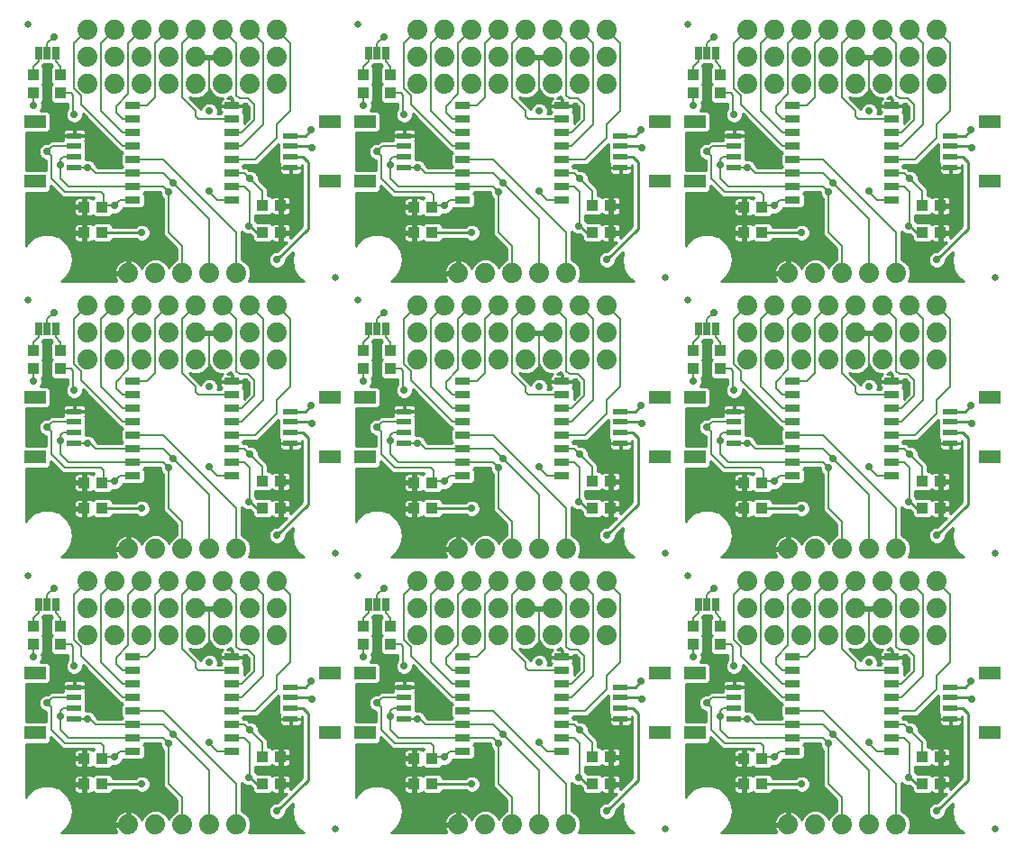
<source format=gtl>
G75*
%MOIN*%
%OFA0B0*%
%FSLAX25Y25*%
%IPPOS*%
%LPD*%
%AMOC8*
5,1,8,0,0,1.08239X$1,22.5*
%
%ADD10C,0.02500*%
%ADD11R,0.07874X0.04724*%
%ADD12R,0.05315X0.02362*%
%ADD13C,0.07400*%
%ADD14R,0.04331X0.03937*%
%ADD15R,0.03937X0.04331*%
%ADD16R,0.02500X0.05000*%
%ADD17R,0.05500X0.02550*%
%ADD18C,0.01000*%
%ADD19C,0.02900*%
%ADD20C,0.00600*%
D10*
X0119060Y0009500D03*
X0127560Y0103000D03*
X0119060Y0111500D03*
X0005560Y0103000D03*
X0005560Y0205000D03*
X0119060Y0213500D03*
X0127560Y0205000D03*
X0241060Y0213500D03*
X0249560Y0205000D03*
X0363060Y0213500D03*
X0249560Y0307000D03*
X0127560Y0307000D03*
X0005560Y0307000D03*
X0241060Y0111500D03*
X0249560Y0103000D03*
X0363060Y0111500D03*
X0363060Y0009500D03*
X0241060Y0009500D03*
D11*
X0239028Y0044976D03*
X0252091Y0044976D03*
X0252091Y0067024D03*
X0239028Y0067024D03*
X0239028Y0146976D03*
X0252091Y0146976D03*
X0252091Y0169024D03*
X0239028Y0169024D03*
X0239028Y0248976D03*
X0252091Y0248976D03*
X0252091Y0271024D03*
X0239028Y0271024D03*
X0130091Y0271024D03*
X0117028Y0271024D03*
X0117028Y0248976D03*
X0130091Y0248976D03*
X0130091Y0169024D03*
X0117028Y0169024D03*
X0117028Y0146976D03*
X0130091Y0146976D03*
X0130091Y0067024D03*
X0117028Y0067024D03*
X0117028Y0044976D03*
X0130091Y0044976D03*
X0008091Y0044976D03*
X0008091Y0067024D03*
X0008091Y0146976D03*
X0008091Y0169024D03*
X0008091Y0248976D03*
X0008091Y0271024D03*
X0361028Y0271024D03*
X0361028Y0248976D03*
X0361028Y0169024D03*
X0361028Y0146976D03*
X0361028Y0067024D03*
X0361028Y0044976D03*
D12*
X0346560Y0050094D03*
X0346560Y0054031D03*
X0346560Y0057969D03*
X0346560Y0061906D03*
X0266560Y0061906D03*
X0266560Y0057969D03*
X0266560Y0054031D03*
X0266560Y0050094D03*
X0224560Y0050094D03*
X0224560Y0054031D03*
X0224560Y0057969D03*
X0224560Y0061906D03*
X0144560Y0061906D03*
X0144560Y0057969D03*
X0144560Y0054031D03*
X0144560Y0050094D03*
X0102560Y0050094D03*
X0102560Y0054031D03*
X0102560Y0057969D03*
X0102560Y0061906D03*
X0022560Y0061906D03*
X0022560Y0057969D03*
X0022560Y0054031D03*
X0022560Y0050094D03*
X0022560Y0152094D03*
X0022560Y0156031D03*
X0022560Y0159969D03*
X0022560Y0163906D03*
X0102560Y0163906D03*
X0102560Y0159969D03*
X0102560Y0156031D03*
X0102560Y0152094D03*
X0144560Y0152094D03*
X0144560Y0156031D03*
X0144560Y0159969D03*
X0144560Y0163906D03*
X0224560Y0163906D03*
X0224560Y0159969D03*
X0224560Y0156031D03*
X0224560Y0152094D03*
X0266560Y0152094D03*
X0266560Y0156031D03*
X0266560Y0159969D03*
X0266560Y0163906D03*
X0346560Y0163906D03*
X0346560Y0159969D03*
X0346560Y0156031D03*
X0346560Y0152094D03*
X0346560Y0254094D03*
X0346560Y0258031D03*
X0346560Y0261969D03*
X0346560Y0265906D03*
X0266560Y0265906D03*
X0266560Y0261969D03*
X0266560Y0258031D03*
X0266560Y0254094D03*
X0224560Y0254094D03*
X0224560Y0258031D03*
X0224560Y0261969D03*
X0224560Y0265906D03*
X0144560Y0265906D03*
X0144560Y0261969D03*
X0144560Y0258031D03*
X0144560Y0254094D03*
X0102560Y0254094D03*
X0102560Y0258031D03*
X0102560Y0261969D03*
X0102560Y0265906D03*
X0022560Y0265906D03*
X0022560Y0261969D03*
X0022560Y0258031D03*
X0022560Y0254094D03*
D13*
X0027560Y0285000D03*
X0037560Y0285000D03*
X0047560Y0285000D03*
X0057560Y0285000D03*
X0067560Y0285000D03*
X0077560Y0285000D03*
X0087560Y0285000D03*
X0097560Y0285000D03*
X0097560Y0295000D03*
X0087560Y0295000D03*
X0077560Y0295000D03*
X0077560Y0305000D03*
X0087560Y0305000D03*
X0097560Y0305000D03*
X0067560Y0305000D03*
X0057560Y0305000D03*
X0047560Y0305000D03*
X0037560Y0305000D03*
X0027560Y0305000D03*
X0027560Y0295000D03*
X0037560Y0295000D03*
X0047560Y0295000D03*
X0057560Y0295000D03*
X0067560Y0295000D03*
X0149560Y0295000D03*
X0159560Y0295000D03*
X0169560Y0295000D03*
X0179560Y0295000D03*
X0189560Y0295000D03*
X0199560Y0295000D03*
X0209560Y0295000D03*
X0219560Y0295000D03*
X0219560Y0285000D03*
X0209560Y0285000D03*
X0199560Y0285000D03*
X0189560Y0285000D03*
X0179560Y0285000D03*
X0169560Y0285000D03*
X0159560Y0285000D03*
X0149560Y0285000D03*
X0149560Y0305000D03*
X0159560Y0305000D03*
X0169560Y0305000D03*
X0179560Y0305000D03*
X0189560Y0305000D03*
X0199560Y0305000D03*
X0209560Y0305000D03*
X0219560Y0305000D03*
X0271560Y0305000D03*
X0281560Y0305000D03*
X0291560Y0305000D03*
X0301560Y0305000D03*
X0311560Y0305000D03*
X0321560Y0305000D03*
X0331560Y0305000D03*
X0341560Y0305000D03*
X0341560Y0295000D03*
X0331560Y0295000D03*
X0321560Y0295000D03*
X0311560Y0295000D03*
X0311560Y0285000D03*
X0321560Y0285000D03*
X0331560Y0285000D03*
X0341560Y0285000D03*
X0301560Y0285000D03*
X0291560Y0285000D03*
X0281560Y0285000D03*
X0271560Y0285000D03*
X0271560Y0295000D03*
X0281560Y0295000D03*
X0291560Y0295000D03*
X0301560Y0295000D03*
X0296560Y0215000D03*
X0306560Y0215000D03*
X0316560Y0215000D03*
X0326560Y0215000D03*
X0331560Y0203000D03*
X0341560Y0203000D03*
X0341560Y0193000D03*
X0331560Y0193000D03*
X0321560Y0193000D03*
X0311560Y0193000D03*
X0311560Y0183000D03*
X0321560Y0183000D03*
X0331560Y0183000D03*
X0341560Y0183000D03*
X0321560Y0203000D03*
X0311560Y0203000D03*
X0301560Y0203000D03*
X0291560Y0203000D03*
X0281560Y0203000D03*
X0271560Y0203000D03*
X0271560Y0193000D03*
X0281560Y0193000D03*
X0291560Y0193000D03*
X0301560Y0193000D03*
X0301560Y0183000D03*
X0291560Y0183000D03*
X0281560Y0183000D03*
X0271560Y0183000D03*
X0286560Y0215000D03*
X0219560Y0203000D03*
X0209560Y0203000D03*
X0199560Y0203000D03*
X0189560Y0203000D03*
X0189560Y0193000D03*
X0199560Y0193000D03*
X0209560Y0193000D03*
X0219560Y0193000D03*
X0219560Y0183000D03*
X0209560Y0183000D03*
X0199560Y0183000D03*
X0189560Y0183000D03*
X0179560Y0183000D03*
X0169560Y0183000D03*
X0159560Y0183000D03*
X0149560Y0183000D03*
X0149560Y0193000D03*
X0159560Y0193000D03*
X0169560Y0193000D03*
X0179560Y0193000D03*
X0179560Y0203000D03*
X0169560Y0203000D03*
X0159560Y0203000D03*
X0149560Y0203000D03*
X0164560Y0215000D03*
X0174560Y0215000D03*
X0184560Y0215000D03*
X0194560Y0215000D03*
X0204560Y0215000D03*
X0097560Y0203000D03*
X0087560Y0203000D03*
X0077560Y0203000D03*
X0077560Y0193000D03*
X0087560Y0193000D03*
X0097560Y0193000D03*
X0097560Y0183000D03*
X0087560Y0183000D03*
X0077560Y0183000D03*
X0067560Y0183000D03*
X0057560Y0183000D03*
X0047560Y0183000D03*
X0037560Y0183000D03*
X0027560Y0183000D03*
X0027560Y0193000D03*
X0037560Y0193000D03*
X0047560Y0193000D03*
X0057560Y0193000D03*
X0067560Y0193000D03*
X0067560Y0203000D03*
X0057560Y0203000D03*
X0047560Y0203000D03*
X0037560Y0203000D03*
X0027560Y0203000D03*
X0042560Y0215000D03*
X0052560Y0215000D03*
X0062560Y0215000D03*
X0072560Y0215000D03*
X0082560Y0215000D03*
X0082560Y0113000D03*
X0072560Y0113000D03*
X0062560Y0113000D03*
X0052560Y0113000D03*
X0042560Y0113000D03*
X0047560Y0101000D03*
X0057560Y0101000D03*
X0067560Y0101000D03*
X0077560Y0101000D03*
X0087560Y0101000D03*
X0097560Y0101000D03*
X0097560Y0091000D03*
X0087560Y0091000D03*
X0077560Y0091000D03*
X0077560Y0081000D03*
X0087560Y0081000D03*
X0097560Y0081000D03*
X0067560Y0081000D03*
X0057560Y0081000D03*
X0047560Y0081000D03*
X0037560Y0081000D03*
X0027560Y0081000D03*
X0027560Y0091000D03*
X0037560Y0091000D03*
X0047560Y0091000D03*
X0057560Y0091000D03*
X0067560Y0091000D03*
X0037560Y0101000D03*
X0027560Y0101000D03*
X0042560Y0011000D03*
X0052560Y0011000D03*
X0062560Y0011000D03*
X0072560Y0011000D03*
X0082560Y0011000D03*
X0164560Y0011000D03*
X0174560Y0011000D03*
X0184560Y0011000D03*
X0194560Y0011000D03*
X0204560Y0011000D03*
X0286560Y0011000D03*
X0296560Y0011000D03*
X0306560Y0011000D03*
X0316560Y0011000D03*
X0326560Y0011000D03*
X0321560Y0081000D03*
X0331560Y0081000D03*
X0341560Y0081000D03*
X0341560Y0091000D03*
X0331560Y0091000D03*
X0321560Y0091000D03*
X0311560Y0091000D03*
X0311560Y0081000D03*
X0301560Y0081000D03*
X0291560Y0081000D03*
X0281560Y0081000D03*
X0271560Y0081000D03*
X0271560Y0091000D03*
X0281560Y0091000D03*
X0291560Y0091000D03*
X0301560Y0091000D03*
X0301560Y0101000D03*
X0291560Y0101000D03*
X0281560Y0101000D03*
X0271560Y0101000D03*
X0286560Y0113000D03*
X0296560Y0113000D03*
X0306560Y0113000D03*
X0316560Y0113000D03*
X0326560Y0113000D03*
X0331560Y0101000D03*
X0341560Y0101000D03*
X0321560Y0101000D03*
X0311560Y0101000D03*
X0219560Y0101000D03*
X0209560Y0101000D03*
X0199560Y0101000D03*
X0189560Y0101000D03*
X0189560Y0091000D03*
X0199560Y0091000D03*
X0209560Y0091000D03*
X0219560Y0091000D03*
X0219560Y0081000D03*
X0209560Y0081000D03*
X0199560Y0081000D03*
X0189560Y0081000D03*
X0179560Y0081000D03*
X0169560Y0081000D03*
X0159560Y0081000D03*
X0149560Y0081000D03*
X0149560Y0091000D03*
X0159560Y0091000D03*
X0169560Y0091000D03*
X0179560Y0091000D03*
X0179560Y0101000D03*
X0169560Y0101000D03*
X0159560Y0101000D03*
X0149560Y0101000D03*
X0164560Y0113000D03*
X0174560Y0113000D03*
X0184560Y0113000D03*
X0194560Y0113000D03*
X0204560Y0113000D03*
D14*
X0214214Y0128000D03*
X0220906Y0128000D03*
X0220906Y0138000D03*
X0214214Y0138000D03*
X0270214Y0137500D03*
X0276906Y0137500D03*
X0276906Y0128000D03*
X0270214Y0128000D03*
X0336214Y0128000D03*
X0342906Y0128000D03*
X0342906Y0138000D03*
X0336214Y0138000D03*
X0336214Y0230000D03*
X0342906Y0230000D03*
X0342906Y0240000D03*
X0336214Y0240000D03*
X0276906Y0239500D03*
X0270214Y0239500D03*
X0270214Y0230000D03*
X0276906Y0230000D03*
X0220906Y0230000D03*
X0214214Y0230000D03*
X0214214Y0240000D03*
X0220906Y0240000D03*
X0154906Y0239500D03*
X0148214Y0239500D03*
X0148214Y0230000D03*
X0154906Y0230000D03*
X0098906Y0230000D03*
X0092214Y0230000D03*
X0092214Y0240000D03*
X0098906Y0240000D03*
X0032906Y0239500D03*
X0026214Y0239500D03*
X0026214Y0230000D03*
X0032906Y0230000D03*
X0032906Y0137500D03*
X0026214Y0137500D03*
X0026214Y0128000D03*
X0032906Y0128000D03*
X0092214Y0128000D03*
X0098906Y0128000D03*
X0098906Y0138000D03*
X0092214Y0138000D03*
X0148214Y0137500D03*
X0154906Y0137500D03*
X0154906Y0128000D03*
X0148214Y0128000D03*
X0148214Y0035500D03*
X0154906Y0035500D03*
X0154906Y0026000D03*
X0148214Y0026000D03*
X0098906Y0026000D03*
X0092214Y0026000D03*
X0092214Y0036000D03*
X0098906Y0036000D03*
X0032906Y0035500D03*
X0026214Y0035500D03*
X0026214Y0026000D03*
X0032906Y0026000D03*
X0214214Y0026000D03*
X0220906Y0026000D03*
X0220906Y0036000D03*
X0214214Y0036000D03*
X0270214Y0035500D03*
X0276906Y0035500D03*
X0276906Y0026000D03*
X0270214Y0026000D03*
X0336214Y0026000D03*
X0342906Y0026000D03*
X0342906Y0036000D03*
X0336214Y0036000D03*
D15*
X0261560Y0077654D03*
X0261560Y0084346D03*
X0251560Y0084346D03*
X0251560Y0077654D03*
X0139560Y0077654D03*
X0139560Y0084346D03*
X0129560Y0084346D03*
X0129560Y0077654D03*
X0017560Y0077654D03*
X0017560Y0084346D03*
X0007560Y0084346D03*
X0007560Y0077654D03*
X0007560Y0179654D03*
X0007560Y0186346D03*
X0017560Y0186346D03*
X0017560Y0179654D03*
X0129560Y0179654D03*
X0129560Y0186346D03*
X0139560Y0186346D03*
X0139560Y0179654D03*
X0251560Y0179654D03*
X0251560Y0186346D03*
X0261560Y0186346D03*
X0261560Y0179654D03*
X0261560Y0281654D03*
X0261560Y0288346D03*
X0251560Y0288346D03*
X0251560Y0281654D03*
X0139560Y0281654D03*
X0139560Y0288346D03*
X0129560Y0288346D03*
X0129560Y0281654D03*
X0017560Y0281654D03*
X0017560Y0288346D03*
X0007560Y0288346D03*
X0007560Y0281654D03*
D16*
X0009360Y0296500D03*
X0012560Y0296500D03*
X0015760Y0296500D03*
X0131360Y0296500D03*
X0134560Y0296500D03*
X0137760Y0296500D03*
X0253360Y0296500D03*
X0256560Y0296500D03*
X0259760Y0296500D03*
X0259760Y0194500D03*
X0256560Y0194500D03*
X0253360Y0194500D03*
X0137760Y0194500D03*
X0134560Y0194500D03*
X0131360Y0194500D03*
X0015760Y0194500D03*
X0012560Y0194500D03*
X0009360Y0194500D03*
X0009360Y0092500D03*
X0012560Y0092500D03*
X0015760Y0092500D03*
X0131360Y0092500D03*
X0134560Y0092500D03*
X0137760Y0092500D03*
X0253360Y0092500D03*
X0256560Y0092500D03*
X0259760Y0092500D03*
D17*
X0288253Y0073000D03*
X0288253Y0068000D03*
X0288253Y0063000D03*
X0288253Y0058000D03*
X0288253Y0053000D03*
X0288253Y0048000D03*
X0288253Y0043000D03*
X0288253Y0038000D03*
X0324867Y0038000D03*
X0324867Y0043000D03*
X0324867Y0048000D03*
X0324867Y0053000D03*
X0324867Y0058000D03*
X0324867Y0063000D03*
X0324867Y0068000D03*
X0324867Y0073000D03*
X0324867Y0140000D03*
X0324867Y0145000D03*
X0324867Y0150000D03*
X0324867Y0155000D03*
X0324867Y0160000D03*
X0324867Y0165000D03*
X0324867Y0170000D03*
X0324867Y0175000D03*
X0288253Y0175000D03*
X0288253Y0170000D03*
X0288253Y0165000D03*
X0288253Y0160000D03*
X0288253Y0155000D03*
X0288253Y0150000D03*
X0288253Y0145000D03*
X0288253Y0140000D03*
X0202867Y0140000D03*
X0202867Y0145000D03*
X0202867Y0150000D03*
X0202867Y0155000D03*
X0202867Y0160000D03*
X0202867Y0165000D03*
X0202867Y0170000D03*
X0202867Y0175000D03*
X0166253Y0175000D03*
X0166253Y0170000D03*
X0166253Y0165000D03*
X0166253Y0160000D03*
X0166253Y0155000D03*
X0166253Y0150000D03*
X0166253Y0145000D03*
X0166253Y0140000D03*
X0166253Y0073000D03*
X0166253Y0068000D03*
X0166253Y0063000D03*
X0166253Y0058000D03*
X0166253Y0053000D03*
X0166253Y0048000D03*
X0166253Y0043000D03*
X0166253Y0038000D03*
X0202867Y0038000D03*
X0202867Y0043000D03*
X0202867Y0048000D03*
X0202867Y0053000D03*
X0202867Y0058000D03*
X0202867Y0063000D03*
X0202867Y0068000D03*
X0202867Y0073000D03*
X0080867Y0073000D03*
X0080867Y0068000D03*
X0080867Y0063000D03*
X0080867Y0058000D03*
X0080867Y0053000D03*
X0080867Y0048000D03*
X0080867Y0043000D03*
X0080867Y0038000D03*
X0044253Y0038000D03*
X0044253Y0043000D03*
X0044253Y0048000D03*
X0044253Y0053000D03*
X0044253Y0058000D03*
X0044253Y0063000D03*
X0044253Y0068000D03*
X0044253Y0073000D03*
X0044253Y0140000D03*
X0044253Y0145000D03*
X0044253Y0150000D03*
X0044253Y0155000D03*
X0044253Y0160000D03*
X0044253Y0165000D03*
X0044253Y0170000D03*
X0044253Y0175000D03*
X0080867Y0175000D03*
X0080867Y0170000D03*
X0080867Y0165000D03*
X0080867Y0160000D03*
X0080867Y0155000D03*
X0080867Y0150000D03*
X0080867Y0145000D03*
X0080867Y0140000D03*
X0080867Y0242000D03*
X0080867Y0247000D03*
X0080867Y0252000D03*
X0080867Y0257000D03*
X0080867Y0262000D03*
X0080867Y0267000D03*
X0080867Y0272000D03*
X0080867Y0277000D03*
X0044253Y0277000D03*
X0044253Y0272000D03*
X0044253Y0267000D03*
X0044253Y0262000D03*
X0044253Y0257000D03*
X0044253Y0252000D03*
X0044253Y0247000D03*
X0044253Y0242000D03*
X0166253Y0242000D03*
X0166253Y0247000D03*
X0166253Y0252000D03*
X0166253Y0257000D03*
X0166253Y0262000D03*
X0166253Y0267000D03*
X0166253Y0272000D03*
X0166253Y0277000D03*
X0202867Y0277000D03*
X0202867Y0272000D03*
X0202867Y0267000D03*
X0202867Y0262000D03*
X0202867Y0257000D03*
X0202867Y0252000D03*
X0202867Y0247000D03*
X0202867Y0242000D03*
X0288253Y0242000D03*
X0288253Y0247000D03*
X0288253Y0252000D03*
X0288253Y0257000D03*
X0288253Y0262000D03*
X0288253Y0267000D03*
X0288253Y0272000D03*
X0288253Y0277000D03*
X0324867Y0277000D03*
X0324867Y0272000D03*
X0324867Y0267000D03*
X0324867Y0262000D03*
X0324867Y0257000D03*
X0324867Y0252000D03*
X0324867Y0247000D03*
X0324867Y0242000D03*
D18*
X0019872Y0009865D02*
X0017769Y0008100D01*
X0038239Y0008100D01*
X0038113Y0008275D01*
X0037741Y0009004D01*
X0037488Y0009782D01*
X0037374Y0010500D01*
X0042060Y0010500D01*
X0042060Y0011500D01*
X0042060Y0016186D01*
X0041342Y0016072D01*
X0040564Y0015819D01*
X0039835Y0015447D01*
X0039172Y0014966D01*
X0038594Y0014388D01*
X0038113Y0013725D01*
X0037741Y0012996D01*
X0037488Y0012218D01*
X0037374Y0011500D01*
X0042060Y0011500D01*
X0043060Y0011500D01*
X0043060Y0016186D01*
X0043778Y0016072D01*
X0044556Y0015819D01*
X0045285Y0015447D01*
X0045948Y0014966D01*
X0046526Y0014388D01*
X0047007Y0013725D01*
X0047379Y0012996D01*
X0047451Y0012776D01*
X0047982Y0014059D01*
X0049501Y0015578D01*
X0051486Y0016400D01*
X0053634Y0016400D01*
X0055619Y0015578D01*
X0057138Y0014059D01*
X0057560Y0013040D01*
X0057982Y0014059D01*
X0059501Y0015578D01*
X0060560Y0016016D01*
X0060560Y0020172D01*
X0055560Y0025172D01*
X0055560Y0038545D01*
X0054890Y0039216D01*
X0054410Y0040373D01*
X0054410Y0041000D01*
X0048682Y0041000D01*
X0048182Y0040500D01*
X0048703Y0039979D01*
X0048703Y0036021D01*
X0047707Y0035025D01*
X0040799Y0035025D01*
X0040634Y0035190D01*
X0040230Y0034216D01*
X0039344Y0033330D01*
X0038187Y0032850D01*
X0036933Y0032850D01*
X0036772Y0032917D01*
X0036772Y0032827D01*
X0035776Y0031831D01*
X0030037Y0031831D01*
X0029419Y0032450D01*
X0029300Y0032331D01*
X0028958Y0032134D01*
X0028576Y0032031D01*
X0026698Y0032031D01*
X0026698Y0035016D01*
X0025729Y0035016D01*
X0022548Y0035016D01*
X0022548Y0033334D01*
X0022650Y0032953D01*
X0022848Y0032610D01*
X0023127Y0032331D01*
X0023469Y0032134D01*
X0023851Y0032031D01*
X0025729Y0032031D01*
X0025729Y0035016D01*
X0025729Y0035984D01*
X0022548Y0035984D01*
X0022548Y0037666D01*
X0022650Y0038047D01*
X0022848Y0038390D01*
X0023127Y0038669D01*
X0023469Y0038866D01*
X0023851Y0038968D01*
X0025729Y0038968D01*
X0025729Y0035984D01*
X0026698Y0035984D01*
X0026698Y0038968D01*
X0028576Y0038968D01*
X0028958Y0038866D01*
X0029300Y0038669D01*
X0029419Y0038550D01*
X0029868Y0039000D01*
X0018232Y0039000D01*
X0013728Y0043503D01*
X0013728Y0041910D01*
X0012733Y0040914D01*
X0004660Y0040914D01*
X0004660Y0021117D01*
X0005248Y0022135D01*
X0005248Y0022135D01*
X0005248Y0022135D01*
X0007787Y0024266D01*
X0007787Y0024266D01*
X0010903Y0025400D01*
X0014217Y0025400D01*
X0017332Y0024266D01*
X0017332Y0024266D01*
X0019872Y0022135D01*
X0019872Y0022135D01*
X0021529Y0019265D01*
X0022105Y0016000D01*
X0021529Y0012735D01*
X0019872Y0009865D01*
X0019872Y0009865D01*
X0019872Y0009865D01*
X0019947Y0009994D02*
X0037454Y0009994D01*
X0037745Y0008996D02*
X0018836Y0008996D01*
X0020523Y0010993D02*
X0042060Y0010993D01*
X0042060Y0011991D02*
X0043060Y0011991D01*
X0043060Y0012990D02*
X0042060Y0012990D01*
X0042060Y0013988D02*
X0043060Y0013988D01*
X0043060Y0014987D02*
X0042060Y0014987D01*
X0042060Y0015985D02*
X0043060Y0015985D01*
X0044045Y0015985D02*
X0050484Y0015985D01*
X0048910Y0014987D02*
X0045920Y0014987D01*
X0046817Y0013988D02*
X0047953Y0013988D01*
X0047539Y0012990D02*
X0047381Y0012990D01*
X0041075Y0015985D02*
X0022102Y0015985D01*
X0021932Y0016984D02*
X0060560Y0016984D01*
X0060560Y0017982D02*
X0021755Y0017982D01*
X0021579Y0018981D02*
X0060560Y0018981D01*
X0060560Y0019979D02*
X0021117Y0019979D01*
X0020540Y0020978D02*
X0059754Y0020978D01*
X0058755Y0021976D02*
X0019964Y0021976D01*
X0018872Y0022975D02*
X0022984Y0022975D01*
X0022848Y0023110D02*
X0023127Y0022831D01*
X0023469Y0022634D01*
X0023851Y0022531D01*
X0025729Y0022531D01*
X0025729Y0025516D01*
X0022548Y0025516D01*
X0022548Y0023834D01*
X0022650Y0023453D01*
X0022848Y0023110D01*
X0022548Y0023973D02*
X0017682Y0023973D01*
X0015394Y0024972D02*
X0022548Y0024972D01*
X0022548Y0026484D02*
X0025729Y0026484D01*
X0025729Y0025516D01*
X0026698Y0025516D01*
X0026698Y0022531D01*
X0028576Y0022531D01*
X0028958Y0022634D01*
X0029300Y0022831D01*
X0029419Y0022950D01*
X0030037Y0022331D01*
X0035776Y0022331D01*
X0036772Y0023327D01*
X0036772Y0023800D01*
X0045305Y0023800D01*
X0045776Y0023330D01*
X0046933Y0022850D01*
X0048187Y0022850D01*
X0049344Y0023330D01*
X0050230Y0024216D01*
X0050710Y0025373D01*
X0050710Y0026627D01*
X0050230Y0027784D01*
X0049344Y0028670D01*
X0048187Y0029150D01*
X0046933Y0029150D01*
X0045776Y0028670D01*
X0045305Y0028200D01*
X0036772Y0028200D01*
X0036772Y0028673D01*
X0035776Y0029668D01*
X0030037Y0029668D01*
X0029419Y0029050D01*
X0029300Y0029169D01*
X0028958Y0029366D01*
X0028576Y0029468D01*
X0026698Y0029468D01*
X0026698Y0026484D01*
X0025729Y0026484D01*
X0025729Y0029468D01*
X0023851Y0029468D01*
X0023469Y0029366D01*
X0023127Y0029169D01*
X0022848Y0028890D01*
X0022650Y0028547D01*
X0022548Y0028166D01*
X0022548Y0026484D01*
X0022548Y0026969D02*
X0004660Y0026969D01*
X0004660Y0027967D02*
X0022548Y0027967D01*
X0022924Y0028966D02*
X0004660Y0028966D01*
X0004660Y0029964D02*
X0055560Y0029964D01*
X0055560Y0028966D02*
X0048631Y0028966D01*
X0050048Y0027967D02*
X0055560Y0027967D01*
X0055560Y0026969D02*
X0050568Y0026969D01*
X0050710Y0025970D02*
X0055560Y0025970D01*
X0055760Y0024972D02*
X0050544Y0024972D01*
X0049988Y0023973D02*
X0056758Y0023973D01*
X0057757Y0022975D02*
X0048488Y0022975D01*
X0046632Y0022975D02*
X0036419Y0022975D01*
X0032906Y0026000D02*
X0047560Y0026000D01*
X0046489Y0028966D02*
X0036479Y0028966D01*
X0035906Y0031961D02*
X0055560Y0031961D01*
X0055560Y0030963D02*
X0004660Y0030963D01*
X0004660Y0031961D02*
X0029907Y0031961D01*
X0026698Y0032960D02*
X0025729Y0032960D01*
X0025729Y0033958D02*
X0026698Y0033958D01*
X0026698Y0034957D02*
X0025729Y0034957D01*
X0025729Y0035955D02*
X0004660Y0035955D01*
X0004660Y0034957D02*
X0022548Y0034957D01*
X0022548Y0033958D02*
X0004660Y0033958D01*
X0004660Y0032960D02*
X0022648Y0032960D01*
X0022548Y0036954D02*
X0004660Y0036954D01*
X0004660Y0037952D02*
X0022625Y0037952D01*
X0023785Y0038951D02*
X0004660Y0038951D01*
X0004660Y0039949D02*
X0017282Y0039949D01*
X0016284Y0040948D02*
X0012766Y0040948D01*
X0013728Y0041946D02*
X0015285Y0041946D01*
X0014287Y0042945D02*
X0013728Y0042945D01*
X0012060Y0049039D02*
X0004660Y0049039D01*
X0004660Y0062961D01*
X0012733Y0062961D01*
X0013728Y0063957D01*
X0013728Y0070090D01*
X0012733Y0071086D01*
X0010101Y0071086D01*
X0010230Y0071216D01*
X0010710Y0072373D01*
X0010710Y0073627D01*
X0010523Y0074078D01*
X0011228Y0074784D01*
X0011228Y0080523D01*
X0010752Y0081000D01*
X0011228Y0081477D01*
X0011228Y0087216D01*
X0010666Y0087778D01*
X0011188Y0088300D01*
X0013932Y0088300D01*
X0014454Y0087778D01*
X0013891Y0087216D01*
X0013891Y0081477D01*
X0014368Y0081000D01*
X0013891Y0080523D01*
X0013891Y0074784D01*
X0014887Y0073788D01*
X0020233Y0073788D01*
X0020245Y0073801D01*
X0020245Y0071841D01*
X0019890Y0071485D01*
X0019410Y0070327D01*
X0019410Y0069074D01*
X0019890Y0067916D01*
X0020776Y0067030D01*
X0021933Y0066551D01*
X0023187Y0066551D01*
X0024344Y0067030D01*
X0025230Y0067916D01*
X0025710Y0069074D01*
X0025710Y0070022D01*
X0038560Y0057172D01*
X0038560Y0057172D01*
X0039732Y0056000D01*
X0039824Y0056000D01*
X0040324Y0055500D01*
X0039803Y0054979D01*
X0039803Y0051021D01*
X0040324Y0050500D01*
X0039824Y0050000D01*
X0031388Y0050000D01*
X0030710Y0050678D01*
X0030710Y0050721D01*
X0030230Y0051879D01*
X0029344Y0052765D01*
X0028187Y0053244D01*
X0026933Y0053244D01*
X0026917Y0053238D01*
X0026917Y0055917D01*
X0026834Y0056000D01*
X0026917Y0056083D01*
X0026917Y0059854D01*
X0026617Y0060154D01*
X0026717Y0060527D01*
X0026717Y0061815D01*
X0022651Y0061815D01*
X0022651Y0061996D01*
X0026717Y0061996D01*
X0026717Y0063284D01*
X0026615Y0063666D01*
X0026418Y0064008D01*
X0026138Y0064287D01*
X0025796Y0064484D01*
X0025415Y0064587D01*
X0022651Y0064587D01*
X0022651Y0061996D01*
X0022469Y0061996D01*
X0022469Y0061815D01*
X0018403Y0061815D01*
X0018403Y0060527D01*
X0018503Y0060154D01*
X0018317Y0059968D01*
X0013700Y0059968D01*
X0012882Y0059150D01*
X0011933Y0059150D01*
X0010776Y0058670D01*
X0009890Y0057784D01*
X0009410Y0056627D01*
X0009410Y0055373D01*
X0009890Y0054216D01*
X0010776Y0053330D01*
X0011933Y0052850D01*
X0012060Y0052850D01*
X0012060Y0049039D01*
X0012060Y0049934D02*
X0004660Y0049934D01*
X0004660Y0050933D02*
X0012060Y0050933D01*
X0012060Y0051932D02*
X0004660Y0051932D01*
X0004660Y0052930D02*
X0011740Y0052930D01*
X0010177Y0053929D02*
X0004660Y0053929D01*
X0004660Y0054927D02*
X0009595Y0054927D01*
X0009410Y0055926D02*
X0004660Y0055926D01*
X0004660Y0056924D02*
X0009533Y0056924D01*
X0010028Y0057923D02*
X0004660Y0057923D01*
X0004660Y0058921D02*
X0011381Y0058921D01*
X0013651Y0059920D02*
X0004660Y0059920D01*
X0004660Y0060918D02*
X0018403Y0060918D01*
X0018402Y0061996D02*
X0022469Y0061996D01*
X0022469Y0064587D01*
X0019705Y0064587D01*
X0019324Y0064484D01*
X0018981Y0064287D01*
X0018702Y0064008D01*
X0018505Y0063666D01*
X0018403Y0063284D01*
X0018402Y0061996D01*
X0018403Y0062915D02*
X0004660Y0062915D01*
X0004660Y0061917D02*
X0022469Y0061917D01*
X0022651Y0061917D02*
X0033815Y0061917D01*
X0032816Y0062915D02*
X0026717Y0062915D01*
X0026472Y0063914D02*
X0031818Y0063914D01*
X0030819Y0064912D02*
X0013728Y0064912D01*
X0013728Y0065911D02*
X0029821Y0065911D01*
X0028822Y0066909D02*
X0024052Y0066909D01*
X0025222Y0067908D02*
X0027824Y0067908D01*
X0026825Y0068906D02*
X0025640Y0068906D01*
X0025710Y0069905D02*
X0025827Y0069905D01*
X0021068Y0066909D02*
X0013728Y0066909D01*
X0013728Y0067908D02*
X0019898Y0067908D01*
X0019480Y0068906D02*
X0013728Y0068906D01*
X0013728Y0069905D02*
X0019410Y0069905D01*
X0019649Y0070903D02*
X0012915Y0070903D01*
X0010515Y0071902D02*
X0020245Y0071902D01*
X0020245Y0072900D02*
X0010710Y0072900D01*
X0010597Y0073899D02*
X0014777Y0073899D01*
X0013891Y0074897D02*
X0011228Y0074897D01*
X0011228Y0075896D02*
X0013891Y0075896D01*
X0013891Y0076894D02*
X0011228Y0076894D01*
X0011228Y0077893D02*
X0013891Y0077893D01*
X0013891Y0078891D02*
X0011228Y0078891D01*
X0011228Y0079890D02*
X0013891Y0079890D01*
X0014257Y0080888D02*
X0010863Y0080888D01*
X0011228Y0081887D02*
X0013891Y0081887D01*
X0013891Y0082885D02*
X0011228Y0082885D01*
X0011228Y0083884D02*
X0013891Y0083884D01*
X0013891Y0084882D02*
X0011228Y0084882D01*
X0011228Y0085881D02*
X0013891Y0085881D01*
X0013891Y0086879D02*
X0011228Y0086879D01*
X0010766Y0087878D02*
X0014354Y0087878D01*
X0013685Y0063914D02*
X0018648Y0063914D01*
X0022469Y0063914D02*
X0022651Y0063914D01*
X0022651Y0062915D02*
X0022469Y0062915D01*
X0026717Y0060918D02*
X0034813Y0060918D01*
X0035812Y0059920D02*
X0026852Y0059920D01*
X0026917Y0058921D02*
X0036810Y0058921D01*
X0037809Y0057923D02*
X0026917Y0057923D01*
X0026917Y0056924D02*
X0038807Y0056924D01*
X0039898Y0055926D02*
X0026909Y0055926D01*
X0026917Y0054927D02*
X0039803Y0054927D01*
X0039803Y0053929D02*
X0026917Y0053929D01*
X0028946Y0052930D02*
X0039803Y0052930D01*
X0039803Y0051932D02*
X0030178Y0051932D01*
X0030622Y0050933D02*
X0039891Y0050933D01*
X0048630Y0040948D02*
X0054410Y0040948D01*
X0054586Y0039949D02*
X0048703Y0039949D01*
X0048703Y0038951D02*
X0055154Y0038951D01*
X0055560Y0037952D02*
X0048703Y0037952D01*
X0048703Y0036954D02*
X0055560Y0036954D01*
X0055560Y0035955D02*
X0048637Y0035955D01*
X0055560Y0034957D02*
X0040537Y0034957D01*
X0039973Y0033958D02*
X0055560Y0033958D01*
X0055560Y0032960D02*
X0038452Y0032960D01*
X0029819Y0038951D02*
X0028642Y0038951D01*
X0026698Y0038951D02*
X0025729Y0038951D01*
X0025729Y0037952D02*
X0026698Y0037952D01*
X0026698Y0036954D02*
X0025729Y0036954D01*
X0025729Y0028966D02*
X0026698Y0028966D01*
X0026698Y0027967D02*
X0025729Y0027967D01*
X0025729Y0026969D02*
X0026698Y0026969D01*
X0025729Y0025970D02*
X0004660Y0025970D01*
X0004660Y0024972D02*
X0009726Y0024972D01*
X0007438Y0023973D02*
X0004660Y0023973D01*
X0004660Y0022975D02*
X0006248Y0022975D01*
X0005156Y0021976D02*
X0004660Y0021976D01*
X0021926Y0014987D02*
X0039200Y0014987D01*
X0038303Y0013988D02*
X0021750Y0013988D01*
X0021574Y0012990D02*
X0037739Y0012990D01*
X0037452Y0011991D02*
X0021100Y0011991D01*
X0025729Y0022975D02*
X0026698Y0022975D01*
X0026698Y0023973D02*
X0025729Y0023973D01*
X0025729Y0024972D02*
X0026698Y0024972D01*
X0054636Y0015985D02*
X0060484Y0015985D01*
X0058910Y0014987D02*
X0056210Y0014987D01*
X0057167Y0013988D02*
X0057953Y0013988D01*
X0084560Y0016016D02*
X0084560Y0026545D01*
X0085276Y0025830D01*
X0086433Y0025350D01*
X0087599Y0025350D01*
X0088348Y0024601D01*
X0088348Y0023327D01*
X0089344Y0022331D01*
X0095083Y0022331D01*
X0095701Y0022950D01*
X0095820Y0022831D01*
X0096162Y0022634D01*
X0096544Y0022531D01*
X0098422Y0022531D01*
X0098422Y0025516D01*
X0099391Y0025516D01*
X0099391Y0026484D01*
X0102572Y0026484D01*
X0102572Y0028166D01*
X0102470Y0028547D01*
X0102272Y0028890D01*
X0101993Y0029169D01*
X0101651Y0029366D01*
X0101269Y0029468D01*
X0099391Y0029468D01*
X0099391Y0026484D01*
X0098422Y0026484D01*
X0098422Y0029468D01*
X0096544Y0029468D01*
X0096162Y0029366D01*
X0095820Y0029169D01*
X0095701Y0029050D01*
X0095083Y0029668D01*
X0089986Y0029668D01*
X0089730Y0030284D01*
X0089560Y0030455D01*
X0089560Y0032331D01*
X0095083Y0032331D01*
X0095701Y0032950D01*
X0095820Y0032831D01*
X0096162Y0032634D01*
X0096544Y0032531D01*
X0098422Y0032531D01*
X0098422Y0035516D01*
X0099391Y0035516D01*
X0099391Y0036484D01*
X0102572Y0036484D01*
X0102572Y0038166D01*
X0102470Y0038547D01*
X0102272Y0038890D01*
X0101993Y0039169D01*
X0101651Y0039366D01*
X0101269Y0039468D01*
X0099391Y0039468D01*
X0099391Y0036484D01*
X0098422Y0036484D01*
X0098422Y0039468D01*
X0096544Y0039468D01*
X0096162Y0039366D01*
X0095820Y0039169D01*
X0095701Y0039050D01*
X0095083Y0039668D01*
X0094214Y0039668D01*
X0094214Y0042175D01*
X0093042Y0043346D01*
X0090710Y0045678D01*
X0090710Y0046627D01*
X0090230Y0047784D01*
X0089344Y0048670D01*
X0088187Y0049150D01*
X0087238Y0049150D01*
X0086388Y0050000D01*
X0085296Y0050000D01*
X0084796Y0050500D01*
X0085296Y0051000D01*
X0090388Y0051000D01*
X0091560Y0052172D01*
X0098203Y0058814D01*
X0098203Y0056083D01*
X0098286Y0056000D01*
X0098203Y0055917D01*
X0098203Y0052146D01*
X0098503Y0051846D01*
X0098403Y0051473D01*
X0098402Y0050185D01*
X0102469Y0050185D01*
X0102469Y0050004D01*
X0098403Y0050004D01*
X0098403Y0048716D01*
X0098505Y0048334D01*
X0098702Y0047992D01*
X0098981Y0047713D01*
X0099324Y0047516D01*
X0099705Y0047413D01*
X0102469Y0047413D01*
X0102469Y0050004D01*
X0102651Y0050004D01*
X0102651Y0050185D01*
X0106717Y0050185D01*
X0106717Y0051231D01*
X0106860Y0051089D01*
X0106860Y0028411D01*
X0102572Y0024123D01*
X0102572Y0025516D01*
X0099391Y0025516D01*
X0099391Y0022531D01*
X0100980Y0022531D01*
X0097599Y0019150D01*
X0096933Y0019150D01*
X0095776Y0018670D01*
X0094890Y0017784D01*
X0094410Y0016627D01*
X0094410Y0015373D01*
X0094890Y0014216D01*
X0095776Y0013330D01*
X0096933Y0012850D01*
X0098187Y0012850D01*
X0099344Y0013330D01*
X0100230Y0014216D01*
X0100710Y0015373D01*
X0100710Y0016039D01*
X0103517Y0018845D01*
X0103015Y0016000D01*
X0103591Y0012735D01*
X0105248Y0009865D01*
X0105248Y0009865D01*
X0107351Y0008100D01*
X0087204Y0008100D01*
X0087960Y0009926D01*
X0087960Y0012074D01*
X0087138Y0014059D01*
X0085619Y0015578D01*
X0084560Y0016016D01*
X0084636Y0015985D02*
X0094410Y0015985D01*
X0094558Y0016984D02*
X0084560Y0016984D01*
X0084560Y0017982D02*
X0095087Y0017982D01*
X0096525Y0018981D02*
X0084560Y0018981D01*
X0084560Y0019979D02*
X0098428Y0019979D01*
X0099426Y0020978D02*
X0084560Y0020978D01*
X0084560Y0021976D02*
X0100425Y0021976D01*
X0099391Y0022975D02*
X0098422Y0022975D01*
X0098422Y0023973D02*
X0099391Y0023973D01*
X0099391Y0024972D02*
X0098422Y0024972D01*
X0099391Y0025970D02*
X0104419Y0025970D01*
X0103420Y0024972D02*
X0102572Y0024972D01*
X0102572Y0026969D02*
X0105417Y0026969D01*
X0106416Y0027967D02*
X0102572Y0027967D01*
X0102196Y0028966D02*
X0106860Y0028966D01*
X0106860Y0029964D02*
X0089863Y0029964D01*
X0089560Y0030963D02*
X0106860Y0030963D01*
X0106860Y0031961D02*
X0089560Y0031961D01*
X0087560Y0028500D02*
X0090060Y0026000D01*
X0092214Y0026000D01*
X0087977Y0024972D02*
X0084560Y0024972D01*
X0084560Y0025970D02*
X0085135Y0025970D01*
X0084560Y0023973D02*
X0088348Y0023973D01*
X0088701Y0022975D02*
X0084560Y0022975D01*
X0087060Y0028500D02*
X0087560Y0028500D01*
X0098422Y0028966D02*
X0099391Y0028966D01*
X0099391Y0027967D02*
X0098422Y0027967D01*
X0098422Y0026969D02*
X0099391Y0026969D01*
X0099391Y0032531D02*
X0101269Y0032531D01*
X0101651Y0032634D01*
X0101993Y0032831D01*
X0102272Y0033110D01*
X0102470Y0033453D01*
X0102572Y0033834D01*
X0102572Y0035516D01*
X0099391Y0035516D01*
X0099391Y0032531D01*
X0099391Y0032960D02*
X0098422Y0032960D01*
X0098422Y0033958D02*
X0099391Y0033958D01*
X0099391Y0034957D02*
X0098422Y0034957D01*
X0099391Y0035955D02*
X0106860Y0035955D01*
X0106860Y0034957D02*
X0102572Y0034957D01*
X0102572Y0033958D02*
X0106860Y0033958D01*
X0106860Y0032960D02*
X0102121Y0032960D01*
X0102572Y0036954D02*
X0106860Y0036954D01*
X0106860Y0037952D02*
X0102572Y0037952D01*
X0102211Y0038951D02*
X0106860Y0038951D01*
X0106860Y0039949D02*
X0094214Y0039949D01*
X0094214Y0040948D02*
X0106860Y0040948D01*
X0106860Y0041946D02*
X0094214Y0041946D01*
X0093443Y0042945D02*
X0106860Y0042945D01*
X0106860Y0043943D02*
X0092445Y0043943D01*
X0093042Y0043346D02*
X0093042Y0043346D01*
X0091446Y0044942D02*
X0106860Y0044942D01*
X0106860Y0045940D02*
X0090710Y0045940D01*
X0090581Y0046939D02*
X0106860Y0046939D01*
X0106860Y0047937D02*
X0106363Y0047937D01*
X0106418Y0047992D02*
X0106615Y0048334D01*
X0106717Y0048716D01*
X0106717Y0050004D01*
X0102651Y0050004D01*
X0102651Y0047413D01*
X0105415Y0047413D01*
X0105796Y0047516D01*
X0106138Y0047713D01*
X0106418Y0047992D01*
X0106717Y0048936D02*
X0106860Y0048936D01*
X0106860Y0049934D02*
X0106717Y0049934D01*
X0106717Y0050933D02*
X0106860Y0050933D01*
X0109060Y0052000D02*
X0107028Y0054031D01*
X0102560Y0054031D01*
X0102560Y0057969D02*
X0110091Y0057969D01*
X0110560Y0057500D01*
X0107966Y0061906D02*
X0110060Y0064000D01*
X0107966Y0061906D02*
X0102560Y0061906D01*
X0098203Y0057923D02*
X0097311Y0057923D01*
X0098203Y0056924D02*
X0096312Y0056924D01*
X0095314Y0055926D02*
X0098211Y0055926D01*
X0098203Y0054927D02*
X0094315Y0054927D01*
X0093317Y0053929D02*
X0098203Y0053929D01*
X0098203Y0052930D02*
X0092318Y0052930D01*
X0091560Y0052172D02*
X0091560Y0052172D01*
X0091320Y0051932D02*
X0098417Y0051932D01*
X0098403Y0050933D02*
X0085229Y0050933D01*
X0086454Y0049934D02*
X0098403Y0049934D01*
X0098403Y0048936D02*
X0088703Y0048936D01*
X0090077Y0047937D02*
X0098757Y0047937D01*
X0102469Y0047937D02*
X0102651Y0047937D01*
X0102651Y0048936D02*
X0102469Y0048936D01*
X0102469Y0049934D02*
X0102651Y0049934D01*
X0109060Y0052000D02*
X0109060Y0027500D01*
X0097560Y0016000D01*
X0100710Y0015985D02*
X0103018Y0015985D01*
X0103188Y0016984D02*
X0101655Y0016984D01*
X0102653Y0017982D02*
X0103364Y0017982D01*
X0103194Y0014987D02*
X0100550Y0014987D01*
X0100003Y0013988D02*
X0103370Y0013988D01*
X0103546Y0012990D02*
X0098524Y0012990D01*
X0096596Y0012990D02*
X0087581Y0012990D01*
X0087960Y0011991D02*
X0104020Y0011991D01*
X0103591Y0012735D02*
X0103591Y0012735D01*
X0104597Y0010993D02*
X0087960Y0010993D01*
X0087960Y0009994D02*
X0105173Y0009994D01*
X0106284Y0008996D02*
X0087575Y0008996D01*
X0087167Y0013988D02*
X0095117Y0013988D01*
X0094570Y0014987D02*
X0086210Y0014987D01*
X0098422Y0036954D02*
X0099391Y0036954D01*
X0099391Y0037952D02*
X0098422Y0037952D01*
X0098422Y0038951D02*
X0099391Y0038951D01*
X0126660Y0038951D02*
X0145785Y0038951D01*
X0145851Y0038968D02*
X0145469Y0038866D01*
X0145127Y0038669D01*
X0144848Y0038390D01*
X0144650Y0038047D01*
X0144548Y0037666D01*
X0144548Y0035984D01*
X0147729Y0035984D01*
X0147729Y0035016D01*
X0144548Y0035016D01*
X0144548Y0033334D01*
X0144650Y0032953D01*
X0144848Y0032610D01*
X0145127Y0032331D01*
X0145469Y0032134D01*
X0145851Y0032031D01*
X0147729Y0032031D01*
X0147729Y0035016D01*
X0148698Y0035016D01*
X0148698Y0032031D01*
X0150576Y0032031D01*
X0150958Y0032134D01*
X0151300Y0032331D01*
X0151419Y0032450D01*
X0152037Y0031831D01*
X0157776Y0031831D01*
X0158772Y0032827D01*
X0158772Y0032917D01*
X0158933Y0032850D01*
X0160187Y0032850D01*
X0161344Y0033330D01*
X0162230Y0034216D01*
X0162634Y0035190D01*
X0162799Y0035025D01*
X0169707Y0035025D01*
X0170703Y0036021D01*
X0170703Y0039979D01*
X0170182Y0040500D01*
X0170682Y0041000D01*
X0176410Y0041000D01*
X0176410Y0040373D01*
X0176890Y0039216D01*
X0177560Y0038545D01*
X0177560Y0025172D01*
X0182560Y0020172D01*
X0182560Y0016016D01*
X0181501Y0015578D01*
X0179982Y0014059D01*
X0179560Y0013040D01*
X0179138Y0014059D01*
X0177619Y0015578D01*
X0175634Y0016400D01*
X0173486Y0016400D01*
X0171501Y0015578D01*
X0169982Y0014059D01*
X0169451Y0012776D01*
X0169379Y0012996D01*
X0169007Y0013725D01*
X0168526Y0014388D01*
X0167948Y0014966D01*
X0167285Y0015447D01*
X0166556Y0015819D01*
X0165778Y0016072D01*
X0165060Y0016186D01*
X0165060Y0011500D01*
X0164060Y0011500D01*
X0164060Y0016186D01*
X0163342Y0016072D01*
X0162564Y0015819D01*
X0161835Y0015447D01*
X0161172Y0014966D01*
X0160594Y0014388D01*
X0160113Y0013725D01*
X0159741Y0012996D01*
X0159488Y0012218D01*
X0159374Y0011500D01*
X0164060Y0011500D01*
X0164060Y0010500D01*
X0159374Y0010500D01*
X0159488Y0009782D01*
X0159741Y0009004D01*
X0160113Y0008275D01*
X0160239Y0008100D01*
X0139769Y0008100D01*
X0141872Y0009865D01*
X0143529Y0012735D01*
X0143529Y0012735D01*
X0144105Y0016000D01*
X0143529Y0019265D01*
X0141872Y0022135D01*
X0141872Y0022135D01*
X0139332Y0024266D01*
X0136217Y0025400D01*
X0132903Y0025400D01*
X0129787Y0024266D01*
X0127248Y0022135D01*
X0126660Y0021117D01*
X0126660Y0040914D01*
X0134733Y0040914D01*
X0135728Y0041910D01*
X0135728Y0043503D01*
X0140232Y0039000D01*
X0151868Y0039000D01*
X0151419Y0038550D01*
X0151300Y0038669D01*
X0150958Y0038866D01*
X0150576Y0038968D01*
X0148698Y0038968D01*
X0148698Y0035984D01*
X0147729Y0035984D01*
X0147729Y0038968D01*
X0145851Y0038968D01*
X0144625Y0037952D02*
X0126660Y0037952D01*
X0126660Y0036954D02*
X0144548Y0036954D01*
X0144548Y0034957D02*
X0126660Y0034957D01*
X0126660Y0035955D02*
X0147729Y0035955D01*
X0147729Y0034957D02*
X0148698Y0034957D01*
X0148698Y0033958D02*
X0147729Y0033958D01*
X0147729Y0032960D02*
X0148698Y0032960D01*
X0151907Y0031961D02*
X0126660Y0031961D01*
X0126660Y0030963D02*
X0177560Y0030963D01*
X0177560Y0031961D02*
X0157906Y0031961D01*
X0157776Y0029668D02*
X0152037Y0029668D01*
X0151419Y0029050D01*
X0151300Y0029169D01*
X0150958Y0029366D01*
X0150576Y0029468D01*
X0148698Y0029468D01*
X0148698Y0026484D01*
X0147729Y0026484D01*
X0147729Y0025516D01*
X0144548Y0025516D01*
X0144548Y0023834D01*
X0144650Y0023453D01*
X0144848Y0023110D01*
X0145127Y0022831D01*
X0145469Y0022634D01*
X0145851Y0022531D01*
X0147729Y0022531D01*
X0147729Y0025516D01*
X0148698Y0025516D01*
X0148698Y0022531D01*
X0150576Y0022531D01*
X0150958Y0022634D01*
X0151300Y0022831D01*
X0151419Y0022950D01*
X0152037Y0022331D01*
X0157776Y0022331D01*
X0158772Y0023327D01*
X0158772Y0023800D01*
X0167305Y0023800D01*
X0167776Y0023330D01*
X0168933Y0022850D01*
X0170187Y0022850D01*
X0171344Y0023330D01*
X0172230Y0024216D01*
X0172710Y0025373D01*
X0172710Y0026627D01*
X0172230Y0027784D01*
X0171344Y0028670D01*
X0170187Y0029150D01*
X0168933Y0029150D01*
X0167776Y0028670D01*
X0167305Y0028200D01*
X0158772Y0028200D01*
X0158772Y0028673D01*
X0157776Y0029668D01*
X0158479Y0028966D02*
X0168489Y0028966D01*
X0170631Y0028966D02*
X0177560Y0028966D01*
X0177560Y0029964D02*
X0126660Y0029964D01*
X0126660Y0028966D02*
X0144924Y0028966D01*
X0144848Y0028890D02*
X0144650Y0028547D01*
X0144548Y0028166D01*
X0144548Y0026484D01*
X0147729Y0026484D01*
X0147729Y0029468D01*
X0145851Y0029468D01*
X0145469Y0029366D01*
X0145127Y0029169D01*
X0144848Y0028890D01*
X0144548Y0027967D02*
X0126660Y0027967D01*
X0126660Y0026969D02*
X0144548Y0026969D01*
X0144548Y0024972D02*
X0137394Y0024972D01*
X0139332Y0024266D02*
X0139332Y0024266D01*
X0139682Y0023973D02*
X0144548Y0023973D01*
X0144984Y0022975D02*
X0140872Y0022975D01*
X0141964Y0021976D02*
X0180755Y0021976D01*
X0179757Y0022975D02*
X0170488Y0022975D01*
X0171988Y0023973D02*
X0178758Y0023973D01*
X0177760Y0024972D02*
X0172544Y0024972D01*
X0172710Y0025970D02*
X0177560Y0025970D01*
X0177560Y0026969D02*
X0172568Y0026969D01*
X0172048Y0027967D02*
X0177560Y0027967D01*
X0177560Y0032960D02*
X0160452Y0032960D01*
X0161973Y0033958D02*
X0177560Y0033958D01*
X0177560Y0034957D02*
X0162537Y0034957D01*
X0170637Y0035955D02*
X0177560Y0035955D01*
X0177560Y0036954D02*
X0170703Y0036954D01*
X0170703Y0037952D02*
X0177560Y0037952D01*
X0177154Y0038951D02*
X0170703Y0038951D01*
X0170703Y0039949D02*
X0176586Y0039949D01*
X0176410Y0040948D02*
X0170630Y0040948D01*
X0161824Y0050000D02*
X0153388Y0050000D01*
X0152710Y0050678D01*
X0152710Y0050721D01*
X0152230Y0051879D01*
X0151344Y0052765D01*
X0150187Y0053244D01*
X0148933Y0053244D01*
X0148917Y0053238D01*
X0148917Y0055917D01*
X0148834Y0056000D01*
X0148917Y0056083D01*
X0148917Y0059854D01*
X0148617Y0060154D01*
X0148717Y0060527D01*
X0148717Y0061815D01*
X0144651Y0061815D01*
X0144651Y0061996D01*
X0148717Y0061996D01*
X0148717Y0063284D01*
X0148615Y0063666D01*
X0148418Y0064008D01*
X0148138Y0064287D01*
X0147796Y0064484D01*
X0147415Y0064587D01*
X0144651Y0064587D01*
X0144651Y0061996D01*
X0144469Y0061996D01*
X0144469Y0061815D01*
X0140403Y0061815D01*
X0140403Y0060527D01*
X0140503Y0060154D01*
X0140317Y0059968D01*
X0135700Y0059968D01*
X0134882Y0059150D01*
X0133933Y0059150D01*
X0132776Y0058670D01*
X0131890Y0057784D01*
X0131410Y0056627D01*
X0131410Y0055373D01*
X0131890Y0054216D01*
X0132776Y0053330D01*
X0133933Y0052850D01*
X0134060Y0052850D01*
X0134060Y0049039D01*
X0126660Y0049039D01*
X0126660Y0062961D01*
X0134733Y0062961D01*
X0135728Y0063957D01*
X0135728Y0070090D01*
X0134733Y0071086D01*
X0132101Y0071086D01*
X0132230Y0071216D01*
X0132710Y0072373D01*
X0132710Y0073627D01*
X0132523Y0074078D01*
X0133228Y0074784D01*
X0133228Y0080523D01*
X0132752Y0081000D01*
X0133228Y0081477D01*
X0133228Y0087216D01*
X0132666Y0087778D01*
X0133188Y0088300D01*
X0135932Y0088300D01*
X0136454Y0087778D01*
X0135891Y0087216D01*
X0135891Y0081477D01*
X0136368Y0081000D01*
X0135891Y0080523D01*
X0135891Y0074784D01*
X0136887Y0073788D01*
X0142233Y0073788D01*
X0142245Y0073801D01*
X0142245Y0071841D01*
X0141890Y0071485D01*
X0141410Y0070327D01*
X0141410Y0069074D01*
X0141890Y0067916D01*
X0142776Y0067030D01*
X0143933Y0066551D01*
X0145187Y0066551D01*
X0146344Y0067030D01*
X0147230Y0067916D01*
X0147710Y0069074D01*
X0147710Y0070022D01*
X0160560Y0057172D01*
X0161732Y0056000D01*
X0161824Y0056000D01*
X0162324Y0055500D01*
X0161803Y0054979D01*
X0161803Y0051021D01*
X0162324Y0050500D01*
X0161824Y0050000D01*
X0161891Y0050933D02*
X0152622Y0050933D01*
X0152178Y0051932D02*
X0161803Y0051932D01*
X0161803Y0052930D02*
X0150946Y0052930D01*
X0148917Y0053929D02*
X0161803Y0053929D01*
X0161803Y0054927D02*
X0148917Y0054927D01*
X0148909Y0055926D02*
X0161898Y0055926D01*
X0160807Y0056924D02*
X0148917Y0056924D01*
X0148917Y0057923D02*
X0159809Y0057923D01*
X0158810Y0058921D02*
X0148917Y0058921D01*
X0148852Y0059920D02*
X0157812Y0059920D01*
X0156813Y0060918D02*
X0148717Y0060918D01*
X0148717Y0062915D02*
X0154816Y0062915D01*
X0153818Y0063914D02*
X0148472Y0063914D01*
X0150822Y0066909D02*
X0146052Y0066909D01*
X0147222Y0067908D02*
X0149824Y0067908D01*
X0148825Y0068906D02*
X0147640Y0068906D01*
X0147710Y0069905D02*
X0147827Y0069905D01*
X0143068Y0066909D02*
X0135728Y0066909D01*
X0135728Y0065911D02*
X0151821Y0065911D01*
X0152819Y0064912D02*
X0135728Y0064912D01*
X0135685Y0063914D02*
X0140648Y0063914D01*
X0140702Y0064008D02*
X0140505Y0063666D01*
X0140403Y0063284D01*
X0140402Y0061996D01*
X0144469Y0061996D01*
X0144469Y0064587D01*
X0141705Y0064587D01*
X0141324Y0064484D01*
X0140981Y0064287D01*
X0140702Y0064008D01*
X0140403Y0062915D02*
X0126660Y0062915D01*
X0126660Y0061917D02*
X0144469Y0061917D01*
X0144651Y0061917D02*
X0155815Y0061917D01*
X0144651Y0062915D02*
X0144469Y0062915D01*
X0144469Y0063914D02*
X0144651Y0063914D01*
X0141898Y0067908D02*
X0135728Y0067908D01*
X0135728Y0068906D02*
X0141480Y0068906D01*
X0141410Y0069905D02*
X0135728Y0069905D01*
X0134915Y0070903D02*
X0141649Y0070903D01*
X0142245Y0071902D02*
X0132515Y0071902D01*
X0132710Y0072900D02*
X0142245Y0072900D01*
X0136777Y0073899D02*
X0132597Y0073899D01*
X0133228Y0074897D02*
X0135891Y0074897D01*
X0135891Y0075896D02*
X0133228Y0075896D01*
X0133228Y0076894D02*
X0135891Y0076894D01*
X0135891Y0077893D02*
X0133228Y0077893D01*
X0133228Y0078891D02*
X0135891Y0078891D01*
X0135891Y0079890D02*
X0133228Y0079890D01*
X0132863Y0080888D02*
X0136257Y0080888D01*
X0135891Y0081887D02*
X0133228Y0081887D01*
X0133228Y0082885D02*
X0135891Y0082885D01*
X0135891Y0083884D02*
X0133228Y0083884D01*
X0133228Y0084882D02*
X0135891Y0084882D01*
X0135891Y0085881D02*
X0133228Y0085881D01*
X0133228Y0086879D02*
X0135891Y0086879D01*
X0136354Y0087878D02*
X0132766Y0087878D01*
X0139769Y0110100D02*
X0141872Y0111865D01*
X0143529Y0114735D01*
X0143529Y0114735D01*
X0144105Y0118000D01*
X0143529Y0121265D01*
X0141872Y0124135D01*
X0141872Y0124135D01*
X0139332Y0126266D01*
X0136217Y0127400D01*
X0132903Y0127400D01*
X0129787Y0126266D01*
X0127248Y0124135D01*
X0126660Y0123117D01*
X0126660Y0142914D01*
X0134733Y0142914D01*
X0135728Y0143910D01*
X0135728Y0145503D01*
X0140232Y0141000D01*
X0151868Y0141000D01*
X0151419Y0140550D01*
X0151300Y0140669D01*
X0150958Y0140866D01*
X0150576Y0140968D01*
X0148698Y0140968D01*
X0148698Y0137984D01*
X0147729Y0137984D01*
X0147729Y0137016D01*
X0144548Y0137016D01*
X0144548Y0135334D01*
X0144650Y0134953D01*
X0144848Y0134610D01*
X0145127Y0134331D01*
X0145469Y0134134D01*
X0145851Y0134031D01*
X0147729Y0134031D01*
X0147729Y0137016D01*
X0148698Y0137016D01*
X0148698Y0134031D01*
X0150576Y0134031D01*
X0150958Y0134134D01*
X0151300Y0134331D01*
X0151419Y0134450D01*
X0152037Y0133831D01*
X0157776Y0133831D01*
X0158772Y0134827D01*
X0158772Y0134917D01*
X0158933Y0134850D01*
X0160187Y0134850D01*
X0161344Y0135330D01*
X0162230Y0136216D01*
X0162634Y0137190D01*
X0162799Y0137025D01*
X0169707Y0137025D01*
X0170703Y0138021D01*
X0170703Y0141979D01*
X0170182Y0142500D01*
X0170682Y0143000D01*
X0176410Y0143000D01*
X0176410Y0142373D01*
X0176890Y0141216D01*
X0177560Y0140545D01*
X0177560Y0127172D01*
X0182560Y0122172D01*
X0182560Y0118016D01*
X0181501Y0117578D01*
X0179982Y0116059D01*
X0179560Y0115040D01*
X0179138Y0116059D01*
X0177619Y0117578D01*
X0175634Y0118400D01*
X0173486Y0118400D01*
X0171501Y0117578D01*
X0169982Y0116059D01*
X0169451Y0114776D01*
X0169379Y0114996D01*
X0169007Y0115725D01*
X0168526Y0116388D01*
X0167948Y0116966D01*
X0167285Y0117447D01*
X0166556Y0117819D01*
X0165778Y0118072D01*
X0165060Y0118186D01*
X0165060Y0113500D01*
X0164060Y0113500D01*
X0164060Y0118186D01*
X0163342Y0118072D01*
X0162564Y0117819D01*
X0161835Y0117447D01*
X0161172Y0116966D01*
X0160594Y0116388D01*
X0160113Y0115725D01*
X0159741Y0114996D01*
X0159488Y0114218D01*
X0159374Y0113500D01*
X0164060Y0113500D01*
X0164060Y0112500D01*
X0159374Y0112500D01*
X0159488Y0111782D01*
X0159741Y0111004D01*
X0160113Y0110275D01*
X0160239Y0110100D01*
X0139769Y0110100D01*
X0140655Y0110844D02*
X0159823Y0110844D01*
X0159479Y0111842D02*
X0141845Y0111842D01*
X0141872Y0111865D02*
X0141872Y0111865D01*
X0141872Y0111865D01*
X0142435Y0112841D02*
X0164060Y0112841D01*
X0164060Y0113839D02*
X0165060Y0113839D01*
X0165060Y0114838D02*
X0164060Y0114838D01*
X0164060Y0115836D02*
X0165060Y0115836D01*
X0165060Y0116835D02*
X0164060Y0116835D01*
X0164060Y0117833D02*
X0165060Y0117833D01*
X0166512Y0117833D02*
X0172118Y0117833D01*
X0170758Y0116835D02*
X0168079Y0116835D01*
X0168927Y0115836D02*
X0169890Y0115836D01*
X0169476Y0114838D02*
X0169430Y0114838D01*
X0162608Y0117833D02*
X0144076Y0117833D01*
X0144105Y0118000D02*
X0144105Y0118000D01*
X0143958Y0118832D02*
X0182560Y0118832D01*
X0182560Y0119830D02*
X0143782Y0119830D01*
X0143606Y0120829D02*
X0182560Y0120829D01*
X0182560Y0121827D02*
X0143204Y0121827D01*
X0143529Y0121265D02*
X0143529Y0121265D01*
X0142628Y0122826D02*
X0181906Y0122826D01*
X0180907Y0123824D02*
X0142051Y0123824D01*
X0141053Y0124823D02*
X0145142Y0124823D01*
X0145127Y0124831D02*
X0145469Y0124634D01*
X0145851Y0124531D01*
X0147729Y0124531D01*
X0147729Y0127516D01*
X0144548Y0127516D01*
X0144548Y0125834D01*
X0144650Y0125453D01*
X0144848Y0125110D01*
X0145127Y0124831D01*
X0144552Y0125821D02*
X0139863Y0125821D01*
X0139332Y0126266D02*
X0139332Y0126266D01*
X0137811Y0126820D02*
X0144548Y0126820D01*
X0144548Y0128484D02*
X0147729Y0128484D01*
X0147729Y0127516D01*
X0148698Y0127516D01*
X0148698Y0124531D01*
X0150576Y0124531D01*
X0150958Y0124634D01*
X0151300Y0124831D01*
X0151419Y0124950D01*
X0152037Y0124331D01*
X0157776Y0124331D01*
X0158772Y0125327D01*
X0158772Y0125800D01*
X0167305Y0125800D01*
X0167776Y0125330D01*
X0168933Y0124850D01*
X0170187Y0124850D01*
X0171344Y0125330D01*
X0172230Y0126216D01*
X0172710Y0127373D01*
X0172710Y0128627D01*
X0172230Y0129784D01*
X0171344Y0130670D01*
X0170187Y0131150D01*
X0168933Y0131150D01*
X0167776Y0130670D01*
X0167305Y0130200D01*
X0158772Y0130200D01*
X0158772Y0130673D01*
X0157776Y0131668D01*
X0152037Y0131668D01*
X0151419Y0131050D01*
X0151300Y0131169D01*
X0150958Y0131366D01*
X0150576Y0131468D01*
X0148698Y0131468D01*
X0148698Y0128484D01*
X0147729Y0128484D01*
X0147729Y0131468D01*
X0145851Y0131468D01*
X0145469Y0131366D01*
X0145127Y0131169D01*
X0144848Y0130890D01*
X0144650Y0130547D01*
X0144548Y0130166D01*
X0144548Y0128484D01*
X0144548Y0128817D02*
X0126660Y0128817D01*
X0126660Y0129815D02*
X0144548Y0129815D01*
X0144804Y0130814D02*
X0126660Y0130814D01*
X0126660Y0131812D02*
X0177560Y0131812D01*
X0177560Y0130814D02*
X0170998Y0130814D01*
X0172199Y0129815D02*
X0177560Y0129815D01*
X0177560Y0128817D02*
X0172631Y0128817D01*
X0172710Y0127818D02*
X0177560Y0127818D01*
X0177912Y0126820D02*
X0172481Y0126820D01*
X0171836Y0125821D02*
X0178910Y0125821D01*
X0179909Y0124823D02*
X0158267Y0124823D01*
X0154906Y0128000D02*
X0169560Y0128000D01*
X0168122Y0130814D02*
X0158631Y0130814D01*
X0158752Y0134808D02*
X0177560Y0134808D01*
X0177560Y0135806D02*
X0161821Y0135806D01*
X0162475Y0136805D02*
X0177560Y0136805D01*
X0177560Y0137803D02*
X0170486Y0137803D01*
X0170703Y0138802D02*
X0177560Y0138802D01*
X0177560Y0139801D02*
X0170703Y0139801D01*
X0170703Y0140799D02*
X0177306Y0140799D01*
X0176649Y0141798D02*
X0170703Y0141798D01*
X0170478Y0142796D02*
X0176410Y0142796D01*
X0177560Y0133809D02*
X0126660Y0133809D01*
X0126660Y0132811D02*
X0177560Y0132811D01*
X0177002Y0117833D02*
X0182118Y0117833D01*
X0180758Y0116835D02*
X0178362Y0116835D01*
X0179230Y0115836D02*
X0179890Y0115836D01*
X0161041Y0116835D02*
X0143900Y0116835D01*
X0143723Y0115836D02*
X0160193Y0115836D01*
X0159690Y0114838D02*
X0143547Y0114838D01*
X0143012Y0113839D02*
X0159428Y0113839D01*
X0151546Y0124823D02*
X0151285Y0124823D01*
X0148698Y0124823D02*
X0147729Y0124823D01*
X0147729Y0125821D02*
X0148698Y0125821D01*
X0148698Y0126820D02*
X0147729Y0126820D01*
X0147729Y0127818D02*
X0126660Y0127818D01*
X0126660Y0126820D02*
X0131309Y0126820D01*
X0129257Y0125821D02*
X0126660Y0125821D01*
X0126660Y0124823D02*
X0128067Y0124823D01*
X0127248Y0124135D02*
X0127248Y0124135D01*
X0127248Y0124135D01*
X0127069Y0123824D02*
X0126660Y0123824D01*
X0126660Y0134808D02*
X0144734Y0134808D01*
X0144548Y0135806D02*
X0126660Y0135806D01*
X0126660Y0136805D02*
X0144548Y0136805D01*
X0144548Y0137984D02*
X0147729Y0137984D01*
X0147729Y0140968D01*
X0145851Y0140968D01*
X0145469Y0140866D01*
X0145127Y0140669D01*
X0144848Y0140390D01*
X0144650Y0140047D01*
X0144548Y0139666D01*
X0144548Y0137984D01*
X0144548Y0138802D02*
X0126660Y0138802D01*
X0126660Y0139801D02*
X0144584Y0139801D01*
X0145353Y0140799D02*
X0126660Y0140799D01*
X0126660Y0141798D02*
X0139434Y0141798D01*
X0138436Y0142796D02*
X0126660Y0142796D01*
X0126660Y0137803D02*
X0147729Y0137803D01*
X0147729Y0136805D02*
X0148698Y0136805D01*
X0148698Y0135806D02*
X0147729Y0135806D01*
X0147729Y0134808D02*
X0148698Y0134808D01*
X0148698Y0138802D02*
X0147729Y0138802D01*
X0147729Y0139801D02*
X0148698Y0139801D01*
X0148698Y0140799D02*
X0147729Y0140799D01*
X0151074Y0140799D02*
X0151667Y0140799D01*
X0148698Y0130814D02*
X0147729Y0130814D01*
X0147729Y0129815D02*
X0148698Y0129815D01*
X0148698Y0128817D02*
X0147729Y0128817D01*
X0137437Y0143795D02*
X0135613Y0143795D01*
X0135728Y0144793D02*
X0136438Y0144793D01*
X0134060Y0151039D02*
X0126660Y0151039D01*
X0126660Y0164961D01*
X0134733Y0164961D01*
X0135728Y0165957D01*
X0135728Y0172090D01*
X0134733Y0173086D01*
X0132101Y0173086D01*
X0132230Y0173216D01*
X0132710Y0174373D01*
X0132710Y0175627D01*
X0132523Y0176078D01*
X0133228Y0176784D01*
X0133228Y0182523D01*
X0132752Y0183000D01*
X0133228Y0183477D01*
X0133228Y0189216D01*
X0132666Y0189778D01*
X0133188Y0190300D01*
X0135932Y0190300D01*
X0136454Y0189778D01*
X0135891Y0189216D01*
X0135891Y0183477D01*
X0136368Y0183000D01*
X0135891Y0182523D01*
X0135891Y0176784D01*
X0136887Y0175788D01*
X0142233Y0175788D01*
X0142245Y0175801D01*
X0142245Y0173841D01*
X0141890Y0173485D01*
X0141410Y0172327D01*
X0141410Y0171074D01*
X0141890Y0169916D01*
X0142776Y0169030D01*
X0143933Y0168551D01*
X0145187Y0168551D01*
X0146344Y0169030D01*
X0147230Y0169916D01*
X0147710Y0171074D01*
X0147710Y0172022D01*
X0160560Y0159172D01*
X0161732Y0158000D01*
X0161824Y0158000D01*
X0162324Y0157500D01*
X0161803Y0156979D01*
X0161803Y0153021D01*
X0162324Y0152500D01*
X0161824Y0152000D01*
X0153388Y0152000D01*
X0152710Y0152678D01*
X0152710Y0152721D01*
X0152230Y0153879D01*
X0151344Y0154765D01*
X0150187Y0155244D01*
X0148933Y0155244D01*
X0148917Y0155238D01*
X0148917Y0157917D01*
X0148834Y0158000D01*
X0148917Y0158083D01*
X0148917Y0161854D01*
X0148617Y0162154D01*
X0148717Y0162527D01*
X0148717Y0163815D01*
X0144651Y0163815D01*
X0144651Y0163996D01*
X0148717Y0163996D01*
X0148717Y0165284D01*
X0148615Y0165666D01*
X0148418Y0166008D01*
X0148138Y0166287D01*
X0147796Y0166484D01*
X0147415Y0166587D01*
X0144651Y0166587D01*
X0144651Y0163996D01*
X0144469Y0163996D01*
X0144469Y0163815D01*
X0140403Y0163815D01*
X0140403Y0162527D01*
X0140503Y0162154D01*
X0140317Y0161968D01*
X0135700Y0161968D01*
X0134882Y0161150D01*
X0133933Y0161150D01*
X0132776Y0160670D01*
X0131890Y0159784D01*
X0131410Y0158627D01*
X0131410Y0157373D01*
X0131890Y0156216D01*
X0132776Y0155330D01*
X0133933Y0154850D01*
X0134060Y0154850D01*
X0134060Y0151039D01*
X0134060Y0151783D02*
X0126660Y0151783D01*
X0126660Y0152781D02*
X0134060Y0152781D01*
X0134060Y0153780D02*
X0126660Y0153780D01*
X0126660Y0154778D02*
X0134060Y0154778D01*
X0132329Y0155777D02*
X0126660Y0155777D01*
X0126660Y0156775D02*
X0131658Y0156775D01*
X0131410Y0157774D02*
X0126660Y0157774D01*
X0126660Y0158772D02*
X0131470Y0158772D01*
X0131884Y0159771D02*
X0126660Y0159771D01*
X0126660Y0160769D02*
X0133014Y0160769D01*
X0135499Y0161768D02*
X0126660Y0161768D01*
X0126660Y0162766D02*
X0140403Y0162766D01*
X0140403Y0163765D02*
X0126660Y0163765D01*
X0126660Y0164763D02*
X0140403Y0164763D01*
X0140403Y0165284D02*
X0140402Y0163996D01*
X0144469Y0163996D01*
X0144469Y0166587D01*
X0141705Y0166587D01*
X0141324Y0166484D01*
X0140981Y0166287D01*
X0140702Y0166008D01*
X0140505Y0165666D01*
X0140403Y0165284D01*
X0140560Y0165762D02*
X0135533Y0165762D01*
X0135728Y0166760D02*
X0152971Y0166760D01*
X0153970Y0165762D02*
X0148560Y0165762D01*
X0148717Y0164763D02*
X0154968Y0164763D01*
X0155967Y0163765D02*
X0148717Y0163765D01*
X0148717Y0162766D02*
X0156965Y0162766D01*
X0157964Y0161768D02*
X0148917Y0161768D01*
X0148917Y0160769D02*
X0158962Y0160769D01*
X0159961Y0159771D02*
X0148917Y0159771D01*
X0148917Y0158772D02*
X0160959Y0158772D01*
X0162050Y0157774D02*
X0148917Y0157774D01*
X0148917Y0156775D02*
X0161803Y0156775D01*
X0161803Y0155777D02*
X0148917Y0155777D01*
X0151312Y0154778D02*
X0161803Y0154778D01*
X0161803Y0153780D02*
X0152271Y0153780D01*
X0152685Y0152781D02*
X0162043Y0152781D01*
X0144651Y0164763D02*
X0144469Y0164763D01*
X0144469Y0165762D02*
X0144651Y0165762D01*
X0145685Y0168757D02*
X0150974Y0168757D01*
X0151973Y0167759D02*
X0135728Y0167759D01*
X0135728Y0168757D02*
X0143435Y0168757D01*
X0142050Y0169756D02*
X0135728Y0169756D01*
X0135728Y0170754D02*
X0141542Y0170754D01*
X0141410Y0171753D02*
X0135728Y0171753D01*
X0135067Y0172751D02*
X0141586Y0172751D01*
X0142154Y0173750D02*
X0132452Y0173750D01*
X0132710Y0174748D02*
X0142245Y0174748D01*
X0142245Y0175747D02*
X0132660Y0175747D01*
X0133190Y0176745D02*
X0135930Y0176745D01*
X0135891Y0177744D02*
X0133228Y0177744D01*
X0133228Y0178742D02*
X0135891Y0178742D01*
X0135891Y0179741D02*
X0133228Y0179741D01*
X0133228Y0180739D02*
X0135891Y0180739D01*
X0135891Y0181738D02*
X0133228Y0181738D01*
X0133015Y0182737D02*
X0136105Y0182737D01*
X0135891Y0183735D02*
X0133228Y0183735D01*
X0133228Y0184734D02*
X0135891Y0184734D01*
X0135891Y0185732D02*
X0133228Y0185732D01*
X0133228Y0186731D02*
X0135891Y0186731D01*
X0135891Y0187729D02*
X0133228Y0187729D01*
X0133228Y0188728D02*
X0135891Y0188728D01*
X0136402Y0189726D02*
X0132718Y0189726D01*
X0147710Y0171753D02*
X0147979Y0171753D01*
X0147577Y0170754D02*
X0148977Y0170754D01*
X0149976Y0169756D02*
X0147070Y0169756D01*
X0110060Y0166000D02*
X0107966Y0163906D01*
X0102560Y0163906D01*
X0102560Y0159969D02*
X0110091Y0159969D01*
X0110560Y0159500D01*
X0107028Y0156031D02*
X0109060Y0154000D01*
X0109060Y0129500D01*
X0097560Y0118000D01*
X0100710Y0118039D02*
X0103517Y0120845D01*
X0103015Y0118000D01*
X0103591Y0114735D01*
X0105248Y0111865D01*
X0105248Y0111865D01*
X0107351Y0110100D01*
X0087204Y0110100D01*
X0087960Y0111926D01*
X0087960Y0114074D01*
X0087138Y0116059D01*
X0085619Y0117578D01*
X0084560Y0118016D01*
X0084560Y0128545D01*
X0085276Y0127830D01*
X0086433Y0127350D01*
X0087599Y0127350D01*
X0088348Y0126601D01*
X0088348Y0125327D01*
X0089344Y0124331D01*
X0095083Y0124331D01*
X0095701Y0124950D01*
X0095820Y0124831D01*
X0096162Y0124634D01*
X0096544Y0124531D01*
X0098422Y0124531D01*
X0098422Y0127516D01*
X0099391Y0127516D01*
X0099391Y0128484D01*
X0102572Y0128484D01*
X0102572Y0130166D01*
X0102470Y0130547D01*
X0102272Y0130890D01*
X0101993Y0131169D01*
X0101651Y0131366D01*
X0101269Y0131468D01*
X0099391Y0131468D01*
X0099391Y0128484D01*
X0098422Y0128484D01*
X0098422Y0131468D01*
X0096544Y0131468D01*
X0096162Y0131366D01*
X0095820Y0131169D01*
X0095701Y0131050D01*
X0095083Y0131668D01*
X0089986Y0131668D01*
X0089730Y0132284D01*
X0089560Y0132455D01*
X0089560Y0134331D01*
X0095083Y0134331D01*
X0095701Y0134950D01*
X0095820Y0134831D01*
X0096162Y0134634D01*
X0096544Y0134531D01*
X0098422Y0134531D01*
X0098422Y0137516D01*
X0099391Y0137516D01*
X0099391Y0138484D01*
X0102572Y0138484D01*
X0102572Y0140166D01*
X0102470Y0140547D01*
X0102272Y0140890D01*
X0101993Y0141169D01*
X0101651Y0141366D01*
X0101269Y0141468D01*
X0099391Y0141468D01*
X0099391Y0138484D01*
X0098422Y0138484D01*
X0098422Y0141468D01*
X0096544Y0141468D01*
X0096162Y0141366D01*
X0095820Y0141169D01*
X0095701Y0141050D01*
X0095083Y0141668D01*
X0094214Y0141668D01*
X0094214Y0144175D01*
X0090710Y0147678D01*
X0090710Y0148627D01*
X0090230Y0149784D01*
X0089344Y0150670D01*
X0088187Y0151150D01*
X0087238Y0151150D01*
X0086388Y0152000D01*
X0085296Y0152000D01*
X0084796Y0152500D01*
X0085296Y0153000D01*
X0090388Y0153000D01*
X0091560Y0154172D01*
X0098203Y0160814D01*
X0098203Y0158083D01*
X0098286Y0158000D01*
X0098203Y0157917D01*
X0098203Y0154146D01*
X0098503Y0153846D01*
X0098403Y0153473D01*
X0098402Y0152185D01*
X0102469Y0152185D01*
X0102469Y0152004D01*
X0098403Y0152004D01*
X0098403Y0150716D01*
X0098505Y0150334D01*
X0098702Y0149992D01*
X0098981Y0149713D01*
X0099324Y0149516D01*
X0099705Y0149413D01*
X0102469Y0149413D01*
X0102469Y0152004D01*
X0102651Y0152004D01*
X0102651Y0152185D01*
X0106717Y0152185D01*
X0106717Y0153231D01*
X0106860Y0153089D01*
X0106860Y0130411D01*
X0102572Y0126123D01*
X0102572Y0127516D01*
X0099391Y0127516D01*
X0099391Y0124531D01*
X0100980Y0124531D01*
X0097599Y0121150D01*
X0096933Y0121150D01*
X0095776Y0120670D01*
X0094890Y0119784D01*
X0094410Y0118627D01*
X0094410Y0117373D01*
X0094890Y0116216D01*
X0095776Y0115330D01*
X0096933Y0114850D01*
X0098187Y0114850D01*
X0099344Y0115330D01*
X0100230Y0116216D01*
X0100710Y0117373D01*
X0100710Y0118039D01*
X0100710Y0117833D02*
X0103044Y0117833D01*
X0103015Y0118000D02*
X0103015Y0118000D01*
X0103162Y0118832D02*
X0101503Y0118832D01*
X0102502Y0119830D02*
X0103338Y0119830D01*
X0103500Y0120829D02*
X0103514Y0120829D01*
X0103220Y0116835D02*
X0100487Y0116835D01*
X0099851Y0115836D02*
X0103397Y0115836D01*
X0103573Y0114838D02*
X0087644Y0114838D01*
X0087960Y0113839D02*
X0104108Y0113839D01*
X0103591Y0114735D02*
X0103591Y0114735D01*
X0104685Y0112841D02*
X0087960Y0112841D01*
X0087925Y0111842D02*
X0105275Y0111842D01*
X0106465Y0110844D02*
X0087512Y0110844D01*
X0087230Y0115836D02*
X0095269Y0115836D01*
X0094633Y0116835D02*
X0086362Y0116835D01*
X0085002Y0117833D02*
X0094410Y0117833D01*
X0094495Y0118832D02*
X0084560Y0118832D01*
X0084560Y0119830D02*
X0094936Y0119830D01*
X0096158Y0120829D02*
X0084560Y0120829D01*
X0084560Y0121827D02*
X0098276Y0121827D01*
X0099275Y0122826D02*
X0084560Y0122826D01*
X0084560Y0123824D02*
X0100273Y0123824D01*
X0099391Y0124823D02*
X0098422Y0124823D01*
X0098422Y0125821D02*
X0099391Y0125821D01*
X0099391Y0126820D02*
X0098422Y0126820D01*
X0099391Y0127818D02*
X0104267Y0127818D01*
X0103269Y0126820D02*
X0102572Y0126820D01*
X0102572Y0128817D02*
X0105266Y0128817D01*
X0106264Y0129815D02*
X0102572Y0129815D01*
X0102316Y0130814D02*
X0106860Y0130814D01*
X0106860Y0131812D02*
X0089926Y0131812D01*
X0089560Y0132811D02*
X0106860Y0132811D01*
X0106860Y0133809D02*
X0089560Y0133809D01*
X0087560Y0130500D02*
X0090060Y0128000D01*
X0092214Y0128000D01*
X0088129Y0126820D02*
X0084560Y0126820D01*
X0084560Y0127818D02*
X0085303Y0127818D01*
X0084560Y0125821D02*
X0088348Y0125821D01*
X0088853Y0124823D02*
X0084560Y0124823D01*
X0087060Y0130500D02*
X0087560Y0130500D01*
X0095560Y0134808D02*
X0095860Y0134808D01*
X0098422Y0134808D02*
X0099391Y0134808D01*
X0099391Y0134531D02*
X0101269Y0134531D01*
X0101651Y0134634D01*
X0101993Y0134831D01*
X0102272Y0135110D01*
X0102470Y0135453D01*
X0102572Y0135834D01*
X0102572Y0137516D01*
X0099391Y0137516D01*
X0099391Y0134531D01*
X0099391Y0135806D02*
X0098422Y0135806D01*
X0098422Y0136805D02*
X0099391Y0136805D01*
X0099391Y0137803D02*
X0106860Y0137803D01*
X0106860Y0136805D02*
X0102572Y0136805D01*
X0102564Y0135806D02*
X0106860Y0135806D01*
X0106860Y0134808D02*
X0101953Y0134808D01*
X0102572Y0138802D02*
X0106860Y0138802D01*
X0106860Y0139801D02*
X0102572Y0139801D01*
X0102324Y0140799D02*
X0106860Y0140799D01*
X0106860Y0141798D02*
X0094214Y0141798D01*
X0094214Y0142796D02*
X0106860Y0142796D01*
X0106860Y0143795D02*
X0094214Y0143795D01*
X0093595Y0144793D02*
X0106860Y0144793D01*
X0106860Y0145792D02*
X0092597Y0145792D01*
X0091598Y0146790D02*
X0106860Y0146790D01*
X0106860Y0147789D02*
X0090710Y0147789D01*
X0090643Y0148787D02*
X0106860Y0148787D01*
X0106860Y0149786D02*
X0106211Y0149786D01*
X0106138Y0149713D02*
X0106418Y0149992D01*
X0106615Y0150334D01*
X0106717Y0150716D01*
X0106717Y0152004D01*
X0102651Y0152004D01*
X0102651Y0149413D01*
X0105415Y0149413D01*
X0105796Y0149516D01*
X0106138Y0149713D01*
X0106717Y0150784D02*
X0106860Y0150784D01*
X0106860Y0151783D02*
X0106717Y0151783D01*
X0106717Y0152781D02*
X0106860Y0152781D01*
X0107028Y0156031D02*
X0102560Y0156031D01*
X0102469Y0151783D02*
X0102651Y0151783D01*
X0102651Y0150784D02*
X0102469Y0150784D01*
X0102469Y0149786D02*
X0102651Y0149786D01*
X0098909Y0149786D02*
X0090229Y0149786D01*
X0089070Y0150784D02*
X0098403Y0150784D01*
X0098403Y0151783D02*
X0086606Y0151783D01*
X0085077Y0152781D02*
X0098403Y0152781D01*
X0098485Y0153780D02*
X0091168Y0153780D01*
X0092167Y0154778D02*
X0098203Y0154778D01*
X0098203Y0155777D02*
X0093165Y0155777D01*
X0094164Y0156775D02*
X0098203Y0156775D01*
X0098203Y0157774D02*
X0095162Y0157774D01*
X0096161Y0158772D02*
X0098203Y0158772D01*
X0098203Y0159771D02*
X0097159Y0159771D01*
X0098158Y0160769D02*
X0098203Y0160769D01*
X0087174Y0170443D02*
X0085317Y0168585D01*
X0085317Y0171979D01*
X0084655Y0172641D01*
X0084817Y0172804D01*
X0085015Y0173146D01*
X0085117Y0173528D01*
X0085117Y0174862D01*
X0081005Y0174862D01*
X0081005Y0175137D01*
X0085117Y0175137D01*
X0085117Y0175685D01*
X0085984Y0175685D01*
X0087174Y0174494D01*
X0087174Y0170443D01*
X0087174Y0170754D02*
X0085317Y0170754D01*
X0085317Y0169756D02*
X0086487Y0169756D01*
X0085489Y0168757D02*
X0085317Y0168757D01*
X0085317Y0171753D02*
X0087174Y0171753D01*
X0087174Y0172751D02*
X0084765Y0172751D01*
X0085117Y0173750D02*
X0087174Y0173750D01*
X0086920Y0174748D02*
X0085117Y0174748D01*
X0081005Y0175138D02*
X0081005Y0177514D01*
X0080560Y0177959D01*
X0080560Y0178398D01*
X0079057Y0177775D01*
X0080730Y0177775D01*
X0080730Y0175138D01*
X0081005Y0175138D01*
X0080729Y0175137D02*
X0080729Y0174862D01*
X0076617Y0174862D01*
X0076617Y0173528D01*
X0076719Y0173146D01*
X0076917Y0172804D01*
X0077079Y0172641D01*
X0076438Y0172000D01*
X0075555Y0172000D01*
X0075710Y0172373D01*
X0075710Y0173627D01*
X0075230Y0174784D01*
X0074344Y0175670D01*
X0073187Y0176150D01*
X0071933Y0176150D01*
X0070776Y0175670D01*
X0069890Y0174784D01*
X0069513Y0173875D01*
X0065295Y0178093D01*
X0066486Y0177600D01*
X0068634Y0177600D01*
X0070619Y0178422D01*
X0072138Y0179941D01*
X0072560Y0180960D01*
X0072982Y0179941D01*
X0074501Y0178422D01*
X0076486Y0177600D01*
X0077412Y0177600D01*
X0077196Y0177475D01*
X0076917Y0177196D01*
X0076719Y0176854D01*
X0076617Y0176472D01*
X0076617Y0175137D01*
X0080729Y0175137D01*
X0080730Y0175747D02*
X0081005Y0175747D01*
X0081005Y0176745D02*
X0080730Y0176745D01*
X0080730Y0177744D02*
X0080775Y0177744D01*
X0076690Y0176745D02*
X0066643Y0176745D01*
X0066138Y0177744D02*
X0065644Y0177744D01*
X0067641Y0175747D02*
X0070960Y0175747D01*
X0069875Y0174748D02*
X0068640Y0174748D01*
X0068982Y0177744D02*
X0076138Y0177744D01*
X0076617Y0175747D02*
X0074160Y0175747D01*
X0075245Y0174748D02*
X0076617Y0174748D01*
X0076617Y0173750D02*
X0075659Y0173750D01*
X0075710Y0172751D02*
X0076969Y0172751D01*
X0074181Y0178742D02*
X0070939Y0178742D01*
X0071938Y0179741D02*
X0073182Y0179741D01*
X0072651Y0180739D02*
X0072469Y0180739D01*
X0068060Y0192500D02*
X0068060Y0193500D01*
X0072746Y0193500D01*
X0077060Y0193500D01*
X0077060Y0192500D01*
X0068060Y0192500D01*
X0068060Y0192722D02*
X0077060Y0192722D01*
X0087204Y0212100D02*
X0087960Y0213926D01*
X0087960Y0216074D01*
X0087138Y0218059D01*
X0085619Y0219578D01*
X0084560Y0220016D01*
X0084560Y0230545D01*
X0085276Y0229830D01*
X0086433Y0229350D01*
X0087599Y0229350D01*
X0088348Y0228601D01*
X0088348Y0227327D01*
X0089344Y0226331D01*
X0095083Y0226331D01*
X0095701Y0226950D01*
X0095820Y0226831D01*
X0096162Y0226634D01*
X0096544Y0226531D01*
X0098422Y0226531D01*
X0098422Y0229516D01*
X0099391Y0229516D01*
X0099391Y0230484D01*
X0102572Y0230484D01*
X0102572Y0232166D01*
X0102470Y0232547D01*
X0102272Y0232890D01*
X0101993Y0233169D01*
X0101651Y0233366D01*
X0101269Y0233468D01*
X0099391Y0233468D01*
X0099391Y0230484D01*
X0098422Y0230484D01*
X0098422Y0233468D01*
X0096544Y0233468D01*
X0096162Y0233366D01*
X0095820Y0233169D01*
X0095701Y0233050D01*
X0095083Y0233668D01*
X0089986Y0233668D01*
X0089730Y0234284D01*
X0089560Y0234455D01*
X0089560Y0236331D01*
X0095083Y0236331D01*
X0095701Y0236950D01*
X0095820Y0236831D01*
X0096162Y0236634D01*
X0096544Y0236531D01*
X0098422Y0236531D01*
X0098422Y0239516D01*
X0099391Y0239516D01*
X0099391Y0240484D01*
X0102572Y0240484D01*
X0102572Y0242166D01*
X0102470Y0242547D01*
X0102272Y0242890D01*
X0101993Y0243169D01*
X0101651Y0243366D01*
X0101269Y0243468D01*
X0099391Y0243468D01*
X0099391Y0240484D01*
X0098422Y0240484D01*
X0098422Y0243468D01*
X0096544Y0243468D01*
X0096162Y0243366D01*
X0095820Y0243169D01*
X0095701Y0243050D01*
X0095083Y0243668D01*
X0094214Y0243668D01*
X0094214Y0246175D01*
X0093042Y0247346D01*
X0090710Y0249678D01*
X0090710Y0250627D01*
X0090230Y0251784D01*
X0089344Y0252670D01*
X0088187Y0253150D01*
X0087238Y0253150D01*
X0086388Y0254000D01*
X0085296Y0254000D01*
X0084796Y0254500D01*
X0085296Y0255000D01*
X0090388Y0255000D01*
X0091560Y0256172D01*
X0098203Y0262814D01*
X0098203Y0260083D01*
X0098286Y0260000D01*
X0098203Y0259917D01*
X0098203Y0256146D01*
X0098503Y0255846D01*
X0098403Y0255473D01*
X0098402Y0254185D01*
X0102469Y0254185D01*
X0102469Y0254004D01*
X0098403Y0254004D01*
X0098403Y0252716D01*
X0098505Y0252334D01*
X0098702Y0251992D01*
X0098981Y0251713D01*
X0099324Y0251516D01*
X0099705Y0251413D01*
X0102469Y0251413D01*
X0102469Y0254004D01*
X0102651Y0254004D01*
X0102651Y0254185D01*
X0106717Y0254185D01*
X0106717Y0255231D01*
X0106860Y0255089D01*
X0106860Y0232411D01*
X0102572Y0228123D01*
X0102572Y0229516D01*
X0099391Y0229516D01*
X0099391Y0226531D01*
X0100980Y0226531D01*
X0097599Y0223150D01*
X0096933Y0223150D01*
X0095776Y0222670D01*
X0094890Y0221784D01*
X0094410Y0220627D01*
X0094410Y0219373D01*
X0094890Y0218216D01*
X0095776Y0217330D01*
X0096933Y0216850D01*
X0098187Y0216850D01*
X0099344Y0217330D01*
X0100230Y0218216D01*
X0100710Y0219373D01*
X0100710Y0220039D01*
X0103517Y0222845D01*
X0103015Y0220000D01*
X0103591Y0216735D01*
X0105248Y0213865D01*
X0105248Y0213865D01*
X0107351Y0212100D01*
X0087204Y0212100D01*
X0087449Y0212692D02*
X0106646Y0212692D01*
X0105456Y0213690D02*
X0087862Y0213690D01*
X0087960Y0214689D02*
X0104772Y0214689D01*
X0104196Y0215687D02*
X0087960Y0215687D01*
X0087707Y0216686D02*
X0103619Y0216686D01*
X0103591Y0216735D02*
X0103591Y0216735D01*
X0103423Y0217684D02*
X0099699Y0217684D01*
X0100424Y0218683D02*
X0103247Y0218683D01*
X0103071Y0219681D02*
X0100710Y0219681D01*
X0101351Y0220680D02*
X0103135Y0220680D01*
X0103015Y0220000D02*
X0103015Y0220000D01*
X0103311Y0221678D02*
X0102350Y0221678D01*
X0103348Y0222677D02*
X0103487Y0222677D01*
X0100121Y0225672D02*
X0084560Y0225672D01*
X0084560Y0224674D02*
X0099123Y0224674D01*
X0098124Y0223675D02*
X0084560Y0223675D01*
X0084560Y0222677D02*
X0095791Y0222677D01*
X0094846Y0221678D02*
X0084560Y0221678D01*
X0084560Y0220680D02*
X0094432Y0220680D01*
X0094410Y0219681D02*
X0085369Y0219681D01*
X0086514Y0218683D02*
X0094696Y0218683D01*
X0095421Y0217684D02*
X0087293Y0217684D01*
X0097560Y0220000D02*
X0109060Y0231500D01*
X0109060Y0256000D01*
X0107028Y0258031D01*
X0102560Y0258031D01*
X0102560Y0261969D02*
X0110091Y0261969D01*
X0110560Y0261500D01*
X0107966Y0265906D02*
X0110060Y0268000D01*
X0107966Y0265906D02*
X0102560Y0265906D01*
X0098203Y0262617D02*
X0098006Y0262617D01*
X0098203Y0261619D02*
X0097007Y0261619D01*
X0096009Y0260620D02*
X0098203Y0260620D01*
X0098203Y0259622D02*
X0095010Y0259622D01*
X0094012Y0258623D02*
X0098203Y0258623D01*
X0098203Y0257625D02*
X0093013Y0257625D01*
X0092015Y0256626D02*
X0098203Y0256626D01*
X0098444Y0255628D02*
X0091016Y0255628D01*
X0091560Y0256172D02*
X0091560Y0256172D01*
X0089382Y0252632D02*
X0098425Y0252632D01*
X0098403Y0253631D02*
X0086758Y0253631D01*
X0084926Y0254629D02*
X0098403Y0254629D01*
X0099119Y0251634D02*
X0090293Y0251634D01*
X0090706Y0250635D02*
X0106860Y0250635D01*
X0106860Y0249637D02*
X0090752Y0249637D01*
X0091750Y0248638D02*
X0106860Y0248638D01*
X0106860Y0247640D02*
X0092749Y0247640D01*
X0093042Y0247346D02*
X0093042Y0247346D01*
X0093747Y0246641D02*
X0106860Y0246641D01*
X0106860Y0245643D02*
X0094214Y0245643D01*
X0094214Y0244644D02*
X0106860Y0244644D01*
X0106860Y0243646D02*
X0095106Y0243646D01*
X0098422Y0242647D02*
X0099391Y0242647D01*
X0099391Y0241649D02*
X0098422Y0241649D01*
X0098422Y0240650D02*
X0099391Y0240650D01*
X0099391Y0239652D02*
X0106860Y0239652D01*
X0106860Y0240650D02*
X0102572Y0240650D01*
X0102572Y0241649D02*
X0106860Y0241649D01*
X0106860Y0242647D02*
X0102412Y0242647D01*
X0102572Y0239516D02*
X0099391Y0239516D01*
X0099391Y0236531D01*
X0101269Y0236531D01*
X0101651Y0236634D01*
X0101993Y0236831D01*
X0102272Y0237110D01*
X0102470Y0237453D01*
X0102572Y0237834D01*
X0102572Y0239516D01*
X0102572Y0238653D02*
X0106860Y0238653D01*
X0106860Y0237655D02*
X0102524Y0237655D01*
X0101690Y0236656D02*
X0106860Y0236656D01*
X0106860Y0235658D02*
X0089560Y0235658D01*
X0089560Y0234659D02*
X0106860Y0234659D01*
X0106860Y0233661D02*
X0095091Y0233661D01*
X0095408Y0236656D02*
X0096123Y0236656D01*
X0098422Y0236656D02*
X0099391Y0236656D01*
X0099391Y0237655D02*
X0098422Y0237655D01*
X0098422Y0238653D02*
X0099391Y0238653D01*
X0099391Y0232662D02*
X0098422Y0232662D01*
X0098422Y0231664D02*
X0099391Y0231664D01*
X0099391Y0230665D02*
X0098422Y0230665D01*
X0099391Y0229667D02*
X0104115Y0229667D01*
X0105114Y0230665D02*
X0102572Y0230665D01*
X0102572Y0231664D02*
X0106112Y0231664D01*
X0106860Y0232662D02*
X0102403Y0232662D01*
X0102572Y0228668D02*
X0103117Y0228668D01*
X0099391Y0228668D02*
X0098422Y0228668D01*
X0098422Y0227670D02*
X0099391Y0227670D01*
X0099391Y0226671D02*
X0098422Y0226671D01*
X0096098Y0226671D02*
X0095423Y0226671D01*
X0092214Y0230000D02*
X0090060Y0230000D01*
X0087560Y0232500D01*
X0087060Y0232500D01*
X0085669Y0229667D02*
X0084560Y0229667D01*
X0084560Y0228668D02*
X0088281Y0228668D01*
X0088348Y0227670D02*
X0084560Y0227670D01*
X0084560Y0226671D02*
X0089005Y0226671D01*
X0060560Y0224172D02*
X0060560Y0220016D01*
X0059501Y0219578D01*
X0057982Y0218059D01*
X0057560Y0217040D01*
X0057138Y0218059D01*
X0055619Y0219578D01*
X0053634Y0220400D01*
X0051486Y0220400D01*
X0049501Y0219578D01*
X0047982Y0218059D01*
X0047451Y0216776D01*
X0047379Y0216996D01*
X0047007Y0217725D01*
X0046526Y0218388D01*
X0045948Y0218966D01*
X0045285Y0219447D01*
X0044556Y0219819D01*
X0043778Y0220072D01*
X0043060Y0220186D01*
X0043060Y0215500D01*
X0042060Y0215500D01*
X0042060Y0220186D01*
X0041342Y0220072D01*
X0040564Y0219819D01*
X0039835Y0219447D01*
X0039172Y0218966D01*
X0038594Y0218388D01*
X0038113Y0217725D01*
X0037741Y0216996D01*
X0037488Y0216218D01*
X0037374Y0215500D01*
X0042060Y0215500D01*
X0042060Y0214500D01*
X0037374Y0214500D01*
X0037488Y0213782D01*
X0037741Y0213004D01*
X0038113Y0212275D01*
X0038239Y0212100D01*
X0017769Y0212100D01*
X0019872Y0213865D01*
X0021529Y0216735D01*
X0021529Y0216735D01*
X0022105Y0220000D01*
X0021529Y0223265D01*
X0019872Y0226135D01*
X0019872Y0226135D01*
X0017332Y0228266D01*
X0014217Y0229400D01*
X0010903Y0229400D01*
X0007787Y0228266D01*
X0005248Y0226135D01*
X0004660Y0225117D01*
X0004660Y0244914D01*
X0012733Y0244914D01*
X0013728Y0245910D01*
X0013728Y0247503D01*
X0018232Y0243000D01*
X0029868Y0243000D01*
X0029419Y0242550D01*
X0029300Y0242669D01*
X0028958Y0242866D01*
X0028576Y0242968D01*
X0026698Y0242968D01*
X0026698Y0239984D01*
X0025729Y0239984D01*
X0025729Y0239016D01*
X0022548Y0239016D01*
X0022548Y0237334D01*
X0022650Y0236953D01*
X0022848Y0236610D01*
X0023127Y0236331D01*
X0023469Y0236134D01*
X0023851Y0236031D01*
X0025729Y0236031D01*
X0025729Y0239016D01*
X0026698Y0239016D01*
X0026698Y0236031D01*
X0028576Y0236031D01*
X0028958Y0236134D01*
X0029300Y0236331D01*
X0029419Y0236450D01*
X0030037Y0235831D01*
X0035776Y0235831D01*
X0036772Y0236827D01*
X0036772Y0236917D01*
X0036933Y0236850D01*
X0038187Y0236850D01*
X0039344Y0237330D01*
X0040230Y0238216D01*
X0040634Y0239190D01*
X0040799Y0239025D01*
X0047707Y0239025D01*
X0048703Y0240021D01*
X0048703Y0243979D01*
X0048182Y0244500D01*
X0048682Y0245000D01*
X0054410Y0245000D01*
X0054410Y0244373D01*
X0054890Y0243216D01*
X0055560Y0242545D01*
X0055560Y0229172D01*
X0060560Y0224172D01*
X0060560Y0223675D02*
X0021292Y0223675D01*
X0021529Y0223265D02*
X0021529Y0223265D01*
X0021633Y0222677D02*
X0060560Y0222677D01*
X0060560Y0221678D02*
X0021809Y0221678D01*
X0021985Y0220680D02*
X0060560Y0220680D01*
X0059751Y0219681D02*
X0055369Y0219681D01*
X0056514Y0218683D02*
X0058606Y0218683D01*
X0057827Y0217684D02*
X0057293Y0217684D01*
X0049751Y0219681D02*
X0044826Y0219681D01*
X0046231Y0218683D02*
X0048606Y0218683D01*
X0047827Y0217684D02*
X0047028Y0217684D01*
X0043060Y0217684D02*
X0042060Y0217684D01*
X0042060Y0216686D02*
X0043060Y0216686D01*
X0043060Y0215687D02*
X0042060Y0215687D01*
X0042060Y0214689D02*
X0020348Y0214689D01*
X0019872Y0213865D02*
X0019872Y0213865D01*
X0019872Y0213865D01*
X0019664Y0213690D02*
X0037518Y0213690D01*
X0037900Y0212692D02*
X0018474Y0212692D01*
X0020924Y0215687D02*
X0037404Y0215687D01*
X0037640Y0216686D02*
X0021501Y0216686D01*
X0021697Y0217684D02*
X0038092Y0217684D01*
X0038889Y0218683D02*
X0021873Y0218683D01*
X0022049Y0219681D02*
X0040294Y0219681D01*
X0042060Y0219681D02*
X0043060Y0219681D01*
X0043060Y0218683D02*
X0042060Y0218683D01*
X0045776Y0227330D02*
X0046933Y0226850D01*
X0048187Y0226850D01*
X0049344Y0227330D01*
X0050230Y0228216D01*
X0050710Y0229373D01*
X0050710Y0230627D01*
X0050230Y0231784D01*
X0049344Y0232670D01*
X0048187Y0233150D01*
X0046933Y0233150D01*
X0045776Y0232670D01*
X0045305Y0232200D01*
X0036772Y0232200D01*
X0036772Y0232673D01*
X0035776Y0233668D01*
X0030037Y0233668D01*
X0029419Y0233050D01*
X0029300Y0233169D01*
X0028958Y0233366D01*
X0028576Y0233468D01*
X0026698Y0233468D01*
X0026698Y0230484D01*
X0025729Y0230484D01*
X0025729Y0229516D01*
X0022548Y0229516D01*
X0022548Y0227834D01*
X0022650Y0227453D01*
X0022848Y0227110D01*
X0023127Y0226831D01*
X0023469Y0226634D01*
X0023851Y0226531D01*
X0025729Y0226531D01*
X0025729Y0229516D01*
X0026698Y0229516D01*
X0026698Y0226531D01*
X0028576Y0226531D01*
X0028958Y0226634D01*
X0029300Y0226831D01*
X0029419Y0226950D01*
X0030037Y0226331D01*
X0035776Y0226331D01*
X0036772Y0227327D01*
X0036772Y0227800D01*
X0045305Y0227800D01*
X0045776Y0227330D01*
X0045436Y0227670D02*
X0036772Y0227670D01*
X0036115Y0226671D02*
X0058061Y0226671D01*
X0059059Y0225672D02*
X0020139Y0225672D01*
X0020716Y0224674D02*
X0060058Y0224674D01*
X0057062Y0227670D02*
X0049684Y0227670D01*
X0050418Y0228668D02*
X0056064Y0228668D01*
X0055560Y0229667D02*
X0050710Y0229667D01*
X0050694Y0230665D02*
X0055560Y0230665D01*
X0055560Y0231664D02*
X0050280Y0231664D01*
X0049353Y0232662D02*
X0055560Y0232662D01*
X0055560Y0233661D02*
X0035784Y0233661D01*
X0036772Y0232662D02*
X0045767Y0232662D01*
X0047560Y0230000D02*
X0032906Y0230000D01*
X0029697Y0226671D02*
X0029022Y0226671D01*
X0026698Y0226671D02*
X0025729Y0226671D01*
X0025729Y0227670D02*
X0026698Y0227670D01*
X0026698Y0228668D02*
X0025729Y0228668D01*
X0025729Y0229667D02*
X0004660Y0229667D01*
X0004660Y0230665D02*
X0022548Y0230665D01*
X0022548Y0230484D02*
X0025729Y0230484D01*
X0025729Y0233468D01*
X0023851Y0233468D01*
X0023469Y0233366D01*
X0023127Y0233169D01*
X0022848Y0232890D01*
X0022650Y0232547D01*
X0022548Y0232166D01*
X0022548Y0230484D01*
X0022548Y0231664D02*
X0004660Y0231664D01*
X0004660Y0232662D02*
X0022717Y0232662D01*
X0025729Y0232662D02*
X0026698Y0232662D01*
X0026698Y0231664D02*
X0025729Y0231664D01*
X0025729Y0230665D02*
X0026698Y0230665D01*
X0030029Y0233661D02*
X0004660Y0233661D01*
X0004660Y0234659D02*
X0055560Y0234659D01*
X0055560Y0235658D02*
X0004660Y0235658D01*
X0004660Y0236656D02*
X0022822Y0236656D01*
X0022548Y0237655D02*
X0004660Y0237655D01*
X0004660Y0238653D02*
X0022548Y0238653D01*
X0022548Y0239984D02*
X0025729Y0239984D01*
X0025729Y0242968D01*
X0023851Y0242968D01*
X0023469Y0242866D01*
X0023127Y0242669D01*
X0022848Y0242390D01*
X0022650Y0242047D01*
X0022548Y0241666D01*
X0022548Y0239984D01*
X0022548Y0240650D02*
X0004660Y0240650D01*
X0004660Y0239652D02*
X0025729Y0239652D01*
X0025729Y0240650D02*
X0026698Y0240650D01*
X0026698Y0241649D02*
X0025729Y0241649D01*
X0025729Y0242647D02*
X0026698Y0242647D01*
X0029322Y0242647D02*
X0029516Y0242647D01*
X0026698Y0238653D02*
X0025729Y0238653D01*
X0025729Y0237655D02*
X0026698Y0237655D01*
X0026698Y0236656D02*
X0025729Y0236656D01*
X0022548Y0241649D02*
X0004660Y0241649D01*
X0004660Y0242647D02*
X0023106Y0242647D01*
X0017586Y0243646D02*
X0004660Y0243646D01*
X0004660Y0244644D02*
X0016587Y0244644D01*
X0015589Y0245643D02*
X0013461Y0245643D01*
X0013728Y0246641D02*
X0014590Y0246641D01*
X0012060Y0253039D02*
X0004660Y0253039D01*
X0004660Y0266961D01*
X0012733Y0266961D01*
X0013728Y0267957D01*
X0013728Y0274090D01*
X0012733Y0275086D01*
X0010101Y0275086D01*
X0010230Y0275216D01*
X0010710Y0276373D01*
X0010710Y0277627D01*
X0010523Y0278078D01*
X0011228Y0278784D01*
X0011228Y0284523D01*
X0010752Y0285000D01*
X0011228Y0285477D01*
X0011228Y0291216D01*
X0010666Y0291778D01*
X0011188Y0292300D01*
X0013932Y0292300D01*
X0014454Y0291778D01*
X0013891Y0291216D01*
X0013891Y0285477D01*
X0014368Y0285000D01*
X0013891Y0284523D01*
X0013891Y0278784D01*
X0014887Y0277788D01*
X0020233Y0277788D01*
X0020245Y0277801D01*
X0020245Y0275841D01*
X0019890Y0275485D01*
X0019410Y0274327D01*
X0019410Y0273074D01*
X0019890Y0271916D01*
X0020776Y0271030D01*
X0021933Y0270551D01*
X0023187Y0270551D01*
X0024344Y0271030D01*
X0025230Y0271916D01*
X0025710Y0273074D01*
X0025710Y0274022D01*
X0038560Y0261172D01*
X0038560Y0261172D01*
X0039732Y0260000D01*
X0039824Y0260000D01*
X0040324Y0259500D01*
X0039803Y0258979D01*
X0039803Y0255021D01*
X0040324Y0254500D01*
X0039824Y0254000D01*
X0031388Y0254000D01*
X0030710Y0254678D01*
X0030710Y0254721D01*
X0030230Y0255879D01*
X0029344Y0256765D01*
X0028187Y0257244D01*
X0026933Y0257244D01*
X0026917Y0257238D01*
X0026917Y0259917D01*
X0026834Y0260000D01*
X0026917Y0260083D01*
X0026917Y0263854D01*
X0026617Y0264154D01*
X0026717Y0264527D01*
X0026717Y0265815D01*
X0022651Y0265815D01*
X0022651Y0265996D01*
X0026717Y0265996D01*
X0026717Y0267284D01*
X0026615Y0267666D01*
X0026418Y0268008D01*
X0026138Y0268287D01*
X0025796Y0268484D01*
X0025415Y0268587D01*
X0022651Y0268587D01*
X0022651Y0265996D01*
X0022469Y0265996D01*
X0022469Y0265815D01*
X0018403Y0265815D01*
X0018403Y0264527D01*
X0018503Y0264154D01*
X0018317Y0263968D01*
X0013700Y0263968D01*
X0012882Y0263150D01*
X0011933Y0263150D01*
X0010776Y0262670D01*
X0009890Y0261784D01*
X0009410Y0260627D01*
X0009410Y0259373D01*
X0009890Y0258216D01*
X0010776Y0257330D01*
X0011933Y0256850D01*
X0012060Y0256850D01*
X0012060Y0253039D01*
X0012060Y0253631D02*
X0004660Y0253631D01*
X0004660Y0254629D02*
X0012060Y0254629D01*
X0012060Y0255628D02*
X0004660Y0255628D01*
X0004660Y0256626D02*
X0012060Y0256626D01*
X0010480Y0257625D02*
X0004660Y0257625D01*
X0004660Y0258623D02*
X0009721Y0258623D01*
X0009410Y0259622D02*
X0004660Y0259622D01*
X0004660Y0260620D02*
X0009410Y0260620D01*
X0009821Y0261619D02*
X0004660Y0261619D01*
X0004660Y0262617D02*
X0010723Y0262617D01*
X0013347Y0263616D02*
X0004660Y0263616D01*
X0004660Y0264614D02*
X0018403Y0264614D01*
X0018403Y0265613D02*
X0004660Y0265613D01*
X0004660Y0266611D02*
X0018403Y0266611D01*
X0018402Y0265996D02*
X0022469Y0265996D01*
X0022469Y0268587D01*
X0019705Y0268587D01*
X0019324Y0268484D01*
X0018981Y0268287D01*
X0018702Y0268008D01*
X0018505Y0267666D01*
X0018403Y0267284D01*
X0018402Y0265996D01*
X0018490Y0267610D02*
X0013381Y0267610D01*
X0013728Y0268608D02*
X0031123Y0268608D01*
X0032122Y0267610D02*
X0026630Y0267610D01*
X0026717Y0266611D02*
X0033120Y0266611D01*
X0034119Y0265613D02*
X0026717Y0265613D01*
X0026717Y0264614D02*
X0035117Y0264614D01*
X0036116Y0263616D02*
X0026917Y0263616D01*
X0026917Y0262617D02*
X0037114Y0262617D01*
X0038113Y0261619D02*
X0026917Y0261619D01*
X0026917Y0260620D02*
X0039111Y0260620D01*
X0040202Y0259622D02*
X0026917Y0259622D01*
X0026917Y0258623D02*
X0039803Y0258623D01*
X0039803Y0257625D02*
X0026917Y0257625D01*
X0029483Y0256626D02*
X0039803Y0256626D01*
X0039803Y0255628D02*
X0030334Y0255628D01*
X0030759Y0254629D02*
X0040194Y0254629D01*
X0048326Y0244644D02*
X0054410Y0244644D01*
X0054711Y0243646D02*
X0048703Y0243646D01*
X0048703Y0242647D02*
X0055458Y0242647D01*
X0055560Y0241649D02*
X0048703Y0241649D01*
X0048703Y0240650D02*
X0055560Y0240650D01*
X0055560Y0239652D02*
X0048334Y0239652D01*
X0055560Y0238653D02*
X0040412Y0238653D01*
X0039669Y0237655D02*
X0055560Y0237655D01*
X0055560Y0236656D02*
X0036601Y0236656D01*
X0023405Y0226671D02*
X0019234Y0226671D01*
X0018044Y0227670D02*
X0022592Y0227670D01*
X0022548Y0228668D02*
X0016229Y0228668D01*
X0017332Y0228266D02*
X0017332Y0228266D01*
X0008891Y0228668D02*
X0004660Y0228668D01*
X0004660Y0227670D02*
X0007076Y0227670D01*
X0007787Y0228266D02*
X0007787Y0228266D01*
X0005886Y0226671D02*
X0004660Y0226671D01*
X0005248Y0226135D02*
X0005248Y0226135D01*
X0005248Y0226135D01*
X0004981Y0225672D02*
X0004660Y0225672D01*
X0022105Y0220000D02*
X0022105Y0220000D01*
X0013932Y0190300D02*
X0011188Y0190300D01*
X0010666Y0189778D01*
X0011228Y0189216D01*
X0011228Y0183477D01*
X0010752Y0183000D01*
X0011228Y0182523D01*
X0011228Y0176784D01*
X0010523Y0176078D01*
X0010710Y0175627D01*
X0010710Y0174373D01*
X0010230Y0173216D01*
X0010101Y0173086D01*
X0012733Y0173086D01*
X0013728Y0172090D01*
X0013728Y0165957D01*
X0012733Y0164961D01*
X0004660Y0164961D01*
X0004660Y0151039D01*
X0012060Y0151039D01*
X0012060Y0154850D01*
X0011933Y0154850D01*
X0010776Y0155330D01*
X0009890Y0156216D01*
X0009410Y0157373D01*
X0009410Y0158627D01*
X0009890Y0159784D01*
X0010776Y0160670D01*
X0011933Y0161150D01*
X0012882Y0161150D01*
X0013700Y0161968D01*
X0018317Y0161968D01*
X0018503Y0162154D01*
X0018403Y0162527D01*
X0018403Y0163815D01*
X0022469Y0163815D01*
X0022469Y0163996D01*
X0018402Y0163996D01*
X0018403Y0165284D01*
X0018505Y0165666D01*
X0018702Y0166008D01*
X0018981Y0166287D01*
X0019324Y0166484D01*
X0019705Y0166587D01*
X0022469Y0166587D01*
X0022469Y0163996D01*
X0022651Y0163996D01*
X0026717Y0163996D01*
X0026717Y0165284D01*
X0026615Y0165666D01*
X0026418Y0166008D01*
X0026138Y0166287D01*
X0025796Y0166484D01*
X0025415Y0166587D01*
X0022651Y0166587D01*
X0022651Y0163996D01*
X0022651Y0163815D01*
X0026717Y0163815D01*
X0026717Y0162527D01*
X0026617Y0162154D01*
X0026917Y0161854D01*
X0026917Y0158083D01*
X0026834Y0158000D01*
X0026917Y0157917D01*
X0026917Y0155238D01*
X0026933Y0155244D01*
X0028187Y0155244D01*
X0029344Y0154765D01*
X0030230Y0153879D01*
X0030710Y0152721D01*
X0030710Y0152678D01*
X0031388Y0152000D01*
X0039824Y0152000D01*
X0040324Y0152500D01*
X0039803Y0153021D01*
X0039803Y0156979D01*
X0040324Y0157500D01*
X0039824Y0158000D01*
X0039732Y0158000D01*
X0038560Y0159172D01*
X0025710Y0172022D01*
X0025710Y0171074D01*
X0025230Y0169916D01*
X0024344Y0169030D01*
X0023187Y0168551D01*
X0021933Y0168551D01*
X0020776Y0169030D01*
X0019890Y0169916D01*
X0019410Y0171074D01*
X0019410Y0172327D01*
X0019890Y0173485D01*
X0020245Y0173841D01*
X0020245Y0175801D01*
X0020233Y0175788D01*
X0014887Y0175788D01*
X0013891Y0176784D01*
X0013891Y0182523D01*
X0014368Y0183000D01*
X0013891Y0183477D01*
X0013891Y0189216D01*
X0014454Y0189778D01*
X0013932Y0190300D01*
X0014402Y0189726D02*
X0010718Y0189726D01*
X0011228Y0188728D02*
X0013891Y0188728D01*
X0013891Y0187729D02*
X0011228Y0187729D01*
X0011228Y0186731D02*
X0013891Y0186731D01*
X0013891Y0185732D02*
X0011228Y0185732D01*
X0011228Y0184734D02*
X0013891Y0184734D01*
X0013891Y0183735D02*
X0011228Y0183735D01*
X0011015Y0182737D02*
X0014105Y0182737D01*
X0013891Y0181738D02*
X0011228Y0181738D01*
X0011228Y0180739D02*
X0013891Y0180739D01*
X0013891Y0179741D02*
X0011228Y0179741D01*
X0011228Y0178742D02*
X0013891Y0178742D01*
X0013891Y0177744D02*
X0011228Y0177744D01*
X0011190Y0176745D02*
X0013930Y0176745D01*
X0010660Y0175747D02*
X0020245Y0175747D01*
X0020245Y0174748D02*
X0010710Y0174748D01*
X0010452Y0173750D02*
X0020154Y0173750D01*
X0019586Y0172751D02*
X0013067Y0172751D01*
X0013728Y0171753D02*
X0019410Y0171753D01*
X0019542Y0170754D02*
X0013728Y0170754D01*
X0013728Y0169756D02*
X0020050Y0169756D01*
X0021435Y0168757D02*
X0013728Y0168757D01*
X0013728Y0167759D02*
X0029973Y0167759D01*
X0030971Y0166760D02*
X0013728Y0166760D01*
X0013533Y0165762D02*
X0018560Y0165762D01*
X0018403Y0164763D02*
X0004660Y0164763D01*
X0004660Y0163765D02*
X0018403Y0163765D01*
X0018403Y0162766D02*
X0004660Y0162766D01*
X0004660Y0161768D02*
X0013499Y0161768D01*
X0011014Y0160769D02*
X0004660Y0160769D01*
X0004660Y0159771D02*
X0009884Y0159771D01*
X0009470Y0158772D02*
X0004660Y0158772D01*
X0004660Y0157774D02*
X0009410Y0157774D01*
X0009658Y0156775D02*
X0004660Y0156775D01*
X0004660Y0155777D02*
X0010329Y0155777D01*
X0012060Y0154778D02*
X0004660Y0154778D01*
X0004660Y0153780D02*
X0012060Y0153780D01*
X0012060Y0152781D02*
X0004660Y0152781D01*
X0004660Y0151783D02*
X0012060Y0151783D01*
X0013728Y0145503D02*
X0018232Y0141000D01*
X0029868Y0141000D01*
X0029419Y0140550D01*
X0029300Y0140669D01*
X0028958Y0140866D01*
X0028576Y0140968D01*
X0026698Y0140968D01*
X0026698Y0137984D01*
X0025729Y0137984D01*
X0025729Y0137016D01*
X0022548Y0137016D01*
X0022548Y0135334D01*
X0022650Y0134953D01*
X0022848Y0134610D01*
X0023127Y0134331D01*
X0023469Y0134134D01*
X0023851Y0134031D01*
X0025729Y0134031D01*
X0025729Y0137016D01*
X0026698Y0137016D01*
X0026698Y0134031D01*
X0028576Y0134031D01*
X0028958Y0134134D01*
X0029300Y0134331D01*
X0029419Y0134450D01*
X0030037Y0133831D01*
X0035776Y0133831D01*
X0036772Y0134827D01*
X0036772Y0134917D01*
X0036933Y0134850D01*
X0038187Y0134850D01*
X0039344Y0135330D01*
X0040230Y0136216D01*
X0040634Y0137190D01*
X0040799Y0137025D01*
X0047707Y0137025D01*
X0048703Y0138021D01*
X0048703Y0141979D01*
X0048182Y0142500D01*
X0048682Y0143000D01*
X0054410Y0143000D01*
X0054410Y0142373D01*
X0054890Y0141216D01*
X0055560Y0140545D01*
X0055560Y0127172D01*
X0060560Y0122172D01*
X0060560Y0118016D01*
X0059501Y0117578D01*
X0057982Y0116059D01*
X0057560Y0115040D01*
X0057138Y0116059D01*
X0055619Y0117578D01*
X0053634Y0118400D01*
X0051486Y0118400D01*
X0049501Y0117578D01*
X0047982Y0116059D01*
X0047451Y0114776D01*
X0047379Y0114996D01*
X0047007Y0115725D01*
X0046526Y0116388D01*
X0045948Y0116966D01*
X0045285Y0117447D01*
X0044556Y0117819D01*
X0043778Y0118072D01*
X0043060Y0118186D01*
X0043060Y0113500D01*
X0042060Y0113500D01*
X0042060Y0118186D01*
X0041342Y0118072D01*
X0040564Y0117819D01*
X0039835Y0117447D01*
X0039172Y0116966D01*
X0038594Y0116388D01*
X0038113Y0115725D01*
X0037741Y0114996D01*
X0037488Y0114218D01*
X0037374Y0113500D01*
X0042060Y0113500D01*
X0042060Y0112500D01*
X0037374Y0112500D01*
X0037488Y0111782D01*
X0037741Y0111004D01*
X0038113Y0110275D01*
X0038239Y0110100D01*
X0017769Y0110100D01*
X0019872Y0111865D01*
X0021529Y0114735D01*
X0021529Y0114735D01*
X0022105Y0118000D01*
X0021529Y0121265D01*
X0019872Y0124135D01*
X0019872Y0124135D01*
X0017332Y0126266D01*
X0014217Y0127400D01*
X0010903Y0127400D01*
X0007787Y0126266D01*
X0005248Y0124135D01*
X0004660Y0123117D01*
X0004660Y0142914D01*
X0012733Y0142914D01*
X0013728Y0143910D01*
X0013728Y0145503D01*
X0013728Y0144793D02*
X0014438Y0144793D01*
X0013613Y0143795D02*
X0015437Y0143795D01*
X0016436Y0142796D02*
X0004660Y0142796D01*
X0004660Y0141798D02*
X0017434Y0141798D01*
X0022650Y0140047D02*
X0022548Y0139666D01*
X0022548Y0137984D01*
X0025729Y0137984D01*
X0025729Y0140968D01*
X0023851Y0140968D01*
X0023469Y0140866D01*
X0023127Y0140669D01*
X0022848Y0140390D01*
X0022650Y0140047D01*
X0022584Y0139801D02*
X0004660Y0139801D01*
X0004660Y0140799D02*
X0023353Y0140799D01*
X0022548Y0138802D02*
X0004660Y0138802D01*
X0004660Y0137803D02*
X0025729Y0137803D01*
X0025729Y0136805D02*
X0026698Y0136805D01*
X0026698Y0135806D02*
X0025729Y0135806D01*
X0025729Y0134808D02*
X0026698Y0134808D01*
X0026698Y0131468D02*
X0026698Y0128484D01*
X0025729Y0128484D01*
X0025729Y0127516D01*
X0022548Y0127516D01*
X0022548Y0125834D01*
X0022650Y0125453D01*
X0022848Y0125110D01*
X0023127Y0124831D01*
X0023469Y0124634D01*
X0023851Y0124531D01*
X0025729Y0124531D01*
X0025729Y0127516D01*
X0026698Y0127516D01*
X0026698Y0124531D01*
X0028576Y0124531D01*
X0028958Y0124634D01*
X0029300Y0124831D01*
X0029419Y0124950D01*
X0030037Y0124331D01*
X0035776Y0124331D01*
X0036772Y0125327D01*
X0036772Y0125800D01*
X0045305Y0125800D01*
X0045776Y0125330D01*
X0046933Y0124850D01*
X0048187Y0124850D01*
X0049344Y0125330D01*
X0050230Y0126216D01*
X0050710Y0127373D01*
X0050710Y0128627D01*
X0050230Y0129784D01*
X0049344Y0130670D01*
X0048187Y0131150D01*
X0046933Y0131150D01*
X0045776Y0130670D01*
X0045305Y0130200D01*
X0036772Y0130200D01*
X0036772Y0130673D01*
X0035776Y0131668D01*
X0030037Y0131668D01*
X0029419Y0131050D01*
X0029300Y0131169D01*
X0028958Y0131366D01*
X0028576Y0131468D01*
X0026698Y0131468D01*
X0026698Y0130814D02*
X0025729Y0130814D01*
X0025729Y0131468D02*
X0023851Y0131468D01*
X0023469Y0131366D01*
X0023127Y0131169D01*
X0022848Y0130890D01*
X0022650Y0130547D01*
X0022548Y0130166D01*
X0022548Y0128484D01*
X0025729Y0128484D01*
X0025729Y0131468D01*
X0025729Y0129815D02*
X0026698Y0129815D01*
X0026698Y0128817D02*
X0025729Y0128817D01*
X0025729Y0127818D02*
X0004660Y0127818D01*
X0004660Y0126820D02*
X0009309Y0126820D01*
X0007787Y0126266D02*
X0007787Y0126266D01*
X0007257Y0125821D02*
X0004660Y0125821D01*
X0004660Y0124823D02*
X0006067Y0124823D01*
X0005248Y0124135D02*
X0005248Y0124135D01*
X0005248Y0124135D01*
X0005069Y0123824D02*
X0004660Y0123824D01*
X0004660Y0128817D02*
X0022548Y0128817D01*
X0022548Y0129815D02*
X0004660Y0129815D01*
X0004660Y0130814D02*
X0022804Y0130814D01*
X0022734Y0134808D02*
X0004660Y0134808D01*
X0004660Y0135806D02*
X0022548Y0135806D01*
X0022548Y0136805D02*
X0004660Y0136805D01*
X0004660Y0133809D02*
X0055560Y0133809D01*
X0055560Y0132811D02*
X0004660Y0132811D01*
X0004660Y0131812D02*
X0055560Y0131812D01*
X0055560Y0130814D02*
X0048998Y0130814D01*
X0050199Y0129815D02*
X0055560Y0129815D01*
X0055560Y0128817D02*
X0050631Y0128817D01*
X0050710Y0127818D02*
X0055560Y0127818D01*
X0055912Y0126820D02*
X0050481Y0126820D01*
X0049836Y0125821D02*
X0056910Y0125821D01*
X0057909Y0124823D02*
X0036267Y0124823D01*
X0032906Y0128000D02*
X0047560Y0128000D01*
X0046122Y0130814D02*
X0036631Y0130814D01*
X0036752Y0134808D02*
X0055560Y0134808D01*
X0055560Y0135806D02*
X0039821Y0135806D01*
X0040475Y0136805D02*
X0055560Y0136805D01*
X0055560Y0137803D02*
X0048486Y0137803D01*
X0048703Y0138802D02*
X0055560Y0138802D01*
X0055560Y0139801D02*
X0048703Y0139801D01*
X0048703Y0140799D02*
X0055306Y0140799D01*
X0054649Y0141798D02*
X0048703Y0141798D01*
X0048478Y0142796D02*
X0054410Y0142796D01*
X0040043Y0152781D02*
X0030685Y0152781D01*
X0030271Y0153780D02*
X0039803Y0153780D01*
X0039803Y0154778D02*
X0029312Y0154778D01*
X0026917Y0155777D02*
X0039803Y0155777D01*
X0039803Y0156775D02*
X0026917Y0156775D01*
X0026917Y0157774D02*
X0040050Y0157774D01*
X0038959Y0158772D02*
X0026917Y0158772D01*
X0026917Y0159771D02*
X0037961Y0159771D01*
X0036962Y0160769D02*
X0026917Y0160769D01*
X0026917Y0161768D02*
X0035964Y0161768D01*
X0034965Y0162766D02*
X0026717Y0162766D01*
X0026717Y0163765D02*
X0033967Y0163765D01*
X0032968Y0164763D02*
X0026717Y0164763D01*
X0026560Y0165762D02*
X0031970Y0165762D01*
X0028974Y0168757D02*
X0023685Y0168757D01*
X0025070Y0169756D02*
X0027976Y0169756D01*
X0026977Y0170754D02*
X0025577Y0170754D01*
X0025710Y0171753D02*
X0025979Y0171753D01*
X0022651Y0165762D02*
X0022469Y0165762D01*
X0022469Y0164763D02*
X0022651Y0164763D01*
X0025729Y0140799D02*
X0026698Y0140799D01*
X0026698Y0139801D02*
X0025729Y0139801D01*
X0025729Y0138802D02*
X0026698Y0138802D01*
X0029074Y0140799D02*
X0029667Y0140799D01*
X0026698Y0126820D02*
X0025729Y0126820D01*
X0025729Y0125821D02*
X0026698Y0125821D01*
X0026698Y0124823D02*
X0025729Y0124823D01*
X0023142Y0124823D02*
X0019053Y0124823D01*
X0020051Y0123824D02*
X0058907Y0123824D01*
X0059906Y0122826D02*
X0020628Y0122826D01*
X0021204Y0121827D02*
X0060560Y0121827D01*
X0060560Y0120829D02*
X0021606Y0120829D01*
X0021529Y0121265D02*
X0021529Y0121265D01*
X0021782Y0119830D02*
X0060560Y0119830D01*
X0060560Y0118832D02*
X0021958Y0118832D01*
X0022105Y0118000D02*
X0022105Y0118000D01*
X0022076Y0117833D02*
X0040608Y0117833D01*
X0042060Y0117833D02*
X0043060Y0117833D01*
X0043060Y0116835D02*
X0042060Y0116835D01*
X0042060Y0115836D02*
X0043060Y0115836D01*
X0043060Y0114838D02*
X0042060Y0114838D01*
X0042060Y0113839D02*
X0043060Y0113839D01*
X0042060Y0112841D02*
X0020435Y0112841D01*
X0019872Y0111865D02*
X0019872Y0111865D01*
X0019872Y0111865D01*
X0019845Y0111842D02*
X0037479Y0111842D01*
X0037823Y0110844D02*
X0018655Y0110844D01*
X0021012Y0113839D02*
X0037428Y0113839D01*
X0037690Y0114838D02*
X0021547Y0114838D01*
X0021723Y0115836D02*
X0038193Y0115836D01*
X0039041Y0116835D02*
X0021900Y0116835D01*
X0022552Y0125821D02*
X0017863Y0125821D01*
X0017332Y0126266D02*
X0017332Y0126266D01*
X0015811Y0126820D02*
X0022548Y0126820D01*
X0029285Y0124823D02*
X0029546Y0124823D01*
X0044512Y0117833D02*
X0050118Y0117833D01*
X0048758Y0116835D02*
X0046079Y0116835D01*
X0046927Y0115836D02*
X0047890Y0115836D01*
X0047476Y0114838D02*
X0047430Y0114838D01*
X0055002Y0117833D02*
X0060118Y0117833D01*
X0058758Y0116835D02*
X0056362Y0116835D01*
X0057230Y0115836D02*
X0057890Y0115836D01*
X0068060Y0091500D02*
X0072746Y0091500D01*
X0077060Y0091500D01*
X0077060Y0090500D01*
X0068060Y0090500D01*
X0068060Y0091500D01*
X0068060Y0090873D02*
X0077060Y0090873D01*
X0072560Y0078960D02*
X0072138Y0077941D01*
X0070619Y0076422D01*
X0068634Y0075600D01*
X0066486Y0075600D01*
X0065295Y0076093D01*
X0069513Y0071875D01*
X0069890Y0072784D01*
X0070776Y0073670D01*
X0071933Y0074150D01*
X0073187Y0074150D01*
X0074344Y0073670D01*
X0075230Y0072784D01*
X0075710Y0071627D01*
X0075710Y0070373D01*
X0075555Y0070000D01*
X0076438Y0070000D01*
X0077079Y0070641D01*
X0076917Y0070804D01*
X0076719Y0071146D01*
X0076617Y0071528D01*
X0076617Y0072862D01*
X0080729Y0072862D01*
X0080729Y0073138D01*
X0076617Y0073138D01*
X0076617Y0074472D01*
X0076719Y0074854D01*
X0076917Y0075196D01*
X0077196Y0075475D01*
X0077412Y0075600D01*
X0076486Y0075600D01*
X0074501Y0076422D01*
X0072982Y0077941D01*
X0072560Y0078960D01*
X0072531Y0078891D02*
X0072589Y0078891D01*
X0073030Y0077893D02*
X0072090Y0077893D01*
X0071091Y0076894D02*
X0074029Y0076894D01*
X0075772Y0075896D02*
X0069348Y0075896D01*
X0067490Y0073899D02*
X0071327Y0073899D01*
X0070005Y0072900D02*
X0068488Y0072900D01*
X0069487Y0071902D02*
X0069524Y0071902D01*
X0066491Y0074897D02*
X0076744Y0074897D01*
X0076617Y0073899D02*
X0073793Y0073899D01*
X0075114Y0072900D02*
X0080729Y0072900D01*
X0080730Y0073138D02*
X0080730Y0075775D01*
X0079057Y0075775D01*
X0080560Y0076398D01*
X0080560Y0075959D01*
X0081005Y0075514D01*
X0081005Y0073138D01*
X0080730Y0073138D01*
X0081005Y0073138D02*
X0085117Y0073138D01*
X0085117Y0073685D01*
X0085984Y0073685D01*
X0087174Y0072494D01*
X0087174Y0068443D01*
X0085317Y0066585D01*
X0085317Y0069979D01*
X0084655Y0070641D01*
X0084817Y0070804D01*
X0085015Y0071146D01*
X0085117Y0071528D01*
X0085117Y0072862D01*
X0081005Y0072862D01*
X0081005Y0073138D01*
X0081005Y0072900D02*
X0086768Y0072900D01*
X0087174Y0071902D02*
X0085117Y0071902D01*
X0084875Y0070903D02*
X0087174Y0070903D01*
X0087174Y0069905D02*
X0085317Y0069905D01*
X0085317Y0068906D02*
X0087174Y0068906D01*
X0086639Y0067908D02*
X0085317Y0067908D01*
X0085317Y0066909D02*
X0085641Y0066909D01*
X0081005Y0073899D02*
X0080730Y0073899D01*
X0080730Y0074897D02*
X0081005Y0074897D01*
X0080623Y0075896D02*
X0079348Y0075896D01*
X0076617Y0071902D02*
X0075596Y0071902D01*
X0075710Y0070903D02*
X0076859Y0070903D01*
X0065772Y0075896D02*
X0065493Y0075896D01*
X0095574Y0124823D02*
X0095835Y0124823D01*
X0098422Y0128817D02*
X0099391Y0128817D01*
X0099391Y0129815D02*
X0098422Y0129815D01*
X0098422Y0130814D02*
X0099391Y0130814D01*
X0099391Y0138802D02*
X0098422Y0138802D01*
X0098422Y0139801D02*
X0099391Y0139801D01*
X0099391Y0140799D02*
X0098422Y0140799D01*
X0187295Y0178093D02*
X0188486Y0177600D01*
X0190634Y0177600D01*
X0192619Y0178422D01*
X0194138Y0179941D01*
X0194560Y0180960D01*
X0194982Y0179941D01*
X0196501Y0178422D01*
X0198486Y0177600D01*
X0199412Y0177600D01*
X0199196Y0177475D01*
X0198917Y0177196D01*
X0198719Y0176854D01*
X0198617Y0176472D01*
X0198617Y0175137D01*
X0202729Y0175137D01*
X0202729Y0174862D01*
X0198617Y0174862D01*
X0198617Y0173528D01*
X0198719Y0173146D01*
X0198917Y0172804D01*
X0199079Y0172641D01*
X0198438Y0172000D01*
X0197555Y0172000D01*
X0197710Y0172373D01*
X0197710Y0173627D01*
X0197230Y0174784D01*
X0196344Y0175670D01*
X0195187Y0176150D01*
X0193933Y0176150D01*
X0192776Y0175670D01*
X0191890Y0174784D01*
X0191513Y0173875D01*
X0187295Y0178093D01*
X0187644Y0177744D02*
X0188138Y0177744D01*
X0188643Y0176745D02*
X0198690Y0176745D01*
X0198617Y0175747D02*
X0196160Y0175747D01*
X0197245Y0174748D02*
X0198617Y0174748D01*
X0198617Y0173750D02*
X0197659Y0173750D01*
X0197710Y0172751D02*
X0198969Y0172751D01*
X0202730Y0175138D02*
X0202730Y0177775D01*
X0201057Y0177775D01*
X0202560Y0178398D01*
X0202560Y0177959D01*
X0203005Y0177514D01*
X0203005Y0175138D01*
X0202730Y0175138D01*
X0203005Y0175137D02*
X0207117Y0175137D01*
X0207117Y0175685D01*
X0207984Y0175685D01*
X0209174Y0174494D01*
X0209174Y0170443D01*
X0207317Y0168585D01*
X0207317Y0171979D01*
X0206655Y0172641D01*
X0206817Y0172804D01*
X0207015Y0173146D01*
X0207117Y0173528D01*
X0207117Y0174862D01*
X0203005Y0174862D01*
X0203005Y0175137D01*
X0203005Y0175747D02*
X0202730Y0175747D01*
X0202730Y0176745D02*
X0203005Y0176745D01*
X0202775Y0177744D02*
X0202730Y0177744D01*
X0198138Y0177744D02*
X0190982Y0177744D01*
X0192939Y0178742D02*
X0196181Y0178742D01*
X0195182Y0179741D02*
X0193938Y0179741D01*
X0194469Y0180739D02*
X0194651Y0180739D01*
X0192960Y0175747D02*
X0189641Y0175747D01*
X0190640Y0174748D02*
X0191875Y0174748D01*
X0206765Y0172751D02*
X0209174Y0172751D01*
X0209174Y0171753D02*
X0207317Y0171753D01*
X0207317Y0170754D02*
X0209174Y0170754D01*
X0208487Y0169756D02*
X0207317Y0169756D01*
X0207317Y0168757D02*
X0207489Y0168757D01*
X0207117Y0173750D02*
X0209174Y0173750D01*
X0208920Y0174748D02*
X0207117Y0174748D01*
X0220203Y0160814D02*
X0220203Y0158083D01*
X0220286Y0158000D01*
X0220203Y0157917D01*
X0220203Y0154146D01*
X0220503Y0153846D01*
X0220403Y0153473D01*
X0220402Y0152185D01*
X0224469Y0152185D01*
X0224469Y0152004D01*
X0220403Y0152004D01*
X0220403Y0150716D01*
X0220505Y0150334D01*
X0220702Y0149992D01*
X0220981Y0149713D01*
X0221324Y0149516D01*
X0221705Y0149413D01*
X0224469Y0149413D01*
X0224469Y0152004D01*
X0224651Y0152004D01*
X0224651Y0152185D01*
X0228717Y0152185D01*
X0228717Y0153231D01*
X0228860Y0153089D01*
X0228860Y0130411D01*
X0224572Y0126123D01*
X0224572Y0127516D01*
X0221391Y0127516D01*
X0221391Y0128484D01*
X0224572Y0128484D01*
X0224572Y0130166D01*
X0224470Y0130547D01*
X0224272Y0130890D01*
X0223993Y0131169D01*
X0223651Y0131366D01*
X0223269Y0131468D01*
X0221391Y0131468D01*
X0221391Y0128484D01*
X0220422Y0128484D01*
X0220422Y0131468D01*
X0218544Y0131468D01*
X0218162Y0131366D01*
X0217820Y0131169D01*
X0217701Y0131050D01*
X0217083Y0131668D01*
X0211986Y0131668D01*
X0211730Y0132284D01*
X0211560Y0132455D01*
X0211560Y0134331D01*
X0217083Y0134331D01*
X0217701Y0134950D01*
X0217820Y0134831D01*
X0218162Y0134634D01*
X0218544Y0134531D01*
X0220422Y0134531D01*
X0220422Y0137516D01*
X0221391Y0137516D01*
X0221391Y0138484D01*
X0224572Y0138484D01*
X0224572Y0140166D01*
X0224470Y0140547D01*
X0224272Y0140890D01*
X0223993Y0141169D01*
X0223651Y0141366D01*
X0223269Y0141468D01*
X0221391Y0141468D01*
X0221391Y0138484D01*
X0220422Y0138484D01*
X0220422Y0141468D01*
X0218544Y0141468D01*
X0218162Y0141366D01*
X0217820Y0141169D01*
X0217701Y0141050D01*
X0217083Y0141668D01*
X0216214Y0141668D01*
X0216214Y0144175D01*
X0212710Y0147678D01*
X0212710Y0148627D01*
X0212230Y0149784D01*
X0211344Y0150670D01*
X0210187Y0151150D01*
X0209238Y0151150D01*
X0208388Y0152000D01*
X0207296Y0152000D01*
X0206796Y0152500D01*
X0207296Y0153000D01*
X0212388Y0153000D01*
X0213560Y0154172D01*
X0220203Y0160814D01*
X0220203Y0160769D02*
X0220158Y0160769D01*
X0220203Y0159771D02*
X0219159Y0159771D01*
X0218161Y0158772D02*
X0220203Y0158772D01*
X0220203Y0157774D02*
X0217162Y0157774D01*
X0216164Y0156775D02*
X0220203Y0156775D01*
X0220203Y0155777D02*
X0215165Y0155777D01*
X0214167Y0154778D02*
X0220203Y0154778D01*
X0220485Y0153780D02*
X0213168Y0153780D01*
X0211070Y0150784D02*
X0220403Y0150784D01*
X0220403Y0151783D02*
X0208606Y0151783D01*
X0207077Y0152781D02*
X0220403Y0152781D01*
X0220909Y0149786D02*
X0212229Y0149786D01*
X0212643Y0148787D02*
X0228860Y0148787D01*
X0228860Y0147789D02*
X0212710Y0147789D01*
X0213598Y0146790D02*
X0228860Y0146790D01*
X0228860Y0145792D02*
X0214597Y0145792D01*
X0215595Y0144793D02*
X0228860Y0144793D01*
X0228860Y0143795D02*
X0216214Y0143795D01*
X0216214Y0142796D02*
X0228860Y0142796D01*
X0228860Y0141798D02*
X0216214Y0141798D01*
X0220422Y0140799D02*
X0221391Y0140799D01*
X0221391Y0139801D02*
X0220422Y0139801D01*
X0220422Y0138802D02*
X0221391Y0138802D01*
X0221391Y0137803D02*
X0228860Y0137803D01*
X0228860Y0136805D02*
X0224572Y0136805D01*
X0224572Y0137516D02*
X0224572Y0135834D01*
X0224470Y0135453D01*
X0224272Y0135110D01*
X0223993Y0134831D01*
X0223651Y0134634D01*
X0223269Y0134531D01*
X0221391Y0134531D01*
X0221391Y0137516D01*
X0224572Y0137516D01*
X0224572Y0138802D02*
X0228860Y0138802D01*
X0228860Y0139801D02*
X0224572Y0139801D01*
X0224324Y0140799D02*
X0228860Y0140799D01*
X0228860Y0135806D02*
X0224564Y0135806D01*
X0223953Y0134808D02*
X0228860Y0134808D01*
X0228860Y0133809D02*
X0211560Y0133809D01*
X0211560Y0132811D02*
X0228860Y0132811D01*
X0228860Y0131812D02*
X0211926Y0131812D01*
X0209560Y0130500D02*
X0212060Y0128000D01*
X0214214Y0128000D01*
X0210348Y0126601D02*
X0210348Y0125327D01*
X0211344Y0124331D01*
X0217083Y0124331D01*
X0217701Y0124950D01*
X0217820Y0124831D01*
X0218162Y0124634D01*
X0218544Y0124531D01*
X0220422Y0124531D01*
X0220422Y0127516D01*
X0221391Y0127516D01*
X0221391Y0124531D01*
X0222980Y0124531D01*
X0219599Y0121150D01*
X0218933Y0121150D01*
X0217776Y0120670D01*
X0216890Y0119784D01*
X0216410Y0118627D01*
X0216410Y0117373D01*
X0216890Y0116216D01*
X0217776Y0115330D01*
X0218933Y0114850D01*
X0220187Y0114850D01*
X0221344Y0115330D01*
X0222230Y0116216D01*
X0222710Y0117373D01*
X0222710Y0118039D01*
X0225517Y0120845D01*
X0225015Y0118000D01*
X0225591Y0114735D01*
X0227248Y0111865D01*
X0227248Y0111865D01*
X0229351Y0110100D01*
X0209204Y0110100D01*
X0209960Y0111926D01*
X0209960Y0114074D01*
X0209138Y0116059D01*
X0207619Y0117578D01*
X0206560Y0118016D01*
X0206560Y0128545D01*
X0207276Y0127830D01*
X0208433Y0127350D01*
X0209599Y0127350D01*
X0210348Y0126601D01*
X0210129Y0126820D02*
X0206560Y0126820D01*
X0206560Y0127818D02*
X0207303Y0127818D01*
X0206560Y0125821D02*
X0210348Y0125821D01*
X0210853Y0124823D02*
X0206560Y0124823D01*
X0206560Y0123824D02*
X0222273Y0123824D01*
X0221391Y0124823D02*
X0220422Y0124823D01*
X0220422Y0125821D02*
X0221391Y0125821D01*
X0221391Y0126820D02*
X0220422Y0126820D01*
X0221391Y0127818D02*
X0226267Y0127818D01*
X0225269Y0126820D02*
X0224572Y0126820D01*
X0224572Y0128817D02*
X0227266Y0128817D01*
X0228264Y0129815D02*
X0224572Y0129815D01*
X0224316Y0130814D02*
X0228860Y0130814D01*
X0231060Y0129500D02*
X0219560Y0118000D01*
X0222487Y0116835D02*
X0225220Y0116835D01*
X0225044Y0117833D02*
X0222710Y0117833D01*
X0223503Y0118832D02*
X0225162Y0118832D01*
X0225015Y0118000D02*
X0225015Y0118000D01*
X0225338Y0119830D02*
X0224502Y0119830D01*
X0225500Y0120829D02*
X0225514Y0120829D01*
X0221275Y0122826D02*
X0206560Y0122826D01*
X0206560Y0121827D02*
X0220276Y0121827D01*
X0218158Y0120829D02*
X0206560Y0120829D01*
X0206560Y0119830D02*
X0216936Y0119830D01*
X0216495Y0118832D02*
X0206560Y0118832D01*
X0207002Y0117833D02*
X0216410Y0117833D01*
X0216633Y0116835D02*
X0208362Y0116835D01*
X0209230Y0115836D02*
X0217269Y0115836D01*
X0221851Y0115836D02*
X0225397Y0115836D01*
X0225573Y0114838D02*
X0209644Y0114838D01*
X0209960Y0113839D02*
X0226108Y0113839D01*
X0225591Y0114735D02*
X0225591Y0114735D01*
X0226685Y0112841D02*
X0209960Y0112841D01*
X0209925Y0111842D02*
X0227275Y0111842D01*
X0228465Y0110844D02*
X0209512Y0110844D01*
X0217574Y0124823D02*
X0217835Y0124823D01*
X0220422Y0128817D02*
X0221391Y0128817D01*
X0221391Y0129815D02*
X0220422Y0129815D01*
X0220422Y0130814D02*
X0221391Y0130814D01*
X0221391Y0134808D02*
X0220422Y0134808D01*
X0220422Y0135806D02*
X0221391Y0135806D01*
X0221391Y0136805D02*
X0220422Y0136805D01*
X0217860Y0134808D02*
X0217559Y0134808D01*
X0209560Y0130500D02*
X0209060Y0130500D01*
X0231060Y0129500D02*
X0231060Y0154000D01*
X0229028Y0156031D01*
X0224560Y0156031D01*
X0224560Y0159969D02*
X0232091Y0159969D01*
X0232560Y0159500D01*
X0229966Y0163906D02*
X0232060Y0166000D01*
X0229966Y0163906D02*
X0224560Y0163906D01*
X0228717Y0152781D02*
X0228860Y0152781D01*
X0228717Y0152004D02*
X0224651Y0152004D01*
X0224651Y0149413D01*
X0227415Y0149413D01*
X0227796Y0149516D01*
X0228138Y0149713D01*
X0228418Y0149992D01*
X0228615Y0150334D01*
X0228717Y0150716D01*
X0228717Y0152004D01*
X0228717Y0151783D02*
X0228860Y0151783D01*
X0228860Y0150784D02*
X0228717Y0150784D01*
X0228860Y0149786D02*
X0228211Y0149786D01*
X0224651Y0149786D02*
X0224469Y0149786D01*
X0224469Y0150784D02*
X0224651Y0150784D01*
X0224651Y0151783D02*
X0224469Y0151783D01*
X0248660Y0151783D02*
X0256060Y0151783D01*
X0256060Y0151039D02*
X0256060Y0154850D01*
X0255933Y0154850D01*
X0254776Y0155330D01*
X0253890Y0156216D01*
X0253410Y0157373D01*
X0253410Y0158627D01*
X0253890Y0159784D01*
X0254776Y0160670D01*
X0255933Y0161150D01*
X0256882Y0161150D01*
X0257700Y0161968D01*
X0262317Y0161968D01*
X0262503Y0162154D01*
X0262403Y0162527D01*
X0262403Y0163815D01*
X0266469Y0163815D01*
X0266469Y0163996D01*
X0262402Y0163996D01*
X0262403Y0165284D01*
X0262505Y0165666D01*
X0262702Y0166008D01*
X0262981Y0166287D01*
X0263324Y0166484D01*
X0263705Y0166587D01*
X0266469Y0166587D01*
X0266469Y0163996D01*
X0266651Y0163996D01*
X0270717Y0163996D01*
X0270717Y0165284D01*
X0270615Y0165666D01*
X0270418Y0166008D01*
X0270138Y0166287D01*
X0269796Y0166484D01*
X0269415Y0166587D01*
X0266651Y0166587D01*
X0266651Y0163996D01*
X0266651Y0163815D01*
X0270717Y0163815D01*
X0270717Y0162527D01*
X0270617Y0162154D01*
X0270917Y0161854D01*
X0270917Y0158083D01*
X0270834Y0158000D01*
X0270917Y0157917D01*
X0270917Y0155238D01*
X0270933Y0155244D01*
X0272187Y0155244D01*
X0273344Y0154765D01*
X0274230Y0153879D01*
X0274710Y0152721D01*
X0274710Y0152678D01*
X0275388Y0152000D01*
X0283824Y0152000D01*
X0284324Y0152500D01*
X0283803Y0153021D01*
X0283803Y0156979D01*
X0284324Y0157500D01*
X0283824Y0158000D01*
X0283732Y0158000D01*
X0282560Y0159172D01*
X0282560Y0159172D01*
X0269710Y0172022D01*
X0269710Y0171074D01*
X0269230Y0169916D01*
X0268344Y0169030D01*
X0267187Y0168551D01*
X0265933Y0168551D01*
X0264776Y0169030D01*
X0263890Y0169916D01*
X0263410Y0171074D01*
X0263410Y0172327D01*
X0263890Y0173485D01*
X0264245Y0173841D01*
X0264245Y0175801D01*
X0264233Y0175788D01*
X0258887Y0175788D01*
X0257891Y0176784D01*
X0257891Y0182523D01*
X0258368Y0183000D01*
X0257891Y0183477D01*
X0257891Y0189216D01*
X0258454Y0189778D01*
X0257932Y0190300D01*
X0255188Y0190300D01*
X0254666Y0189778D01*
X0255228Y0189216D01*
X0255228Y0183477D01*
X0254752Y0183000D01*
X0255228Y0182523D01*
X0255228Y0176784D01*
X0254523Y0176078D01*
X0254710Y0175627D01*
X0254710Y0174373D01*
X0254230Y0173216D01*
X0254101Y0173086D01*
X0256733Y0173086D01*
X0257728Y0172090D01*
X0257728Y0165957D01*
X0256733Y0164961D01*
X0248660Y0164961D01*
X0248660Y0151039D01*
X0256060Y0151039D01*
X0256060Y0152781D02*
X0248660Y0152781D01*
X0248660Y0153780D02*
X0256060Y0153780D01*
X0256060Y0154778D02*
X0248660Y0154778D01*
X0248660Y0155777D02*
X0254329Y0155777D01*
X0253658Y0156775D02*
X0248660Y0156775D01*
X0248660Y0157774D02*
X0253410Y0157774D01*
X0253470Y0158772D02*
X0248660Y0158772D01*
X0248660Y0159771D02*
X0253884Y0159771D01*
X0255014Y0160769D02*
X0248660Y0160769D01*
X0248660Y0161768D02*
X0257499Y0161768D01*
X0262403Y0162766D02*
X0248660Y0162766D01*
X0248660Y0163765D02*
X0262403Y0163765D01*
X0262403Y0164763D02*
X0248660Y0164763D01*
X0257533Y0165762D02*
X0262560Y0165762D01*
X0266469Y0165762D02*
X0266651Y0165762D01*
X0266651Y0164763D02*
X0266469Y0164763D01*
X0265435Y0168757D02*
X0257728Y0168757D01*
X0257728Y0167759D02*
X0273973Y0167759D01*
X0274971Y0166760D02*
X0257728Y0166760D01*
X0257728Y0169756D02*
X0264050Y0169756D01*
X0263542Y0170754D02*
X0257728Y0170754D01*
X0257728Y0171753D02*
X0263410Y0171753D01*
X0263586Y0172751D02*
X0257067Y0172751D01*
X0254452Y0173750D02*
X0264154Y0173750D01*
X0264245Y0174748D02*
X0254710Y0174748D01*
X0254660Y0175747D02*
X0264245Y0175747D01*
X0257930Y0176745D02*
X0255190Y0176745D01*
X0255228Y0177744D02*
X0257891Y0177744D01*
X0257891Y0178742D02*
X0255228Y0178742D01*
X0255228Y0179741D02*
X0257891Y0179741D01*
X0257891Y0180739D02*
X0255228Y0180739D01*
X0255228Y0181738D02*
X0257891Y0181738D01*
X0258105Y0182737D02*
X0255015Y0182737D01*
X0255228Y0183735D02*
X0257891Y0183735D01*
X0257891Y0184734D02*
X0255228Y0184734D01*
X0255228Y0185732D02*
X0257891Y0185732D01*
X0257891Y0186731D02*
X0255228Y0186731D01*
X0255228Y0187729D02*
X0257891Y0187729D01*
X0257891Y0188728D02*
X0255228Y0188728D01*
X0254718Y0189726D02*
X0258402Y0189726D01*
X0269710Y0171753D02*
X0269979Y0171753D01*
X0269577Y0170754D02*
X0270977Y0170754D01*
X0271976Y0169756D02*
X0269070Y0169756D01*
X0267685Y0168757D02*
X0272974Y0168757D01*
X0270560Y0165762D02*
X0275970Y0165762D01*
X0276968Y0164763D02*
X0270717Y0164763D01*
X0270717Y0163765D02*
X0277967Y0163765D01*
X0278965Y0162766D02*
X0270717Y0162766D01*
X0270917Y0161768D02*
X0279964Y0161768D01*
X0280962Y0160769D02*
X0270917Y0160769D01*
X0270917Y0159771D02*
X0281961Y0159771D01*
X0282959Y0158772D02*
X0270917Y0158772D01*
X0270917Y0157774D02*
X0284050Y0157774D01*
X0283803Y0156775D02*
X0270917Y0156775D01*
X0270917Y0155777D02*
X0283803Y0155777D01*
X0283803Y0154778D02*
X0273312Y0154778D01*
X0274271Y0153780D02*
X0283803Y0153780D01*
X0284043Y0152781D02*
X0274685Y0152781D01*
X0273868Y0141000D02*
X0262232Y0141000D01*
X0257728Y0145503D01*
X0257728Y0143910D01*
X0256733Y0142914D01*
X0248660Y0142914D01*
X0248660Y0123117D01*
X0249248Y0124135D01*
X0249248Y0124135D01*
X0249248Y0124135D01*
X0251787Y0126266D01*
X0251787Y0126266D01*
X0254903Y0127400D01*
X0258217Y0127400D01*
X0261332Y0126266D01*
X0261332Y0126266D01*
X0263872Y0124135D01*
X0263872Y0124135D01*
X0265529Y0121265D01*
X0265529Y0121265D01*
X0266105Y0118000D01*
X0266105Y0118000D01*
X0265529Y0114735D01*
X0265529Y0114735D01*
X0263872Y0111865D01*
X0263872Y0111865D01*
X0263872Y0111865D01*
X0261769Y0110100D01*
X0282239Y0110100D01*
X0282113Y0110275D01*
X0281741Y0111004D01*
X0281488Y0111782D01*
X0281374Y0112500D01*
X0286060Y0112500D01*
X0286060Y0113500D01*
X0286060Y0118186D01*
X0285342Y0118072D01*
X0284564Y0117819D01*
X0283835Y0117447D01*
X0283172Y0116966D01*
X0282594Y0116388D01*
X0282113Y0115725D01*
X0281741Y0114996D01*
X0281488Y0114218D01*
X0281374Y0113500D01*
X0286060Y0113500D01*
X0287060Y0113500D01*
X0287060Y0118186D01*
X0287778Y0118072D01*
X0288556Y0117819D01*
X0289285Y0117447D01*
X0289948Y0116966D01*
X0290526Y0116388D01*
X0291007Y0115725D01*
X0291379Y0114996D01*
X0291451Y0114776D01*
X0291982Y0116059D01*
X0293501Y0117578D01*
X0295486Y0118400D01*
X0297634Y0118400D01*
X0299619Y0117578D01*
X0301138Y0116059D01*
X0301560Y0115040D01*
X0301982Y0116059D01*
X0303501Y0117578D01*
X0304560Y0118016D01*
X0304560Y0122172D01*
X0299560Y0127172D01*
X0299560Y0140545D01*
X0298890Y0141216D01*
X0298410Y0142373D01*
X0298410Y0143000D01*
X0292682Y0143000D01*
X0292182Y0142500D01*
X0292703Y0141979D01*
X0292703Y0138021D01*
X0291707Y0137025D01*
X0284799Y0137025D01*
X0284634Y0137190D01*
X0284230Y0136216D01*
X0283344Y0135330D01*
X0282187Y0134850D01*
X0280933Y0134850D01*
X0280772Y0134917D01*
X0280772Y0134827D01*
X0279776Y0133831D01*
X0274037Y0133831D01*
X0273419Y0134450D01*
X0273300Y0134331D01*
X0272958Y0134134D01*
X0272576Y0134031D01*
X0270698Y0134031D01*
X0270698Y0137016D01*
X0269729Y0137016D01*
X0266548Y0137016D01*
X0266548Y0135334D01*
X0266650Y0134953D01*
X0266848Y0134610D01*
X0267127Y0134331D01*
X0267469Y0134134D01*
X0267851Y0134031D01*
X0269729Y0134031D01*
X0269729Y0137016D01*
X0269729Y0137984D01*
X0266548Y0137984D01*
X0266548Y0139666D01*
X0266650Y0140047D01*
X0266848Y0140390D01*
X0267127Y0140669D01*
X0267469Y0140866D01*
X0267851Y0140968D01*
X0269729Y0140968D01*
X0269729Y0137984D01*
X0270698Y0137984D01*
X0270698Y0140968D01*
X0272576Y0140968D01*
X0272958Y0140866D01*
X0273300Y0140669D01*
X0273419Y0140550D01*
X0273868Y0141000D01*
X0273667Y0140799D02*
X0273074Y0140799D01*
X0270698Y0140799D02*
X0269729Y0140799D01*
X0269729Y0139801D02*
X0270698Y0139801D01*
X0270698Y0138802D02*
X0269729Y0138802D01*
X0269729Y0137803D02*
X0248660Y0137803D01*
X0248660Y0136805D02*
X0266548Y0136805D01*
X0266548Y0135806D02*
X0248660Y0135806D01*
X0248660Y0134808D02*
X0266734Y0134808D01*
X0269729Y0134808D02*
X0270698Y0134808D01*
X0270698Y0135806D02*
X0269729Y0135806D01*
X0269729Y0136805D02*
X0270698Y0136805D01*
X0266548Y0138802D02*
X0248660Y0138802D01*
X0248660Y0139801D02*
X0266584Y0139801D01*
X0267353Y0140799D02*
X0248660Y0140799D01*
X0248660Y0141798D02*
X0261434Y0141798D01*
X0260436Y0142796D02*
X0248660Y0142796D01*
X0257613Y0143795D02*
X0259437Y0143795D01*
X0258438Y0144793D02*
X0257728Y0144793D01*
X0248660Y0133809D02*
X0299560Y0133809D01*
X0299560Y0132811D02*
X0248660Y0132811D01*
X0248660Y0131812D02*
X0299560Y0131812D01*
X0299560Y0130814D02*
X0292998Y0130814D01*
X0293344Y0130670D02*
X0292187Y0131150D01*
X0290933Y0131150D01*
X0289776Y0130670D01*
X0289305Y0130200D01*
X0280772Y0130200D01*
X0280772Y0130673D01*
X0279776Y0131668D01*
X0274037Y0131668D01*
X0273419Y0131050D01*
X0273300Y0131169D01*
X0272958Y0131366D01*
X0272576Y0131468D01*
X0270698Y0131468D01*
X0270698Y0128484D01*
X0269729Y0128484D01*
X0269729Y0127516D01*
X0266548Y0127516D01*
X0266548Y0125834D01*
X0266650Y0125453D01*
X0266848Y0125110D01*
X0267127Y0124831D01*
X0267469Y0124634D01*
X0267851Y0124531D01*
X0269729Y0124531D01*
X0269729Y0127516D01*
X0270698Y0127516D01*
X0270698Y0124531D01*
X0272576Y0124531D01*
X0272958Y0124634D01*
X0273300Y0124831D01*
X0273419Y0124950D01*
X0274037Y0124331D01*
X0279776Y0124331D01*
X0280772Y0125327D01*
X0280772Y0125800D01*
X0289305Y0125800D01*
X0289776Y0125330D01*
X0290933Y0124850D01*
X0292187Y0124850D01*
X0293344Y0125330D01*
X0294230Y0126216D01*
X0294710Y0127373D01*
X0294710Y0128627D01*
X0294230Y0129784D01*
X0293344Y0130670D01*
X0294199Y0129815D02*
X0299560Y0129815D01*
X0299560Y0128817D02*
X0294631Y0128817D01*
X0294710Y0127818D02*
X0299560Y0127818D01*
X0299912Y0126820D02*
X0294481Y0126820D01*
X0293836Y0125821D02*
X0300910Y0125821D01*
X0301909Y0124823D02*
X0280267Y0124823D01*
X0276906Y0128000D02*
X0291560Y0128000D01*
X0290122Y0130814D02*
X0280631Y0130814D01*
X0280752Y0134808D02*
X0299560Y0134808D01*
X0299560Y0135806D02*
X0283821Y0135806D01*
X0284475Y0136805D02*
X0299560Y0136805D01*
X0299560Y0137803D02*
X0292486Y0137803D01*
X0292703Y0138802D02*
X0299560Y0138802D01*
X0299560Y0139801D02*
X0292703Y0139801D01*
X0292703Y0140799D02*
X0299306Y0140799D01*
X0298649Y0141798D02*
X0292703Y0141798D01*
X0292478Y0142796D02*
X0298410Y0142796D01*
X0302907Y0123824D02*
X0264051Y0123824D01*
X0264628Y0122826D02*
X0303906Y0122826D01*
X0304560Y0121827D02*
X0265204Y0121827D01*
X0265606Y0120829D02*
X0304560Y0120829D01*
X0304560Y0119830D02*
X0265782Y0119830D01*
X0265958Y0118832D02*
X0304560Y0118832D01*
X0304118Y0117833D02*
X0299002Y0117833D01*
X0300362Y0116835D02*
X0302758Y0116835D01*
X0301890Y0115836D02*
X0301230Y0115836D01*
X0294118Y0117833D02*
X0288512Y0117833D01*
X0287060Y0117833D02*
X0286060Y0117833D01*
X0286060Y0116835D02*
X0287060Y0116835D01*
X0287060Y0115836D02*
X0286060Y0115836D01*
X0286060Y0114838D02*
X0287060Y0114838D01*
X0287060Y0113839D02*
X0286060Y0113839D01*
X0286060Y0112841D02*
X0264435Y0112841D01*
X0265012Y0113839D02*
X0281428Y0113839D01*
X0281690Y0114838D02*
X0265547Y0114838D01*
X0265723Y0115836D02*
X0282193Y0115836D01*
X0283041Y0116835D02*
X0265900Y0116835D01*
X0266076Y0117833D02*
X0284608Y0117833D01*
X0290079Y0116835D02*
X0292758Y0116835D01*
X0291890Y0115836D02*
X0290927Y0115836D01*
X0291430Y0114838D02*
X0291476Y0114838D01*
X0281479Y0111842D02*
X0263845Y0111842D01*
X0262655Y0110844D02*
X0281823Y0110844D01*
X0273546Y0124823D02*
X0273285Y0124823D01*
X0270698Y0124823D02*
X0269729Y0124823D01*
X0269729Y0125821D02*
X0270698Y0125821D01*
X0270698Y0126820D02*
X0269729Y0126820D01*
X0269729Y0127818D02*
X0248660Y0127818D01*
X0248660Y0126820D02*
X0253309Y0126820D01*
X0251257Y0125821D02*
X0248660Y0125821D01*
X0248660Y0124823D02*
X0250067Y0124823D01*
X0249069Y0123824D02*
X0248660Y0123824D01*
X0248660Y0128817D02*
X0266548Y0128817D01*
X0266548Y0128484D02*
X0269729Y0128484D01*
X0269729Y0131468D01*
X0267851Y0131468D01*
X0267469Y0131366D01*
X0267127Y0131169D01*
X0266848Y0130890D01*
X0266650Y0130547D01*
X0266548Y0130166D01*
X0266548Y0128484D01*
X0266548Y0129815D02*
X0248660Y0129815D01*
X0248660Y0130814D02*
X0266804Y0130814D01*
X0269729Y0130814D02*
X0270698Y0130814D01*
X0270698Y0129815D02*
X0269729Y0129815D01*
X0269729Y0128817D02*
X0270698Y0128817D01*
X0266548Y0126820D02*
X0259811Y0126820D01*
X0261863Y0125821D02*
X0266552Y0125821D01*
X0267142Y0124823D02*
X0263053Y0124823D01*
X0257932Y0088300D02*
X0255188Y0088300D01*
X0254666Y0087778D01*
X0255228Y0087216D01*
X0255228Y0081477D01*
X0254752Y0081000D01*
X0255228Y0080523D01*
X0255228Y0074784D01*
X0254523Y0074078D01*
X0254710Y0073627D01*
X0254710Y0072373D01*
X0254230Y0071216D01*
X0254101Y0071086D01*
X0256733Y0071086D01*
X0257728Y0070090D01*
X0257728Y0063957D01*
X0256733Y0062961D01*
X0248660Y0062961D01*
X0248660Y0049039D01*
X0256060Y0049039D01*
X0256060Y0052850D01*
X0255933Y0052850D01*
X0254776Y0053330D01*
X0253890Y0054216D01*
X0253410Y0055373D01*
X0253410Y0056627D01*
X0253890Y0057784D01*
X0254776Y0058670D01*
X0255933Y0059150D01*
X0256882Y0059150D01*
X0257700Y0059968D01*
X0262317Y0059968D01*
X0262503Y0060154D01*
X0262403Y0060527D01*
X0262403Y0061815D01*
X0266469Y0061815D01*
X0266469Y0061996D01*
X0262402Y0061996D01*
X0262403Y0063284D01*
X0262505Y0063666D01*
X0262702Y0064008D01*
X0262981Y0064287D01*
X0263324Y0064484D01*
X0263705Y0064587D01*
X0266469Y0064587D01*
X0266469Y0061996D01*
X0266651Y0061996D01*
X0270717Y0061996D01*
X0270717Y0063284D01*
X0270615Y0063666D01*
X0270418Y0064008D01*
X0270138Y0064287D01*
X0269796Y0064484D01*
X0269415Y0064587D01*
X0266651Y0064587D01*
X0266651Y0061996D01*
X0266651Y0061815D01*
X0270717Y0061815D01*
X0270717Y0060527D01*
X0270617Y0060154D01*
X0270917Y0059854D01*
X0270917Y0056083D01*
X0270834Y0056000D01*
X0270917Y0055917D01*
X0270917Y0053238D01*
X0270933Y0053244D01*
X0272187Y0053244D01*
X0273344Y0052765D01*
X0274230Y0051879D01*
X0274710Y0050721D01*
X0274710Y0050678D01*
X0275388Y0050000D01*
X0283824Y0050000D01*
X0284324Y0050500D01*
X0283803Y0051021D01*
X0283803Y0054979D01*
X0284324Y0055500D01*
X0283824Y0056000D01*
X0283732Y0056000D01*
X0282560Y0057172D01*
X0269710Y0070022D01*
X0269710Y0069074D01*
X0269230Y0067916D01*
X0268344Y0067030D01*
X0267187Y0066551D01*
X0265933Y0066551D01*
X0264776Y0067030D01*
X0263890Y0067916D01*
X0263410Y0069074D01*
X0263410Y0070327D01*
X0263890Y0071485D01*
X0264245Y0071841D01*
X0264245Y0073801D01*
X0264233Y0073788D01*
X0258887Y0073788D01*
X0257891Y0074784D01*
X0257891Y0080523D01*
X0258368Y0081000D01*
X0257891Y0081477D01*
X0257891Y0087216D01*
X0258454Y0087778D01*
X0257932Y0088300D01*
X0258354Y0087878D02*
X0254766Y0087878D01*
X0255228Y0086879D02*
X0257891Y0086879D01*
X0257891Y0085881D02*
X0255228Y0085881D01*
X0255228Y0084882D02*
X0257891Y0084882D01*
X0257891Y0083884D02*
X0255228Y0083884D01*
X0255228Y0082885D02*
X0257891Y0082885D01*
X0257891Y0081887D02*
X0255228Y0081887D01*
X0254863Y0080888D02*
X0258257Y0080888D01*
X0257891Y0079890D02*
X0255228Y0079890D01*
X0255228Y0078891D02*
X0257891Y0078891D01*
X0257891Y0077893D02*
X0255228Y0077893D01*
X0255228Y0076894D02*
X0257891Y0076894D01*
X0257891Y0075896D02*
X0255228Y0075896D01*
X0255228Y0074897D02*
X0257891Y0074897D01*
X0258777Y0073899D02*
X0254597Y0073899D01*
X0254710Y0072900D02*
X0264245Y0072900D01*
X0264245Y0071902D02*
X0254515Y0071902D01*
X0256915Y0070903D02*
X0263649Y0070903D01*
X0263410Y0069905D02*
X0257728Y0069905D01*
X0257728Y0068906D02*
X0263480Y0068906D01*
X0263898Y0067908D02*
X0257728Y0067908D01*
X0257728Y0066909D02*
X0265068Y0066909D01*
X0268052Y0066909D02*
X0272822Y0066909D01*
X0271824Y0067908D02*
X0269222Y0067908D01*
X0269640Y0068906D02*
X0270825Y0068906D01*
X0269827Y0069905D02*
X0269710Y0069905D01*
X0273821Y0065911D02*
X0257728Y0065911D01*
X0257728Y0064912D02*
X0274819Y0064912D01*
X0275818Y0063914D02*
X0270472Y0063914D01*
X0270717Y0062915D02*
X0276816Y0062915D01*
X0277815Y0061917D02*
X0266651Y0061917D01*
X0266469Y0061917D02*
X0248660Y0061917D01*
X0248660Y0062915D02*
X0262403Y0062915D01*
X0262648Y0063914D02*
X0257685Y0063914D01*
X0257651Y0059920D02*
X0248660Y0059920D01*
X0248660Y0060918D02*
X0262403Y0060918D01*
X0266469Y0062915D02*
X0266651Y0062915D01*
X0266651Y0063914D02*
X0266469Y0063914D01*
X0270717Y0060918D02*
X0278813Y0060918D01*
X0279812Y0059920D02*
X0270852Y0059920D01*
X0270917Y0058921D02*
X0280810Y0058921D01*
X0281809Y0057923D02*
X0270917Y0057923D01*
X0270917Y0056924D02*
X0282807Y0056924D01*
X0283898Y0055926D02*
X0270909Y0055926D01*
X0270917Y0054927D02*
X0283803Y0054927D01*
X0283803Y0053929D02*
X0270917Y0053929D01*
X0272946Y0052930D02*
X0283803Y0052930D01*
X0283803Y0051932D02*
X0274178Y0051932D01*
X0274622Y0050933D02*
X0283891Y0050933D01*
X0292682Y0041000D02*
X0298410Y0041000D01*
X0298410Y0040373D01*
X0298890Y0039216D01*
X0299560Y0038545D01*
X0299560Y0025172D01*
X0304560Y0020172D01*
X0304560Y0016016D01*
X0303501Y0015578D01*
X0301982Y0014059D01*
X0301560Y0013040D01*
X0301138Y0014059D01*
X0299619Y0015578D01*
X0297634Y0016400D01*
X0295486Y0016400D01*
X0293501Y0015578D01*
X0291982Y0014059D01*
X0291451Y0012776D01*
X0291379Y0012996D01*
X0291007Y0013725D01*
X0290526Y0014388D01*
X0289948Y0014966D01*
X0289285Y0015447D01*
X0288556Y0015819D01*
X0287778Y0016072D01*
X0287060Y0016186D01*
X0287060Y0011500D01*
X0286060Y0011500D01*
X0286060Y0016186D01*
X0285342Y0016072D01*
X0284564Y0015819D01*
X0283835Y0015447D01*
X0283172Y0014966D01*
X0282594Y0014388D01*
X0282113Y0013725D01*
X0281741Y0012996D01*
X0281488Y0012218D01*
X0281374Y0011500D01*
X0286060Y0011500D01*
X0286060Y0010500D01*
X0281374Y0010500D01*
X0281488Y0009782D01*
X0281741Y0009004D01*
X0282113Y0008275D01*
X0282239Y0008100D01*
X0261769Y0008100D01*
X0263872Y0009865D01*
X0265529Y0012735D01*
X0265529Y0012735D01*
X0266105Y0016000D01*
X0265529Y0019265D01*
X0263872Y0022135D01*
X0263872Y0022135D01*
X0261332Y0024266D01*
X0258217Y0025400D01*
X0254903Y0025400D01*
X0251787Y0024266D01*
X0249248Y0022135D01*
X0248660Y0021117D01*
X0248660Y0040914D01*
X0256733Y0040914D01*
X0257728Y0041910D01*
X0257728Y0043503D01*
X0262232Y0039000D01*
X0273868Y0039000D01*
X0273419Y0038550D01*
X0273300Y0038669D01*
X0272958Y0038866D01*
X0272576Y0038968D01*
X0270698Y0038968D01*
X0270698Y0035984D01*
X0269729Y0035984D01*
X0269729Y0035016D01*
X0266548Y0035016D01*
X0266548Y0033334D01*
X0266650Y0032953D01*
X0266848Y0032610D01*
X0267127Y0032331D01*
X0267469Y0032134D01*
X0267851Y0032031D01*
X0269729Y0032031D01*
X0269729Y0035016D01*
X0270698Y0035016D01*
X0270698Y0032031D01*
X0272576Y0032031D01*
X0272958Y0032134D01*
X0273300Y0032331D01*
X0273419Y0032450D01*
X0274037Y0031831D01*
X0279776Y0031831D01*
X0280772Y0032827D01*
X0280772Y0032917D01*
X0280933Y0032850D01*
X0282187Y0032850D01*
X0283344Y0033330D01*
X0284230Y0034216D01*
X0284634Y0035190D01*
X0284799Y0035025D01*
X0291707Y0035025D01*
X0292703Y0036021D01*
X0292703Y0039979D01*
X0292182Y0040500D01*
X0292682Y0041000D01*
X0292630Y0040948D02*
X0298410Y0040948D01*
X0298586Y0039949D02*
X0292703Y0039949D01*
X0292703Y0038951D02*
X0299154Y0038951D01*
X0299560Y0037952D02*
X0292703Y0037952D01*
X0292703Y0036954D02*
X0299560Y0036954D01*
X0299560Y0035955D02*
X0292637Y0035955D01*
X0299560Y0034957D02*
X0284537Y0034957D01*
X0283973Y0033958D02*
X0299560Y0033958D01*
X0299560Y0032960D02*
X0282452Y0032960D01*
X0279906Y0031961D02*
X0299560Y0031961D01*
X0299560Y0030963D02*
X0248660Y0030963D01*
X0248660Y0031961D02*
X0273907Y0031961D01*
X0274037Y0029668D02*
X0273419Y0029050D01*
X0273300Y0029169D01*
X0272958Y0029366D01*
X0272576Y0029468D01*
X0270698Y0029468D01*
X0270698Y0026484D01*
X0269729Y0026484D01*
X0269729Y0025516D01*
X0266548Y0025516D01*
X0266548Y0023834D01*
X0266650Y0023453D01*
X0266848Y0023110D01*
X0267127Y0022831D01*
X0267469Y0022634D01*
X0267851Y0022531D01*
X0269729Y0022531D01*
X0269729Y0025516D01*
X0270698Y0025516D01*
X0270698Y0022531D01*
X0272576Y0022531D01*
X0272958Y0022634D01*
X0273300Y0022831D01*
X0273419Y0022950D01*
X0274037Y0022331D01*
X0279776Y0022331D01*
X0280772Y0023327D01*
X0280772Y0023800D01*
X0289305Y0023800D01*
X0289776Y0023330D01*
X0290933Y0022850D01*
X0292187Y0022850D01*
X0293344Y0023330D01*
X0294230Y0024216D01*
X0294710Y0025373D01*
X0294710Y0026627D01*
X0294230Y0027784D01*
X0293344Y0028670D01*
X0292187Y0029150D01*
X0290933Y0029150D01*
X0289776Y0028670D01*
X0289305Y0028200D01*
X0280772Y0028200D01*
X0280772Y0028673D01*
X0279776Y0029668D01*
X0274037Y0029668D01*
X0270698Y0028966D02*
X0269729Y0028966D01*
X0269729Y0029468D02*
X0267851Y0029468D01*
X0267469Y0029366D01*
X0267127Y0029169D01*
X0266848Y0028890D01*
X0266650Y0028547D01*
X0266548Y0028166D01*
X0266548Y0026484D01*
X0269729Y0026484D01*
X0269729Y0029468D01*
X0269729Y0027967D02*
X0270698Y0027967D01*
X0270698Y0026969D02*
X0269729Y0026969D01*
X0269729Y0025970D02*
X0248660Y0025970D01*
X0248660Y0024972D02*
X0253726Y0024972D01*
X0251787Y0024266D02*
X0251787Y0024266D01*
X0251438Y0023973D02*
X0248660Y0023973D01*
X0248660Y0022975D02*
X0250248Y0022975D01*
X0249248Y0022135D02*
X0249248Y0022135D01*
X0249248Y0022135D01*
X0249156Y0021976D02*
X0248660Y0021976D01*
X0248660Y0026969D02*
X0266548Y0026969D01*
X0266548Y0027967D02*
X0248660Y0027967D01*
X0248660Y0028966D02*
X0266924Y0028966D01*
X0266648Y0032960D02*
X0248660Y0032960D01*
X0248660Y0033958D02*
X0266548Y0033958D01*
X0266548Y0034957D02*
X0248660Y0034957D01*
X0248660Y0035955D02*
X0269729Y0035955D01*
X0269729Y0035984D02*
X0266548Y0035984D01*
X0266548Y0037666D01*
X0266650Y0038047D01*
X0266848Y0038390D01*
X0267127Y0038669D01*
X0267469Y0038866D01*
X0267851Y0038968D01*
X0269729Y0038968D01*
X0269729Y0035984D01*
X0269729Y0036954D02*
X0270698Y0036954D01*
X0270698Y0037952D02*
X0269729Y0037952D01*
X0269729Y0038951D02*
X0270698Y0038951D01*
X0272642Y0038951D02*
X0273819Y0038951D01*
X0267785Y0038951D02*
X0248660Y0038951D01*
X0248660Y0039949D02*
X0261282Y0039949D01*
X0260284Y0040948D02*
X0256766Y0040948D01*
X0257728Y0041946D02*
X0259285Y0041946D01*
X0258287Y0042945D02*
X0257728Y0042945D01*
X0256060Y0049934D02*
X0248660Y0049934D01*
X0248660Y0050933D02*
X0256060Y0050933D01*
X0256060Y0051932D02*
X0248660Y0051932D01*
X0248660Y0052930D02*
X0255740Y0052930D01*
X0254177Y0053929D02*
X0248660Y0053929D01*
X0248660Y0054927D02*
X0253595Y0054927D01*
X0253410Y0055926D02*
X0248660Y0055926D01*
X0248660Y0056924D02*
X0253533Y0056924D01*
X0254028Y0057923D02*
X0248660Y0057923D01*
X0248660Y0058921D02*
X0255381Y0058921D01*
X0232560Y0057500D02*
X0232091Y0057969D01*
X0224560Y0057969D01*
X0224560Y0061906D02*
X0229966Y0061906D01*
X0232060Y0064000D01*
X0229028Y0054031D02*
X0224560Y0054031D01*
X0224469Y0050185D02*
X0220402Y0050185D01*
X0220403Y0051473D01*
X0220503Y0051846D01*
X0220203Y0052146D01*
X0220203Y0055917D01*
X0220286Y0056000D01*
X0220203Y0056083D01*
X0220203Y0058814D01*
X0213560Y0052172D01*
X0212388Y0051000D01*
X0207296Y0051000D01*
X0206796Y0050500D01*
X0207296Y0050000D01*
X0208388Y0050000D01*
X0209238Y0049150D01*
X0210187Y0049150D01*
X0211344Y0048670D01*
X0212230Y0047784D01*
X0212710Y0046627D01*
X0212710Y0045678D01*
X0216214Y0042175D01*
X0216214Y0039668D01*
X0217083Y0039668D01*
X0217701Y0039050D01*
X0217820Y0039169D01*
X0218162Y0039366D01*
X0218544Y0039468D01*
X0220422Y0039468D01*
X0220422Y0036484D01*
X0221391Y0036484D01*
X0224572Y0036484D01*
X0224572Y0038166D01*
X0224470Y0038547D01*
X0224272Y0038890D01*
X0223993Y0039169D01*
X0223651Y0039366D01*
X0223269Y0039468D01*
X0221391Y0039468D01*
X0221391Y0036484D01*
X0221391Y0035516D01*
X0224572Y0035516D01*
X0224572Y0033834D01*
X0224470Y0033453D01*
X0224272Y0033110D01*
X0223993Y0032831D01*
X0223651Y0032634D01*
X0223269Y0032531D01*
X0221391Y0032531D01*
X0221391Y0035516D01*
X0220422Y0035516D01*
X0220422Y0032531D01*
X0218544Y0032531D01*
X0218162Y0032634D01*
X0217820Y0032831D01*
X0217701Y0032950D01*
X0217083Y0032331D01*
X0211560Y0032331D01*
X0211560Y0030455D01*
X0211730Y0030284D01*
X0211986Y0029668D01*
X0217083Y0029668D01*
X0217701Y0029050D01*
X0217820Y0029169D01*
X0218162Y0029366D01*
X0218544Y0029468D01*
X0220422Y0029468D01*
X0220422Y0026484D01*
X0221391Y0026484D01*
X0224572Y0026484D01*
X0224572Y0028166D01*
X0224470Y0028547D01*
X0224272Y0028890D01*
X0223993Y0029169D01*
X0223651Y0029366D01*
X0223269Y0029468D01*
X0221391Y0029468D01*
X0221391Y0026484D01*
X0221391Y0025516D01*
X0224572Y0025516D01*
X0224572Y0024123D01*
X0228860Y0028411D01*
X0228860Y0051089D01*
X0228717Y0051231D01*
X0228717Y0050185D01*
X0224651Y0050185D01*
X0224651Y0050004D01*
X0228717Y0050004D01*
X0228717Y0048716D01*
X0228615Y0048334D01*
X0228418Y0047992D01*
X0228138Y0047713D01*
X0227796Y0047516D01*
X0227415Y0047413D01*
X0224651Y0047413D01*
X0224651Y0050004D01*
X0224469Y0050004D01*
X0220403Y0050004D01*
X0220403Y0048716D01*
X0220505Y0048334D01*
X0220702Y0047992D01*
X0220981Y0047713D01*
X0221324Y0047516D01*
X0221705Y0047413D01*
X0224469Y0047413D01*
X0224469Y0050004D01*
X0224469Y0050185D01*
X0224469Y0049934D02*
X0224651Y0049934D01*
X0224651Y0048936D02*
X0224469Y0048936D01*
X0224469Y0047937D02*
X0224651Y0047937D01*
X0228363Y0047937D02*
X0228860Y0047937D01*
X0228860Y0046939D02*
X0212581Y0046939D01*
X0212710Y0045940D02*
X0228860Y0045940D01*
X0228860Y0044942D02*
X0213446Y0044942D01*
X0214445Y0043943D02*
X0228860Y0043943D01*
X0228860Y0042945D02*
X0215443Y0042945D01*
X0216214Y0041946D02*
X0228860Y0041946D01*
X0228860Y0040948D02*
X0216214Y0040948D01*
X0216214Y0039949D02*
X0228860Y0039949D01*
X0228860Y0038951D02*
X0224211Y0038951D01*
X0224572Y0037952D02*
X0228860Y0037952D01*
X0228860Y0036954D02*
X0224572Y0036954D01*
X0224572Y0034957D02*
X0228860Y0034957D01*
X0228860Y0035955D02*
X0221391Y0035955D01*
X0221391Y0034957D02*
X0220422Y0034957D01*
X0220422Y0033958D02*
X0221391Y0033958D01*
X0221391Y0032960D02*
X0220422Y0032960D01*
X0224121Y0032960D02*
X0228860Y0032960D01*
X0228860Y0033958D02*
X0224572Y0033958D01*
X0221391Y0036954D02*
X0220422Y0036954D01*
X0220422Y0037952D02*
X0221391Y0037952D01*
X0221391Y0038951D02*
X0220422Y0038951D01*
X0220757Y0047937D02*
X0212077Y0047937D01*
X0210703Y0048936D02*
X0220403Y0048936D01*
X0220403Y0049934D02*
X0208454Y0049934D01*
X0207229Y0050933D02*
X0220403Y0050933D01*
X0220417Y0051932D02*
X0213320Y0051932D01*
X0214318Y0052930D02*
X0220203Y0052930D01*
X0220203Y0053929D02*
X0215317Y0053929D01*
X0216315Y0054927D02*
X0220203Y0054927D01*
X0220211Y0055926D02*
X0217314Y0055926D01*
X0218312Y0056924D02*
X0220203Y0056924D01*
X0220203Y0057923D02*
X0219311Y0057923D01*
X0229028Y0054031D02*
X0231060Y0052000D01*
X0231060Y0027500D01*
X0219560Y0016000D01*
X0222710Y0015985D02*
X0225018Y0015985D01*
X0225015Y0016000D02*
X0225591Y0012735D01*
X0227248Y0009865D01*
X0227248Y0009865D01*
X0229351Y0008100D01*
X0209204Y0008100D01*
X0209960Y0009926D01*
X0209960Y0012074D01*
X0209138Y0014059D01*
X0207619Y0015578D01*
X0206560Y0016016D01*
X0206560Y0026545D01*
X0207276Y0025830D01*
X0208433Y0025350D01*
X0209599Y0025350D01*
X0210348Y0024601D01*
X0210348Y0023327D01*
X0211344Y0022331D01*
X0217083Y0022331D01*
X0217701Y0022950D01*
X0217820Y0022831D01*
X0218162Y0022634D01*
X0218544Y0022531D01*
X0220422Y0022531D01*
X0220422Y0025516D01*
X0221391Y0025516D01*
X0221391Y0022531D01*
X0222980Y0022531D01*
X0219599Y0019150D01*
X0218933Y0019150D01*
X0217776Y0018670D01*
X0216890Y0017784D01*
X0216410Y0016627D01*
X0216410Y0015373D01*
X0216890Y0014216D01*
X0217776Y0013330D01*
X0218933Y0012850D01*
X0220187Y0012850D01*
X0221344Y0013330D01*
X0222230Y0014216D01*
X0222710Y0015373D01*
X0222710Y0016039D01*
X0225517Y0018845D01*
X0225015Y0016000D01*
X0225015Y0016000D01*
X0225188Y0016984D02*
X0223655Y0016984D01*
X0224653Y0017982D02*
X0225364Y0017982D01*
X0225194Y0014987D02*
X0222550Y0014987D01*
X0222003Y0013988D02*
X0225370Y0013988D01*
X0225546Y0012990D02*
X0220524Y0012990D01*
X0218596Y0012990D02*
X0209581Y0012990D01*
X0209960Y0011991D02*
X0226020Y0011991D01*
X0225591Y0012735D02*
X0225591Y0012735D01*
X0226597Y0010993D02*
X0209960Y0010993D01*
X0209960Y0009994D02*
X0227173Y0009994D01*
X0228284Y0008996D02*
X0209575Y0008996D01*
X0209167Y0013988D02*
X0217117Y0013988D01*
X0216570Y0014987D02*
X0208210Y0014987D01*
X0206636Y0015985D02*
X0216410Y0015985D01*
X0216558Y0016984D02*
X0206560Y0016984D01*
X0206560Y0017982D02*
X0217087Y0017982D01*
X0218525Y0018981D02*
X0206560Y0018981D01*
X0206560Y0019979D02*
X0220428Y0019979D01*
X0221426Y0020978D02*
X0206560Y0020978D01*
X0206560Y0021976D02*
X0222425Y0021976D01*
X0221391Y0022975D02*
X0220422Y0022975D01*
X0220422Y0023973D02*
X0221391Y0023973D01*
X0221391Y0024972D02*
X0220422Y0024972D01*
X0221391Y0025970D02*
X0226419Y0025970D01*
X0225420Y0024972D02*
X0224572Y0024972D01*
X0224572Y0026969D02*
X0227417Y0026969D01*
X0228416Y0027967D02*
X0224572Y0027967D01*
X0224196Y0028966D02*
X0228860Y0028966D01*
X0228860Y0029964D02*
X0211863Y0029964D01*
X0211560Y0030963D02*
X0228860Y0030963D01*
X0228860Y0031961D02*
X0211560Y0031961D01*
X0209560Y0028500D02*
X0212060Y0026000D01*
X0214214Y0026000D01*
X0209977Y0024972D02*
X0206560Y0024972D01*
X0206560Y0025970D02*
X0207135Y0025970D01*
X0206560Y0023973D02*
X0210348Y0023973D01*
X0210701Y0022975D02*
X0206560Y0022975D01*
X0209060Y0028500D02*
X0209560Y0028500D01*
X0220422Y0028966D02*
X0221391Y0028966D01*
X0221391Y0027967D02*
X0220422Y0027967D01*
X0220422Y0026969D02*
X0221391Y0026969D01*
X0228717Y0048936D02*
X0228860Y0048936D01*
X0228860Y0049934D02*
X0228717Y0049934D01*
X0228717Y0050933D02*
X0228860Y0050933D01*
X0207641Y0066909D02*
X0207317Y0066909D01*
X0207317Y0066585D02*
X0209174Y0068443D01*
X0209174Y0072494D01*
X0207984Y0073685D01*
X0207117Y0073685D01*
X0207117Y0073138D01*
X0203005Y0073138D01*
X0203005Y0075514D01*
X0202560Y0075959D01*
X0202560Y0076398D01*
X0201057Y0075775D01*
X0202730Y0075775D01*
X0202730Y0073138D01*
X0203005Y0073138D01*
X0203005Y0072862D01*
X0207117Y0072862D01*
X0207117Y0071528D01*
X0207015Y0071146D01*
X0206817Y0070804D01*
X0206655Y0070641D01*
X0207317Y0069979D01*
X0207317Y0066585D01*
X0207317Y0067908D02*
X0208639Y0067908D01*
X0209174Y0068906D02*
X0207317Y0068906D01*
X0207317Y0069905D02*
X0209174Y0069905D01*
X0209174Y0070903D02*
X0206875Y0070903D01*
X0207117Y0071902D02*
X0209174Y0071902D01*
X0208768Y0072900D02*
X0203005Y0072900D01*
X0202729Y0072900D02*
X0197114Y0072900D01*
X0197230Y0072784D02*
X0196344Y0073670D01*
X0195187Y0074150D01*
X0193933Y0074150D01*
X0192776Y0073670D01*
X0191890Y0072784D01*
X0191513Y0071875D01*
X0187295Y0076093D01*
X0188486Y0075600D01*
X0190634Y0075600D01*
X0192619Y0076422D01*
X0194138Y0077941D01*
X0194560Y0078960D01*
X0194982Y0077941D01*
X0196501Y0076422D01*
X0198486Y0075600D01*
X0199412Y0075600D01*
X0199196Y0075475D01*
X0198917Y0075196D01*
X0198719Y0074854D01*
X0198617Y0074472D01*
X0198617Y0073138D01*
X0202729Y0073138D01*
X0202729Y0072862D01*
X0198617Y0072862D01*
X0198617Y0071528D01*
X0198719Y0071146D01*
X0198917Y0070804D01*
X0199079Y0070641D01*
X0198438Y0070000D01*
X0197555Y0070000D01*
X0197710Y0070373D01*
X0197710Y0071627D01*
X0197230Y0072784D01*
X0197596Y0071902D02*
X0198617Y0071902D01*
X0198859Y0070903D02*
X0197710Y0070903D01*
X0198617Y0073899D02*
X0195793Y0073899D01*
X0193327Y0073899D02*
X0189490Y0073899D01*
X0190488Y0072900D02*
X0192005Y0072900D01*
X0191524Y0071902D02*
X0191487Y0071902D01*
X0191348Y0075896D02*
X0197772Y0075896D01*
X0198744Y0074897D02*
X0188491Y0074897D01*
X0187772Y0075896D02*
X0187493Y0075896D01*
X0193091Y0076894D02*
X0196029Y0076894D01*
X0195030Y0077893D02*
X0194090Y0077893D01*
X0194531Y0078891D02*
X0194589Y0078891D01*
X0201348Y0075896D02*
X0202623Y0075896D01*
X0202730Y0074897D02*
X0203005Y0074897D01*
X0203005Y0073899D02*
X0202730Y0073899D01*
X0199060Y0090500D02*
X0190060Y0090500D01*
X0190060Y0091500D01*
X0194746Y0091500D01*
X0199060Y0091500D01*
X0199060Y0090500D01*
X0199060Y0090873D02*
X0190060Y0090873D01*
X0140403Y0060918D02*
X0126660Y0060918D01*
X0126660Y0059920D02*
X0135651Y0059920D01*
X0133381Y0058921D02*
X0126660Y0058921D01*
X0126660Y0057923D02*
X0132028Y0057923D01*
X0131533Y0056924D02*
X0126660Y0056924D01*
X0126660Y0055926D02*
X0131410Y0055926D01*
X0131595Y0054927D02*
X0126660Y0054927D01*
X0126660Y0053929D02*
X0132177Y0053929D01*
X0133740Y0052930D02*
X0126660Y0052930D01*
X0126660Y0051932D02*
X0134060Y0051932D01*
X0134060Y0050933D02*
X0126660Y0050933D01*
X0126660Y0049934D02*
X0134060Y0049934D01*
X0135728Y0042945D02*
X0136287Y0042945D01*
X0135728Y0041946D02*
X0137285Y0041946D01*
X0138284Y0040948D02*
X0134766Y0040948D01*
X0139282Y0039949D02*
X0126660Y0039949D01*
X0126660Y0033958D02*
X0144548Y0033958D01*
X0144648Y0032960D02*
X0126660Y0032960D01*
X0126660Y0025970D02*
X0147729Y0025970D01*
X0147729Y0024972D02*
X0148698Y0024972D01*
X0148698Y0023973D02*
X0147729Y0023973D01*
X0147729Y0022975D02*
X0148698Y0022975D01*
X0148698Y0026969D02*
X0147729Y0026969D01*
X0147729Y0027967D02*
X0148698Y0027967D01*
X0148698Y0028966D02*
X0147729Y0028966D01*
X0154906Y0026000D02*
X0169560Y0026000D01*
X0168632Y0022975D02*
X0158419Y0022975D01*
X0163075Y0015985D02*
X0144102Y0015985D01*
X0144105Y0016000D02*
X0144105Y0016000D01*
X0143932Y0016984D02*
X0182560Y0016984D01*
X0182560Y0017982D02*
X0143755Y0017982D01*
X0143579Y0018981D02*
X0182560Y0018981D01*
X0182560Y0019979D02*
X0143117Y0019979D01*
X0143529Y0019265D02*
X0143529Y0019265D01*
X0142540Y0020978D02*
X0181754Y0020978D01*
X0182484Y0015985D02*
X0176636Y0015985D01*
X0178210Y0014987D02*
X0180910Y0014987D01*
X0179953Y0013988D02*
X0179167Y0013988D01*
X0172484Y0015985D02*
X0166045Y0015985D01*
X0165060Y0015985D02*
X0164060Y0015985D01*
X0164060Y0014987D02*
X0165060Y0014987D01*
X0165060Y0013988D02*
X0164060Y0013988D01*
X0164060Y0012990D02*
X0165060Y0012990D01*
X0165060Y0011991D02*
X0164060Y0011991D01*
X0164060Y0010993D02*
X0142523Y0010993D01*
X0143100Y0011991D02*
X0159452Y0011991D01*
X0159739Y0012990D02*
X0143574Y0012990D01*
X0143750Y0013988D02*
X0160303Y0013988D01*
X0161200Y0014987D02*
X0143926Y0014987D01*
X0141947Y0009994D02*
X0159454Y0009994D01*
X0159745Y0008996D02*
X0140836Y0008996D01*
X0141872Y0009865D02*
X0141872Y0009865D01*
X0141872Y0009865D01*
X0129787Y0024266D02*
X0129787Y0024266D01*
X0129438Y0023973D02*
X0126660Y0023973D01*
X0126660Y0022975D02*
X0128248Y0022975D01*
X0127248Y0022135D02*
X0127248Y0022135D01*
X0127248Y0022135D01*
X0127156Y0021976D02*
X0126660Y0021976D01*
X0126660Y0024972D02*
X0131726Y0024972D01*
X0147729Y0036954D02*
X0148698Y0036954D01*
X0148698Y0037952D02*
X0147729Y0037952D01*
X0147729Y0038951D02*
X0148698Y0038951D01*
X0150642Y0038951D02*
X0151819Y0038951D01*
X0167920Y0014987D02*
X0170910Y0014987D01*
X0169953Y0013988D02*
X0168817Y0013988D01*
X0169381Y0012990D02*
X0169539Y0012990D01*
X0248660Y0029964D02*
X0299560Y0029964D01*
X0299560Y0028966D02*
X0292631Y0028966D01*
X0294048Y0027967D02*
X0299560Y0027967D01*
X0299560Y0026969D02*
X0294568Y0026969D01*
X0294710Y0025970D02*
X0299560Y0025970D01*
X0299760Y0024972D02*
X0294544Y0024972D01*
X0293988Y0023973D02*
X0300758Y0023973D01*
X0301757Y0022975D02*
X0292488Y0022975D01*
X0290632Y0022975D02*
X0280419Y0022975D01*
X0276906Y0026000D02*
X0291560Y0026000D01*
X0290489Y0028966D02*
X0280479Y0028966D01*
X0270698Y0032960D02*
X0269729Y0032960D01*
X0269729Y0033958D02*
X0270698Y0033958D01*
X0270698Y0034957D02*
X0269729Y0034957D01*
X0266548Y0036954D02*
X0248660Y0036954D01*
X0248660Y0037952D02*
X0266625Y0037952D01*
X0266548Y0024972D02*
X0259394Y0024972D01*
X0261682Y0023973D02*
X0266548Y0023973D01*
X0266984Y0022975D02*
X0262872Y0022975D01*
X0263964Y0021976D02*
X0302755Y0021976D01*
X0303754Y0020978D02*
X0264540Y0020978D01*
X0265117Y0019979D02*
X0304560Y0019979D01*
X0304560Y0018981D02*
X0265579Y0018981D01*
X0265529Y0019265D02*
X0265529Y0019265D01*
X0265755Y0017982D02*
X0304560Y0017982D01*
X0304560Y0016984D02*
X0265932Y0016984D01*
X0266105Y0016000D02*
X0266105Y0016000D01*
X0266102Y0015985D02*
X0285075Y0015985D01*
X0286060Y0015985D02*
X0287060Y0015985D01*
X0288045Y0015985D02*
X0294484Y0015985D01*
X0292910Y0014987D02*
X0289920Y0014987D01*
X0290817Y0013988D02*
X0291953Y0013988D01*
X0291539Y0012990D02*
X0291381Y0012990D01*
X0287060Y0012990D02*
X0286060Y0012990D01*
X0286060Y0013988D02*
X0287060Y0013988D01*
X0287060Y0014987D02*
X0286060Y0014987D01*
X0283200Y0014987D02*
X0265926Y0014987D01*
X0265750Y0013988D02*
X0282303Y0013988D01*
X0281739Y0012990D02*
X0265574Y0012990D01*
X0265100Y0011991D02*
X0281452Y0011991D01*
X0281454Y0009994D02*
X0263947Y0009994D01*
X0263872Y0009865D02*
X0263872Y0009865D01*
X0263872Y0009865D01*
X0264523Y0010993D02*
X0286060Y0010993D01*
X0286060Y0011991D02*
X0287060Y0011991D01*
X0281745Y0008996D02*
X0262836Y0008996D01*
X0269729Y0022975D02*
X0270698Y0022975D01*
X0270698Y0023973D02*
X0269729Y0023973D01*
X0269729Y0024972D02*
X0270698Y0024972D01*
X0298636Y0015985D02*
X0304484Y0015985D01*
X0302910Y0014987D02*
X0300210Y0014987D01*
X0301167Y0013988D02*
X0301953Y0013988D01*
X0328560Y0016016D02*
X0328560Y0026545D01*
X0329276Y0025830D01*
X0330433Y0025350D01*
X0331599Y0025350D01*
X0332348Y0024601D01*
X0332348Y0023327D01*
X0333344Y0022331D01*
X0339083Y0022331D01*
X0339701Y0022950D01*
X0339820Y0022831D01*
X0340162Y0022634D01*
X0340544Y0022531D01*
X0342422Y0022531D01*
X0342422Y0025516D01*
X0343391Y0025516D01*
X0343391Y0026484D01*
X0346572Y0026484D01*
X0346572Y0028166D01*
X0346470Y0028547D01*
X0346272Y0028890D01*
X0345993Y0029169D01*
X0345651Y0029366D01*
X0345269Y0029468D01*
X0343391Y0029468D01*
X0343391Y0026484D01*
X0342422Y0026484D01*
X0342422Y0029468D01*
X0340544Y0029468D01*
X0340162Y0029366D01*
X0339820Y0029169D01*
X0339701Y0029050D01*
X0339083Y0029668D01*
X0333986Y0029668D01*
X0333730Y0030284D01*
X0333560Y0030455D01*
X0333560Y0032331D01*
X0339083Y0032331D01*
X0339701Y0032950D01*
X0339820Y0032831D01*
X0340162Y0032634D01*
X0340544Y0032531D01*
X0342422Y0032531D01*
X0342422Y0035516D01*
X0343391Y0035516D01*
X0343391Y0036484D01*
X0346572Y0036484D01*
X0346572Y0038166D01*
X0346470Y0038547D01*
X0346272Y0038890D01*
X0345993Y0039169D01*
X0345651Y0039366D01*
X0345269Y0039468D01*
X0343391Y0039468D01*
X0343391Y0036484D01*
X0342422Y0036484D01*
X0342422Y0039468D01*
X0340544Y0039468D01*
X0340162Y0039366D01*
X0339820Y0039169D01*
X0339701Y0039050D01*
X0339083Y0039668D01*
X0338214Y0039668D01*
X0338214Y0042175D01*
X0334710Y0045678D01*
X0334710Y0046627D01*
X0334230Y0047784D01*
X0333344Y0048670D01*
X0332187Y0049150D01*
X0331238Y0049150D01*
X0330388Y0050000D01*
X0329296Y0050000D01*
X0328796Y0050500D01*
X0329296Y0051000D01*
X0334388Y0051000D01*
X0335560Y0052172D01*
X0342203Y0058814D01*
X0342203Y0056083D01*
X0342286Y0056000D01*
X0342203Y0055917D01*
X0342203Y0052146D01*
X0342503Y0051846D01*
X0342403Y0051473D01*
X0342402Y0050185D01*
X0346469Y0050185D01*
X0346469Y0050004D01*
X0342403Y0050004D01*
X0342403Y0048716D01*
X0342505Y0048334D01*
X0342702Y0047992D01*
X0342981Y0047713D01*
X0343324Y0047516D01*
X0343705Y0047413D01*
X0346469Y0047413D01*
X0346469Y0050004D01*
X0346651Y0050004D01*
X0346651Y0050185D01*
X0350717Y0050185D01*
X0350717Y0051231D01*
X0350860Y0051089D01*
X0350860Y0028411D01*
X0346572Y0024123D01*
X0346572Y0025516D01*
X0343391Y0025516D01*
X0343391Y0022531D01*
X0344980Y0022531D01*
X0341599Y0019150D01*
X0340933Y0019150D01*
X0339776Y0018670D01*
X0338890Y0017784D01*
X0338410Y0016627D01*
X0338410Y0015373D01*
X0338890Y0014216D01*
X0339776Y0013330D01*
X0340933Y0012850D01*
X0342187Y0012850D01*
X0343344Y0013330D01*
X0344230Y0014216D01*
X0344710Y0015373D01*
X0344710Y0016039D01*
X0347517Y0018845D01*
X0347015Y0016000D01*
X0347591Y0012735D01*
X0349248Y0009865D01*
X0351351Y0008100D01*
X0331204Y0008100D01*
X0331960Y0009926D01*
X0331960Y0012074D01*
X0331138Y0014059D01*
X0329619Y0015578D01*
X0328560Y0016016D01*
X0328636Y0015985D02*
X0338410Y0015985D01*
X0338558Y0016984D02*
X0328560Y0016984D01*
X0328560Y0017982D02*
X0339087Y0017982D01*
X0340525Y0018981D02*
X0328560Y0018981D01*
X0328560Y0019979D02*
X0342428Y0019979D01*
X0343426Y0020978D02*
X0328560Y0020978D01*
X0328560Y0021976D02*
X0344425Y0021976D01*
X0343391Y0022975D02*
X0342422Y0022975D01*
X0342422Y0023973D02*
X0343391Y0023973D01*
X0343391Y0024972D02*
X0342422Y0024972D01*
X0343391Y0025970D02*
X0348419Y0025970D01*
X0347420Y0024972D02*
X0346572Y0024972D01*
X0346572Y0026969D02*
X0349417Y0026969D01*
X0350416Y0027967D02*
X0346572Y0027967D01*
X0346196Y0028966D02*
X0350860Y0028966D01*
X0350860Y0029964D02*
X0333863Y0029964D01*
X0333560Y0030963D02*
X0350860Y0030963D01*
X0350860Y0031961D02*
X0333560Y0031961D01*
X0331560Y0028500D02*
X0334060Y0026000D01*
X0336214Y0026000D01*
X0331977Y0024972D02*
X0328560Y0024972D01*
X0328560Y0025970D02*
X0329135Y0025970D01*
X0328560Y0023973D02*
X0332348Y0023973D01*
X0332701Y0022975D02*
X0328560Y0022975D01*
X0331060Y0028500D02*
X0331560Y0028500D01*
X0342422Y0028966D02*
X0343391Y0028966D01*
X0343391Y0027967D02*
X0342422Y0027967D01*
X0342422Y0026969D02*
X0343391Y0026969D01*
X0343391Y0032531D02*
X0345269Y0032531D01*
X0345651Y0032634D01*
X0345993Y0032831D01*
X0346272Y0033110D01*
X0346470Y0033453D01*
X0346572Y0033834D01*
X0346572Y0035516D01*
X0343391Y0035516D01*
X0343391Y0032531D01*
X0343391Y0032960D02*
X0342422Y0032960D01*
X0342422Y0033958D02*
X0343391Y0033958D01*
X0343391Y0034957D02*
X0342422Y0034957D01*
X0343391Y0035955D02*
X0350860Y0035955D01*
X0350860Y0034957D02*
X0346572Y0034957D01*
X0346572Y0033958D02*
X0350860Y0033958D01*
X0350860Y0032960D02*
X0346121Y0032960D01*
X0346572Y0036954D02*
X0350860Y0036954D01*
X0350860Y0037952D02*
X0346572Y0037952D01*
X0346211Y0038951D02*
X0350860Y0038951D01*
X0350860Y0039949D02*
X0338214Y0039949D01*
X0338214Y0040948D02*
X0350860Y0040948D01*
X0350860Y0041946D02*
X0338214Y0041946D01*
X0337443Y0042945D02*
X0350860Y0042945D01*
X0350860Y0043943D02*
X0336445Y0043943D01*
X0335446Y0044942D02*
X0350860Y0044942D01*
X0350860Y0045940D02*
X0334710Y0045940D01*
X0334581Y0046939D02*
X0350860Y0046939D01*
X0350860Y0047937D02*
X0350363Y0047937D01*
X0350418Y0047992D02*
X0350615Y0048334D01*
X0350717Y0048716D01*
X0350717Y0050004D01*
X0346651Y0050004D01*
X0346651Y0047413D01*
X0349415Y0047413D01*
X0349796Y0047516D01*
X0350138Y0047713D01*
X0350418Y0047992D01*
X0350717Y0048936D02*
X0350860Y0048936D01*
X0350860Y0049934D02*
X0350717Y0049934D01*
X0350717Y0050933D02*
X0350860Y0050933D01*
X0353060Y0052000D02*
X0351028Y0054031D01*
X0346560Y0054031D01*
X0346560Y0057969D02*
X0354091Y0057969D01*
X0354560Y0057500D01*
X0351966Y0061906D02*
X0354060Y0064000D01*
X0351966Y0061906D02*
X0346560Y0061906D01*
X0342203Y0057923D02*
X0341311Y0057923D01*
X0342203Y0056924D02*
X0340312Y0056924D01*
X0339314Y0055926D02*
X0342211Y0055926D01*
X0342203Y0054927D02*
X0338315Y0054927D01*
X0337317Y0053929D02*
X0342203Y0053929D01*
X0342203Y0052930D02*
X0336318Y0052930D01*
X0335320Y0051932D02*
X0342417Y0051932D01*
X0342403Y0050933D02*
X0329229Y0050933D01*
X0330454Y0049934D02*
X0342403Y0049934D01*
X0342403Y0048936D02*
X0332703Y0048936D01*
X0334077Y0047937D02*
X0342757Y0047937D01*
X0346469Y0047937D02*
X0346651Y0047937D01*
X0346651Y0048936D02*
X0346469Y0048936D01*
X0346469Y0049934D02*
X0346651Y0049934D01*
X0353060Y0052000D02*
X0353060Y0027500D01*
X0341560Y0016000D01*
X0344710Y0015985D02*
X0347018Y0015985D01*
X0347015Y0016000D02*
X0347015Y0016000D01*
X0347188Y0016984D02*
X0345655Y0016984D01*
X0346653Y0017982D02*
X0347364Y0017982D01*
X0347194Y0014987D02*
X0344550Y0014987D01*
X0344003Y0013988D02*
X0347370Y0013988D01*
X0347546Y0012990D02*
X0342524Y0012990D01*
X0340596Y0012990D02*
X0331581Y0012990D01*
X0331960Y0011991D02*
X0348020Y0011991D01*
X0347591Y0012735D02*
X0347591Y0012735D01*
X0348597Y0010993D02*
X0331960Y0010993D01*
X0331960Y0009994D02*
X0349173Y0009994D01*
X0349248Y0009865D02*
X0349248Y0009865D01*
X0350284Y0008996D02*
X0331575Y0008996D01*
X0331167Y0013988D02*
X0339117Y0013988D01*
X0338570Y0014987D02*
X0330210Y0014987D01*
X0342422Y0036954D02*
X0343391Y0036954D01*
X0343391Y0037952D02*
X0342422Y0037952D01*
X0342422Y0038951D02*
X0343391Y0038951D01*
X0329317Y0066585D02*
X0331174Y0068443D01*
X0331174Y0072494D01*
X0329984Y0073685D01*
X0329117Y0073685D01*
X0329117Y0073138D01*
X0325005Y0073138D01*
X0325005Y0075514D01*
X0324560Y0075959D01*
X0324560Y0076398D01*
X0323057Y0075775D01*
X0324730Y0075775D01*
X0324730Y0073138D01*
X0325005Y0073138D01*
X0325005Y0072862D01*
X0329117Y0072862D01*
X0329117Y0071528D01*
X0329015Y0071146D01*
X0328817Y0070804D01*
X0328655Y0070641D01*
X0329317Y0069979D01*
X0329317Y0066585D01*
X0329317Y0066909D02*
X0329641Y0066909D01*
X0329317Y0067908D02*
X0330639Y0067908D01*
X0331174Y0068906D02*
X0329317Y0068906D01*
X0329317Y0069905D02*
X0331174Y0069905D01*
X0331174Y0070903D02*
X0328875Y0070903D01*
X0329117Y0071902D02*
X0331174Y0071902D01*
X0330768Y0072900D02*
X0325005Y0072900D01*
X0324729Y0072900D02*
X0319114Y0072900D01*
X0319230Y0072784D02*
X0318344Y0073670D01*
X0317187Y0074150D01*
X0315933Y0074150D01*
X0314776Y0073670D01*
X0313890Y0072784D01*
X0313513Y0071875D01*
X0309295Y0076093D01*
X0310486Y0075600D01*
X0312634Y0075600D01*
X0314619Y0076422D01*
X0316138Y0077941D01*
X0316560Y0078960D01*
X0316982Y0077941D01*
X0318501Y0076422D01*
X0320486Y0075600D01*
X0321412Y0075600D01*
X0321196Y0075475D01*
X0320917Y0075196D01*
X0320719Y0074854D01*
X0320617Y0074472D01*
X0320617Y0073138D01*
X0324729Y0073138D01*
X0324729Y0072862D01*
X0320617Y0072862D01*
X0320617Y0071528D01*
X0320719Y0071146D01*
X0320917Y0070804D01*
X0321079Y0070641D01*
X0320438Y0070000D01*
X0319555Y0070000D01*
X0319710Y0070373D01*
X0319710Y0071627D01*
X0319230Y0072784D01*
X0319596Y0071902D02*
X0320617Y0071902D01*
X0320859Y0070903D02*
X0319710Y0070903D01*
X0320617Y0073899D02*
X0317793Y0073899D01*
X0315327Y0073899D02*
X0311490Y0073899D01*
X0312488Y0072900D02*
X0314005Y0072900D01*
X0313524Y0071902D02*
X0313487Y0071902D01*
X0313348Y0075896D02*
X0319772Y0075896D01*
X0320744Y0074897D02*
X0310491Y0074897D01*
X0309772Y0075896D02*
X0309493Y0075896D01*
X0315091Y0076894D02*
X0318029Y0076894D01*
X0317030Y0077893D02*
X0316090Y0077893D01*
X0316531Y0078891D02*
X0316589Y0078891D01*
X0323348Y0075896D02*
X0324623Y0075896D01*
X0324730Y0074897D02*
X0325005Y0074897D01*
X0325005Y0073899D02*
X0324730Y0073899D01*
X0321060Y0090500D02*
X0312060Y0090500D01*
X0312060Y0091500D01*
X0316374Y0091500D01*
X0321060Y0091500D01*
X0321060Y0090500D01*
X0321060Y0090873D02*
X0312060Y0090873D01*
X0331204Y0110100D02*
X0331960Y0111926D01*
X0331960Y0114074D01*
X0331138Y0116059D01*
X0329619Y0117578D01*
X0328560Y0118016D01*
X0328560Y0128545D01*
X0329276Y0127830D01*
X0330433Y0127350D01*
X0331599Y0127350D01*
X0332348Y0126601D01*
X0332348Y0125327D01*
X0333344Y0124331D01*
X0339083Y0124331D01*
X0339701Y0124950D01*
X0339820Y0124831D01*
X0340162Y0124634D01*
X0340544Y0124531D01*
X0342422Y0124531D01*
X0342422Y0127516D01*
X0343391Y0127516D01*
X0343391Y0128484D01*
X0346572Y0128484D01*
X0346572Y0130166D01*
X0346470Y0130547D01*
X0346272Y0130890D01*
X0345993Y0131169D01*
X0345651Y0131366D01*
X0345269Y0131468D01*
X0343391Y0131468D01*
X0343391Y0128484D01*
X0342422Y0128484D01*
X0342422Y0131468D01*
X0340544Y0131468D01*
X0340162Y0131366D01*
X0339820Y0131169D01*
X0339701Y0131050D01*
X0339083Y0131668D01*
X0333986Y0131668D01*
X0333730Y0132284D01*
X0333560Y0132455D01*
X0333560Y0134331D01*
X0339083Y0134331D01*
X0339701Y0134950D01*
X0339820Y0134831D01*
X0340162Y0134634D01*
X0340544Y0134531D01*
X0342422Y0134531D01*
X0342422Y0137516D01*
X0343391Y0137516D01*
X0343391Y0138484D01*
X0346572Y0138484D01*
X0346572Y0140166D01*
X0346470Y0140547D01*
X0346272Y0140890D01*
X0345993Y0141169D01*
X0345651Y0141366D01*
X0345269Y0141468D01*
X0343391Y0141468D01*
X0343391Y0138484D01*
X0342422Y0138484D01*
X0342422Y0141468D01*
X0340544Y0141468D01*
X0340162Y0141366D01*
X0339820Y0141169D01*
X0339701Y0141050D01*
X0339083Y0141668D01*
X0338214Y0141668D01*
X0338214Y0144175D01*
X0334710Y0147678D01*
X0334710Y0148627D01*
X0334230Y0149784D01*
X0333344Y0150670D01*
X0332187Y0151150D01*
X0331238Y0151150D01*
X0330388Y0152000D01*
X0329296Y0152000D01*
X0328796Y0152500D01*
X0329296Y0153000D01*
X0334388Y0153000D01*
X0335560Y0154172D01*
X0342203Y0160814D01*
X0342203Y0158083D01*
X0342286Y0158000D01*
X0342203Y0157917D01*
X0342203Y0154146D01*
X0342503Y0153846D01*
X0342403Y0153473D01*
X0342402Y0152185D01*
X0346469Y0152185D01*
X0346469Y0152004D01*
X0342403Y0152004D01*
X0342403Y0150716D01*
X0342505Y0150334D01*
X0342702Y0149992D01*
X0342981Y0149713D01*
X0343324Y0149516D01*
X0343705Y0149413D01*
X0346469Y0149413D01*
X0346469Y0152004D01*
X0346651Y0152004D01*
X0346651Y0152185D01*
X0350717Y0152185D01*
X0350717Y0153231D01*
X0350860Y0153089D01*
X0350860Y0130411D01*
X0346572Y0126123D01*
X0346572Y0127516D01*
X0343391Y0127516D01*
X0343391Y0124531D01*
X0344980Y0124531D01*
X0341599Y0121150D01*
X0340933Y0121150D01*
X0339776Y0120670D01*
X0338890Y0119784D01*
X0338410Y0118627D01*
X0338410Y0117373D01*
X0338890Y0116216D01*
X0339776Y0115330D01*
X0340933Y0114850D01*
X0342187Y0114850D01*
X0343344Y0115330D01*
X0344230Y0116216D01*
X0344710Y0117373D01*
X0344710Y0118039D01*
X0347517Y0120845D01*
X0347015Y0118000D01*
X0347591Y0114735D01*
X0349248Y0111865D01*
X0349248Y0111865D01*
X0351351Y0110100D01*
X0331204Y0110100D01*
X0331512Y0110844D02*
X0350465Y0110844D01*
X0349275Y0111842D02*
X0331925Y0111842D01*
X0331960Y0112841D02*
X0348685Y0112841D01*
X0348108Y0113839D02*
X0331960Y0113839D01*
X0331644Y0114838D02*
X0347573Y0114838D01*
X0347591Y0114735D02*
X0347591Y0114735D01*
X0347397Y0115836D02*
X0343851Y0115836D01*
X0344487Y0116835D02*
X0347220Y0116835D01*
X0347044Y0117833D02*
X0344710Y0117833D01*
X0345503Y0118832D02*
X0347162Y0118832D01*
X0347015Y0118000D02*
X0347015Y0118000D01*
X0347338Y0119830D02*
X0346502Y0119830D01*
X0347500Y0120829D02*
X0347514Y0120829D01*
X0344273Y0123824D02*
X0328560Y0123824D01*
X0328560Y0122826D02*
X0343275Y0122826D01*
X0342276Y0121827D02*
X0328560Y0121827D01*
X0328560Y0120829D02*
X0340158Y0120829D01*
X0338936Y0119830D02*
X0328560Y0119830D01*
X0328560Y0118832D02*
X0338495Y0118832D01*
X0338410Y0117833D02*
X0329002Y0117833D01*
X0330362Y0116835D02*
X0338633Y0116835D01*
X0339269Y0115836D02*
X0331230Y0115836D01*
X0341560Y0118000D02*
X0353060Y0129500D01*
X0353060Y0154000D01*
X0351028Y0156031D01*
X0346560Y0156031D01*
X0346560Y0159969D02*
X0354091Y0159969D01*
X0354560Y0159500D01*
X0351966Y0163906D02*
X0354060Y0166000D01*
X0351966Y0163906D02*
X0346560Y0163906D01*
X0342203Y0160769D02*
X0342158Y0160769D01*
X0342203Y0159771D02*
X0341159Y0159771D01*
X0340161Y0158772D02*
X0342203Y0158772D01*
X0342203Y0157774D02*
X0339162Y0157774D01*
X0338164Y0156775D02*
X0342203Y0156775D01*
X0342203Y0155777D02*
X0337165Y0155777D01*
X0336167Y0154778D02*
X0342203Y0154778D01*
X0342485Y0153780D02*
X0335168Y0153780D01*
X0333070Y0150784D02*
X0342403Y0150784D01*
X0342403Y0151783D02*
X0330606Y0151783D01*
X0329077Y0152781D02*
X0342403Y0152781D01*
X0342909Y0149786D02*
X0334229Y0149786D01*
X0334643Y0148787D02*
X0350860Y0148787D01*
X0350860Y0147789D02*
X0334710Y0147789D01*
X0335598Y0146790D02*
X0350860Y0146790D01*
X0350860Y0145792D02*
X0336597Y0145792D01*
X0337595Y0144793D02*
X0350860Y0144793D01*
X0350860Y0143795D02*
X0338214Y0143795D01*
X0338214Y0142796D02*
X0350860Y0142796D01*
X0350860Y0141798D02*
X0338214Y0141798D01*
X0342422Y0140799D02*
X0343391Y0140799D01*
X0343391Y0139801D02*
X0342422Y0139801D01*
X0342422Y0138802D02*
X0343391Y0138802D01*
X0343391Y0137803D02*
X0350860Y0137803D01*
X0350860Y0136805D02*
X0346572Y0136805D01*
X0346572Y0137516D02*
X0346572Y0135834D01*
X0346470Y0135453D01*
X0346272Y0135110D01*
X0345993Y0134831D01*
X0345651Y0134634D01*
X0345269Y0134531D01*
X0343391Y0134531D01*
X0343391Y0137516D01*
X0346572Y0137516D01*
X0346572Y0138802D02*
X0350860Y0138802D01*
X0350860Y0139801D02*
X0346572Y0139801D01*
X0346324Y0140799D02*
X0350860Y0140799D01*
X0350860Y0135806D02*
X0346564Y0135806D01*
X0345953Y0134808D02*
X0350860Y0134808D01*
X0350860Y0133809D02*
X0333560Y0133809D01*
X0333560Y0132811D02*
X0350860Y0132811D01*
X0350860Y0131812D02*
X0333926Y0131812D01*
X0331560Y0130500D02*
X0334060Y0128000D01*
X0336214Y0128000D01*
X0332129Y0126820D02*
X0328560Y0126820D01*
X0328560Y0127818D02*
X0329303Y0127818D01*
X0328560Y0125821D02*
X0332348Y0125821D01*
X0332853Y0124823D02*
X0328560Y0124823D01*
X0331060Y0130500D02*
X0331560Y0130500D01*
X0339560Y0134808D02*
X0339860Y0134808D01*
X0342422Y0134808D02*
X0343391Y0134808D01*
X0343391Y0135806D02*
X0342422Y0135806D01*
X0342422Y0136805D02*
X0343391Y0136805D01*
X0343391Y0130814D02*
X0342422Y0130814D01*
X0342422Y0129815D02*
X0343391Y0129815D01*
X0343391Y0128817D02*
X0342422Y0128817D01*
X0343391Y0127818D02*
X0348267Y0127818D01*
X0347269Y0126820D02*
X0346572Y0126820D01*
X0346572Y0128817D02*
X0349266Y0128817D01*
X0350264Y0129815D02*
X0346572Y0129815D01*
X0346316Y0130814D02*
X0350860Y0130814D01*
X0343391Y0126820D02*
X0342422Y0126820D01*
X0342422Y0125821D02*
X0343391Y0125821D01*
X0343391Y0124823D02*
X0342422Y0124823D01*
X0339835Y0124823D02*
X0339574Y0124823D01*
X0346651Y0149413D02*
X0349415Y0149413D01*
X0349796Y0149516D01*
X0350138Y0149713D01*
X0350418Y0149992D01*
X0350615Y0150334D01*
X0350717Y0150716D01*
X0350717Y0152004D01*
X0346651Y0152004D01*
X0346651Y0149413D01*
X0346651Y0149786D02*
X0346469Y0149786D01*
X0346469Y0150784D02*
X0346651Y0150784D01*
X0346651Y0151783D02*
X0346469Y0151783D01*
X0350211Y0149786D02*
X0350860Y0149786D01*
X0350860Y0150784D02*
X0350717Y0150784D01*
X0350717Y0151783D02*
X0350860Y0151783D01*
X0350860Y0152781D02*
X0350717Y0152781D01*
X0331174Y0170443D02*
X0329317Y0168585D01*
X0329317Y0171979D01*
X0328655Y0172641D01*
X0328817Y0172804D01*
X0329015Y0173146D01*
X0329117Y0173528D01*
X0329117Y0174862D01*
X0325005Y0174862D01*
X0325005Y0175137D01*
X0329117Y0175137D01*
X0329117Y0175685D01*
X0329984Y0175685D01*
X0331174Y0174494D01*
X0331174Y0170443D01*
X0331174Y0170754D02*
X0329317Y0170754D01*
X0329317Y0169756D02*
X0330487Y0169756D01*
X0329489Y0168757D02*
X0329317Y0168757D01*
X0329317Y0171753D02*
X0331174Y0171753D01*
X0331174Y0172751D02*
X0328765Y0172751D01*
X0329117Y0173750D02*
X0331174Y0173750D01*
X0330920Y0174748D02*
X0329117Y0174748D01*
X0325005Y0175138D02*
X0325005Y0177514D01*
X0324560Y0177959D01*
X0324560Y0178398D01*
X0323057Y0177775D01*
X0324730Y0177775D01*
X0324730Y0175138D01*
X0325005Y0175138D01*
X0324729Y0175137D02*
X0324729Y0174862D01*
X0320617Y0174862D01*
X0320617Y0173528D01*
X0320719Y0173146D01*
X0320917Y0172804D01*
X0321079Y0172641D01*
X0320438Y0172000D01*
X0319555Y0172000D01*
X0319710Y0172373D01*
X0319710Y0173627D01*
X0319230Y0174784D01*
X0318344Y0175670D01*
X0317187Y0176150D01*
X0315933Y0176150D01*
X0314776Y0175670D01*
X0313890Y0174784D01*
X0313513Y0173875D01*
X0309295Y0178093D01*
X0310486Y0177600D01*
X0312634Y0177600D01*
X0314619Y0178422D01*
X0316138Y0179941D01*
X0316560Y0180960D01*
X0316982Y0179941D01*
X0318501Y0178422D01*
X0320486Y0177600D01*
X0321412Y0177600D01*
X0321196Y0177475D01*
X0320917Y0177196D01*
X0320719Y0176854D01*
X0320617Y0176472D01*
X0320617Y0175137D01*
X0324729Y0175137D01*
X0324730Y0175747D02*
X0325005Y0175747D01*
X0325005Y0176745D02*
X0324730Y0176745D01*
X0324730Y0177744D02*
X0324775Y0177744D01*
X0320690Y0176745D02*
X0310643Y0176745D01*
X0310138Y0177744D02*
X0309644Y0177744D01*
X0311641Y0175747D02*
X0314960Y0175747D01*
X0313875Y0174748D02*
X0312640Y0174748D01*
X0312982Y0177744D02*
X0320138Y0177744D01*
X0320617Y0175747D02*
X0318160Y0175747D01*
X0319245Y0174748D02*
X0320617Y0174748D01*
X0320617Y0173750D02*
X0319659Y0173750D01*
X0319710Y0172751D02*
X0320969Y0172751D01*
X0318181Y0178742D02*
X0314939Y0178742D01*
X0315938Y0179741D02*
X0317182Y0179741D01*
X0316651Y0180739D02*
X0316469Y0180739D01*
X0312060Y0192500D02*
X0312060Y0193500D01*
X0316746Y0193500D01*
X0321060Y0193500D01*
X0321060Y0192500D01*
X0312060Y0192500D01*
X0312060Y0192722D02*
X0321060Y0192722D01*
X0331204Y0212100D02*
X0331960Y0213926D01*
X0331960Y0216074D01*
X0331138Y0218059D01*
X0329619Y0219578D01*
X0328560Y0220016D01*
X0328560Y0230545D01*
X0329276Y0229830D01*
X0330433Y0229350D01*
X0331599Y0229350D01*
X0332348Y0228601D01*
X0332348Y0227327D01*
X0333344Y0226331D01*
X0339083Y0226331D01*
X0339701Y0226950D01*
X0339820Y0226831D01*
X0340162Y0226634D01*
X0340544Y0226531D01*
X0342422Y0226531D01*
X0342422Y0229516D01*
X0343391Y0229516D01*
X0343391Y0230484D01*
X0346572Y0230484D01*
X0346572Y0232166D01*
X0346470Y0232547D01*
X0346272Y0232890D01*
X0345993Y0233169D01*
X0345651Y0233366D01*
X0345269Y0233468D01*
X0343391Y0233468D01*
X0343391Y0230484D01*
X0342422Y0230484D01*
X0342422Y0233468D01*
X0340544Y0233468D01*
X0340162Y0233366D01*
X0339820Y0233169D01*
X0339701Y0233050D01*
X0339083Y0233668D01*
X0333986Y0233668D01*
X0333730Y0234284D01*
X0333560Y0234455D01*
X0333560Y0236331D01*
X0339083Y0236331D01*
X0339701Y0236950D01*
X0339820Y0236831D01*
X0340162Y0236634D01*
X0340544Y0236531D01*
X0342422Y0236531D01*
X0342422Y0239516D01*
X0343391Y0239516D01*
X0343391Y0240484D01*
X0346572Y0240484D01*
X0346572Y0242166D01*
X0346470Y0242547D01*
X0346272Y0242890D01*
X0345993Y0243169D01*
X0345651Y0243366D01*
X0345269Y0243468D01*
X0343391Y0243468D01*
X0343391Y0240484D01*
X0342422Y0240484D01*
X0342422Y0243468D01*
X0340544Y0243468D01*
X0340162Y0243366D01*
X0339820Y0243169D01*
X0339701Y0243050D01*
X0339083Y0243668D01*
X0338214Y0243668D01*
X0338214Y0246175D01*
X0334710Y0249678D01*
X0334710Y0250627D01*
X0334230Y0251784D01*
X0333344Y0252670D01*
X0332187Y0253150D01*
X0331238Y0253150D01*
X0330388Y0254000D01*
X0329296Y0254000D01*
X0328796Y0254500D01*
X0329296Y0255000D01*
X0334388Y0255000D01*
X0335560Y0256172D01*
X0342203Y0262814D01*
X0342203Y0260083D01*
X0342286Y0260000D01*
X0342203Y0259917D01*
X0342203Y0256146D01*
X0342503Y0255846D01*
X0342403Y0255473D01*
X0342402Y0254185D01*
X0346469Y0254185D01*
X0346469Y0254004D01*
X0342403Y0254004D01*
X0342403Y0252716D01*
X0342505Y0252334D01*
X0342702Y0251992D01*
X0342981Y0251713D01*
X0343324Y0251516D01*
X0343705Y0251413D01*
X0346469Y0251413D01*
X0346469Y0254004D01*
X0346651Y0254004D01*
X0346651Y0254185D01*
X0350717Y0254185D01*
X0350717Y0255231D01*
X0350860Y0255089D01*
X0350860Y0232411D01*
X0346572Y0228123D01*
X0346572Y0229516D01*
X0343391Y0229516D01*
X0343391Y0226531D01*
X0344980Y0226531D01*
X0341599Y0223150D01*
X0340933Y0223150D01*
X0339776Y0222670D01*
X0338890Y0221784D01*
X0338410Y0220627D01*
X0338410Y0219373D01*
X0338890Y0218216D01*
X0339776Y0217330D01*
X0340933Y0216850D01*
X0342187Y0216850D01*
X0343344Y0217330D01*
X0344230Y0218216D01*
X0344710Y0219373D01*
X0344710Y0220039D01*
X0347517Y0222845D01*
X0347015Y0220000D01*
X0347591Y0216735D01*
X0349248Y0213865D01*
X0349248Y0213865D01*
X0351351Y0212100D01*
X0331204Y0212100D01*
X0331449Y0212692D02*
X0350646Y0212692D01*
X0349456Y0213690D02*
X0331862Y0213690D01*
X0331960Y0214689D02*
X0348772Y0214689D01*
X0348196Y0215687D02*
X0331960Y0215687D01*
X0331707Y0216686D02*
X0347619Y0216686D01*
X0347591Y0216735D02*
X0347591Y0216735D01*
X0347423Y0217684D02*
X0343699Y0217684D01*
X0344424Y0218683D02*
X0347247Y0218683D01*
X0347071Y0219681D02*
X0344710Y0219681D01*
X0345351Y0220680D02*
X0347135Y0220680D01*
X0347015Y0220000D02*
X0347015Y0220000D01*
X0347311Y0221678D02*
X0346350Y0221678D01*
X0347348Y0222677D02*
X0347487Y0222677D01*
X0344121Y0225672D02*
X0328560Y0225672D01*
X0328560Y0224674D02*
X0343123Y0224674D01*
X0342124Y0223675D02*
X0328560Y0223675D01*
X0328560Y0222677D02*
X0339791Y0222677D01*
X0338846Y0221678D02*
X0328560Y0221678D01*
X0328560Y0220680D02*
X0338432Y0220680D01*
X0338410Y0219681D02*
X0329369Y0219681D01*
X0330514Y0218683D02*
X0338696Y0218683D01*
X0339421Y0217684D02*
X0331293Y0217684D01*
X0341560Y0220000D02*
X0353060Y0231500D01*
X0353060Y0256000D01*
X0351028Y0258031D01*
X0346560Y0258031D01*
X0346560Y0261969D02*
X0354091Y0261969D01*
X0354560Y0261500D01*
X0351966Y0265906D02*
X0354060Y0268000D01*
X0351966Y0265906D02*
X0346560Y0265906D01*
X0342203Y0262617D02*
X0342006Y0262617D01*
X0342203Y0261619D02*
X0341007Y0261619D01*
X0340009Y0260620D02*
X0342203Y0260620D01*
X0342203Y0259622D02*
X0339010Y0259622D01*
X0338012Y0258623D02*
X0342203Y0258623D01*
X0342203Y0257625D02*
X0337013Y0257625D01*
X0336015Y0256626D02*
X0342203Y0256626D01*
X0342444Y0255628D02*
X0335016Y0255628D01*
X0333382Y0252632D02*
X0342425Y0252632D01*
X0342403Y0253631D02*
X0330758Y0253631D01*
X0328926Y0254629D02*
X0342403Y0254629D01*
X0343119Y0251634D02*
X0334293Y0251634D01*
X0334706Y0250635D02*
X0350860Y0250635D01*
X0350860Y0249637D02*
X0334752Y0249637D01*
X0335750Y0248638D02*
X0350860Y0248638D01*
X0350860Y0247640D02*
X0336749Y0247640D01*
X0337747Y0246641D02*
X0350860Y0246641D01*
X0350860Y0245643D02*
X0338214Y0245643D01*
X0338214Y0244644D02*
X0350860Y0244644D01*
X0350860Y0243646D02*
X0339106Y0243646D01*
X0342422Y0242647D02*
X0343391Y0242647D01*
X0343391Y0241649D02*
X0342422Y0241649D01*
X0342422Y0240650D02*
X0343391Y0240650D01*
X0343391Y0239652D02*
X0350860Y0239652D01*
X0350860Y0240650D02*
X0346572Y0240650D01*
X0346572Y0241649D02*
X0350860Y0241649D01*
X0350860Y0242647D02*
X0346412Y0242647D01*
X0346572Y0239516D02*
X0343391Y0239516D01*
X0343391Y0236531D01*
X0345269Y0236531D01*
X0345651Y0236634D01*
X0345993Y0236831D01*
X0346272Y0237110D01*
X0346470Y0237453D01*
X0346572Y0237834D01*
X0346572Y0239516D01*
X0346572Y0238653D02*
X0350860Y0238653D01*
X0350860Y0237655D02*
X0346524Y0237655D01*
X0345690Y0236656D02*
X0350860Y0236656D01*
X0350860Y0235658D02*
X0333560Y0235658D01*
X0333560Y0234659D02*
X0350860Y0234659D01*
X0350860Y0233661D02*
X0339091Y0233661D01*
X0339408Y0236656D02*
X0340123Y0236656D01*
X0342422Y0236656D02*
X0343391Y0236656D01*
X0343391Y0237655D02*
X0342422Y0237655D01*
X0342422Y0238653D02*
X0343391Y0238653D01*
X0343391Y0232662D02*
X0342422Y0232662D01*
X0342422Y0231664D02*
X0343391Y0231664D01*
X0343391Y0230665D02*
X0342422Y0230665D01*
X0343391Y0229667D02*
X0348115Y0229667D01*
X0349114Y0230665D02*
X0346572Y0230665D01*
X0346572Y0231664D02*
X0350112Y0231664D01*
X0350860Y0232662D02*
X0346403Y0232662D01*
X0346572Y0228668D02*
X0347117Y0228668D01*
X0343391Y0228668D02*
X0342422Y0228668D01*
X0342422Y0227670D02*
X0343391Y0227670D01*
X0343391Y0226671D02*
X0342422Y0226671D01*
X0340098Y0226671D02*
X0339423Y0226671D01*
X0336214Y0230000D02*
X0334060Y0230000D01*
X0331560Y0232500D01*
X0331060Y0232500D01*
X0329669Y0229667D02*
X0328560Y0229667D01*
X0328560Y0228668D02*
X0332281Y0228668D01*
X0332348Y0227670D02*
X0328560Y0227670D01*
X0328560Y0226671D02*
X0333005Y0226671D01*
X0304560Y0224172D02*
X0304560Y0220016D01*
X0303501Y0219578D01*
X0301982Y0218059D01*
X0301560Y0217040D01*
X0301138Y0218059D01*
X0299619Y0219578D01*
X0297634Y0220400D01*
X0295486Y0220400D01*
X0293501Y0219578D01*
X0291982Y0218059D01*
X0291451Y0216776D01*
X0291379Y0216996D01*
X0291007Y0217725D01*
X0290526Y0218388D01*
X0289948Y0218966D01*
X0289285Y0219447D01*
X0288556Y0219819D01*
X0287778Y0220072D01*
X0287060Y0220186D01*
X0287060Y0215500D01*
X0286060Y0215500D01*
X0286060Y0220186D01*
X0285342Y0220072D01*
X0284564Y0219819D01*
X0283835Y0219447D01*
X0283172Y0218966D01*
X0282594Y0218388D01*
X0282113Y0217725D01*
X0281741Y0216996D01*
X0281488Y0216218D01*
X0281374Y0215500D01*
X0286060Y0215500D01*
X0286060Y0214500D01*
X0281374Y0214500D01*
X0281488Y0213782D01*
X0281741Y0213004D01*
X0282113Y0212275D01*
X0282239Y0212100D01*
X0261769Y0212100D01*
X0263872Y0213865D01*
X0265529Y0216735D01*
X0265529Y0216735D01*
X0266105Y0220000D01*
X0265529Y0223265D01*
X0263872Y0226135D01*
X0263872Y0226135D01*
X0261332Y0228266D01*
X0258217Y0229400D01*
X0254903Y0229400D01*
X0251787Y0228266D01*
X0249248Y0226135D01*
X0248660Y0225117D01*
X0248660Y0244914D01*
X0256733Y0244914D01*
X0257728Y0245910D01*
X0257728Y0247503D01*
X0262232Y0243000D01*
X0273868Y0243000D01*
X0273419Y0242550D01*
X0273300Y0242669D01*
X0272958Y0242866D01*
X0272576Y0242968D01*
X0270698Y0242968D01*
X0270698Y0239984D01*
X0269729Y0239984D01*
X0269729Y0239016D01*
X0266548Y0239016D01*
X0266548Y0237334D01*
X0266650Y0236953D01*
X0266848Y0236610D01*
X0267127Y0236331D01*
X0267469Y0236134D01*
X0267851Y0236031D01*
X0269729Y0236031D01*
X0269729Y0239016D01*
X0270698Y0239016D01*
X0270698Y0236031D01*
X0272576Y0236031D01*
X0272958Y0236134D01*
X0273300Y0236331D01*
X0273419Y0236450D01*
X0274037Y0235831D01*
X0279776Y0235831D01*
X0280772Y0236827D01*
X0280772Y0236917D01*
X0280933Y0236850D01*
X0282187Y0236850D01*
X0283344Y0237330D01*
X0284230Y0238216D01*
X0284634Y0239190D01*
X0284799Y0239025D01*
X0291707Y0239025D01*
X0292703Y0240021D01*
X0292703Y0243979D01*
X0292182Y0244500D01*
X0292682Y0245000D01*
X0298410Y0245000D01*
X0298410Y0244373D01*
X0298890Y0243216D01*
X0299560Y0242545D01*
X0299560Y0229172D01*
X0304560Y0224172D01*
X0304560Y0223675D02*
X0265292Y0223675D01*
X0265529Y0223265D02*
X0265529Y0223265D01*
X0265633Y0222677D02*
X0304560Y0222677D01*
X0304560Y0221678D02*
X0265809Y0221678D01*
X0265985Y0220680D02*
X0304560Y0220680D01*
X0303751Y0219681D02*
X0299369Y0219681D01*
X0300514Y0218683D02*
X0302606Y0218683D01*
X0301827Y0217684D02*
X0301293Y0217684D01*
X0293751Y0219681D02*
X0288826Y0219681D01*
X0290231Y0218683D02*
X0292606Y0218683D01*
X0291827Y0217684D02*
X0291028Y0217684D01*
X0287060Y0217684D02*
X0286060Y0217684D01*
X0286060Y0216686D02*
X0287060Y0216686D01*
X0287060Y0215687D02*
X0286060Y0215687D01*
X0286060Y0214689D02*
X0264348Y0214689D01*
X0263872Y0213865D02*
X0263872Y0213865D01*
X0263872Y0213865D01*
X0263664Y0213690D02*
X0281518Y0213690D01*
X0281900Y0212692D02*
X0262474Y0212692D01*
X0264924Y0215687D02*
X0281404Y0215687D01*
X0281640Y0216686D02*
X0265501Y0216686D01*
X0265697Y0217684D02*
X0282092Y0217684D01*
X0282889Y0218683D02*
X0265873Y0218683D01*
X0266049Y0219681D02*
X0284294Y0219681D01*
X0286060Y0219681D02*
X0287060Y0219681D01*
X0287060Y0218683D02*
X0286060Y0218683D01*
X0289776Y0227330D02*
X0290933Y0226850D01*
X0292187Y0226850D01*
X0293344Y0227330D01*
X0294230Y0228216D01*
X0294710Y0229373D01*
X0294710Y0230627D01*
X0294230Y0231784D01*
X0293344Y0232670D01*
X0292187Y0233150D01*
X0290933Y0233150D01*
X0289776Y0232670D01*
X0289305Y0232200D01*
X0280772Y0232200D01*
X0280772Y0232673D01*
X0279776Y0233668D01*
X0274037Y0233668D01*
X0273419Y0233050D01*
X0273300Y0233169D01*
X0272958Y0233366D01*
X0272576Y0233468D01*
X0270698Y0233468D01*
X0270698Y0230484D01*
X0269729Y0230484D01*
X0269729Y0229516D01*
X0266548Y0229516D01*
X0266548Y0227834D01*
X0266650Y0227453D01*
X0266848Y0227110D01*
X0267127Y0226831D01*
X0267469Y0226634D01*
X0267851Y0226531D01*
X0269729Y0226531D01*
X0269729Y0229516D01*
X0270698Y0229516D01*
X0270698Y0226531D01*
X0272576Y0226531D01*
X0272958Y0226634D01*
X0273300Y0226831D01*
X0273419Y0226950D01*
X0274037Y0226331D01*
X0279776Y0226331D01*
X0280772Y0227327D01*
X0280772Y0227800D01*
X0289305Y0227800D01*
X0289776Y0227330D01*
X0289436Y0227670D02*
X0280772Y0227670D01*
X0280115Y0226671D02*
X0302061Y0226671D01*
X0303059Y0225672D02*
X0264139Y0225672D01*
X0264716Y0224674D02*
X0304058Y0224674D01*
X0301062Y0227670D02*
X0293684Y0227670D01*
X0294418Y0228668D02*
X0300064Y0228668D01*
X0299560Y0229667D02*
X0294710Y0229667D01*
X0294694Y0230665D02*
X0299560Y0230665D01*
X0299560Y0231664D02*
X0294280Y0231664D01*
X0293353Y0232662D02*
X0299560Y0232662D01*
X0299560Y0233661D02*
X0279784Y0233661D01*
X0280772Y0232662D02*
X0289767Y0232662D01*
X0291560Y0230000D02*
X0276906Y0230000D01*
X0273697Y0226671D02*
X0273022Y0226671D01*
X0270698Y0226671D02*
X0269729Y0226671D01*
X0269729Y0227670D02*
X0270698Y0227670D01*
X0270698Y0228668D02*
X0269729Y0228668D01*
X0269729Y0229667D02*
X0248660Y0229667D01*
X0248660Y0230665D02*
X0266548Y0230665D01*
X0266548Y0230484D02*
X0269729Y0230484D01*
X0269729Y0233468D01*
X0267851Y0233468D01*
X0267469Y0233366D01*
X0267127Y0233169D01*
X0266848Y0232890D01*
X0266650Y0232547D01*
X0266548Y0232166D01*
X0266548Y0230484D01*
X0266548Y0231664D02*
X0248660Y0231664D01*
X0248660Y0232662D02*
X0266717Y0232662D01*
X0269729Y0232662D02*
X0270698Y0232662D01*
X0270698Y0231664D02*
X0269729Y0231664D01*
X0269729Y0230665D02*
X0270698Y0230665D01*
X0274029Y0233661D02*
X0248660Y0233661D01*
X0248660Y0234659D02*
X0299560Y0234659D01*
X0299560Y0235658D02*
X0248660Y0235658D01*
X0248660Y0236656D02*
X0266822Y0236656D01*
X0266548Y0237655D02*
X0248660Y0237655D01*
X0248660Y0238653D02*
X0266548Y0238653D01*
X0266548Y0239984D02*
X0269729Y0239984D01*
X0269729Y0242968D01*
X0267851Y0242968D01*
X0267469Y0242866D01*
X0267127Y0242669D01*
X0266848Y0242390D01*
X0266650Y0242047D01*
X0266548Y0241666D01*
X0266548Y0239984D01*
X0266548Y0240650D02*
X0248660Y0240650D01*
X0248660Y0239652D02*
X0269729Y0239652D01*
X0269729Y0240650D02*
X0270698Y0240650D01*
X0270698Y0241649D02*
X0269729Y0241649D01*
X0269729Y0242647D02*
X0270698Y0242647D01*
X0273322Y0242647D02*
X0273516Y0242647D01*
X0270698Y0238653D02*
X0269729Y0238653D01*
X0269729Y0237655D02*
X0270698Y0237655D01*
X0270698Y0236656D02*
X0269729Y0236656D01*
X0266548Y0241649D02*
X0248660Y0241649D01*
X0248660Y0242647D02*
X0267106Y0242647D01*
X0261586Y0243646D02*
X0248660Y0243646D01*
X0248660Y0244644D02*
X0260587Y0244644D01*
X0259589Y0245643D02*
X0257461Y0245643D01*
X0257728Y0246641D02*
X0258590Y0246641D01*
X0256060Y0253039D02*
X0248660Y0253039D01*
X0248660Y0266961D01*
X0256733Y0266961D01*
X0257728Y0267957D01*
X0257728Y0274090D01*
X0256733Y0275086D01*
X0254101Y0275086D01*
X0254230Y0275216D01*
X0254710Y0276373D01*
X0254710Y0277627D01*
X0254523Y0278078D01*
X0255228Y0278784D01*
X0255228Y0284523D01*
X0254752Y0285000D01*
X0255228Y0285477D01*
X0255228Y0291216D01*
X0254666Y0291778D01*
X0255188Y0292300D01*
X0257932Y0292300D01*
X0258454Y0291778D01*
X0257891Y0291216D01*
X0257891Y0285477D01*
X0258368Y0285000D01*
X0257891Y0284523D01*
X0257891Y0278784D01*
X0258887Y0277788D01*
X0264233Y0277788D01*
X0264245Y0277801D01*
X0264245Y0275841D01*
X0263890Y0275485D01*
X0263410Y0274327D01*
X0263410Y0273074D01*
X0263890Y0271916D01*
X0264776Y0271030D01*
X0265933Y0270551D01*
X0267187Y0270551D01*
X0268344Y0271030D01*
X0269230Y0271916D01*
X0269710Y0273074D01*
X0269710Y0274022D01*
X0282560Y0261172D01*
X0283732Y0260000D01*
X0283824Y0260000D01*
X0284324Y0259500D01*
X0283803Y0258979D01*
X0283803Y0255021D01*
X0284324Y0254500D01*
X0283824Y0254000D01*
X0275388Y0254000D01*
X0274710Y0254678D01*
X0274710Y0254721D01*
X0274230Y0255879D01*
X0273344Y0256765D01*
X0272187Y0257244D01*
X0270933Y0257244D01*
X0270917Y0257238D01*
X0270917Y0259917D01*
X0270834Y0260000D01*
X0270917Y0260083D01*
X0270917Y0263854D01*
X0270617Y0264154D01*
X0270717Y0264527D01*
X0270717Y0265815D01*
X0266651Y0265815D01*
X0266651Y0265996D01*
X0270717Y0265996D01*
X0270717Y0267284D01*
X0270615Y0267666D01*
X0270418Y0268008D01*
X0270138Y0268287D01*
X0269796Y0268484D01*
X0269415Y0268587D01*
X0266651Y0268587D01*
X0266651Y0265996D01*
X0266469Y0265996D01*
X0266469Y0265815D01*
X0262403Y0265815D01*
X0262403Y0264527D01*
X0262503Y0264154D01*
X0262317Y0263968D01*
X0257700Y0263968D01*
X0256882Y0263150D01*
X0255933Y0263150D01*
X0254776Y0262670D01*
X0253890Y0261784D01*
X0253410Y0260627D01*
X0253410Y0259373D01*
X0253890Y0258216D01*
X0254776Y0257330D01*
X0255933Y0256850D01*
X0256060Y0256850D01*
X0256060Y0253039D01*
X0256060Y0253631D02*
X0248660Y0253631D01*
X0248660Y0254629D02*
X0256060Y0254629D01*
X0256060Y0255628D02*
X0248660Y0255628D01*
X0248660Y0256626D02*
X0256060Y0256626D01*
X0254480Y0257625D02*
X0248660Y0257625D01*
X0248660Y0258623D02*
X0253721Y0258623D01*
X0253410Y0259622D02*
X0248660Y0259622D01*
X0248660Y0260620D02*
X0253410Y0260620D01*
X0253821Y0261619D02*
X0248660Y0261619D01*
X0248660Y0262617D02*
X0254723Y0262617D01*
X0257347Y0263616D02*
X0248660Y0263616D01*
X0248660Y0264614D02*
X0262403Y0264614D01*
X0262403Y0265613D02*
X0248660Y0265613D01*
X0248660Y0266611D02*
X0262403Y0266611D01*
X0262402Y0265996D02*
X0266469Y0265996D01*
X0266469Y0268587D01*
X0263705Y0268587D01*
X0263324Y0268484D01*
X0262981Y0268287D01*
X0262702Y0268008D01*
X0262505Y0267666D01*
X0262403Y0267284D01*
X0262402Y0265996D01*
X0262490Y0267610D02*
X0257381Y0267610D01*
X0257728Y0268608D02*
X0275123Y0268608D01*
X0276122Y0267610D02*
X0270630Y0267610D01*
X0270717Y0266611D02*
X0277120Y0266611D01*
X0278119Y0265613D02*
X0270717Y0265613D01*
X0270717Y0264614D02*
X0279117Y0264614D01*
X0280116Y0263616D02*
X0270917Y0263616D01*
X0270917Y0262617D02*
X0281114Y0262617D01*
X0282113Y0261619D02*
X0270917Y0261619D01*
X0270917Y0260620D02*
X0283111Y0260620D01*
X0284202Y0259622D02*
X0270917Y0259622D01*
X0270917Y0258623D02*
X0283803Y0258623D01*
X0283803Y0257625D02*
X0270917Y0257625D01*
X0273483Y0256626D02*
X0283803Y0256626D01*
X0283803Y0255628D02*
X0274334Y0255628D01*
X0274759Y0254629D02*
X0284194Y0254629D01*
X0292326Y0244644D02*
X0298410Y0244644D01*
X0298711Y0243646D02*
X0292703Y0243646D01*
X0292703Y0242647D02*
X0299458Y0242647D01*
X0299560Y0241649D02*
X0292703Y0241649D01*
X0292703Y0240650D02*
X0299560Y0240650D01*
X0299560Y0239652D02*
X0292334Y0239652D01*
X0299560Y0238653D02*
X0284412Y0238653D01*
X0283669Y0237655D02*
X0299560Y0237655D01*
X0299560Y0236656D02*
X0280601Y0236656D01*
X0266548Y0228668D02*
X0260229Y0228668D01*
X0261332Y0228266D02*
X0261332Y0228266D01*
X0262044Y0227670D02*
X0266592Y0227670D01*
X0267405Y0226671D02*
X0263234Y0226671D01*
X0266105Y0220000D02*
X0266105Y0220000D01*
X0252891Y0228668D02*
X0248660Y0228668D01*
X0248660Y0227670D02*
X0251076Y0227670D01*
X0251787Y0228266D02*
X0251787Y0228266D01*
X0249886Y0226671D02*
X0248660Y0226671D01*
X0249248Y0226135D02*
X0249248Y0226135D01*
X0249248Y0226135D01*
X0248981Y0225672D02*
X0248660Y0225672D01*
X0231060Y0231500D02*
X0219560Y0220000D01*
X0222710Y0220039D02*
X0225517Y0222845D01*
X0225015Y0220000D01*
X0225591Y0216735D01*
X0227248Y0213865D01*
X0227248Y0213865D01*
X0229351Y0212100D01*
X0209204Y0212100D01*
X0209960Y0213926D01*
X0209960Y0216074D01*
X0209138Y0218059D01*
X0207619Y0219578D01*
X0206560Y0220016D01*
X0206560Y0230545D01*
X0207276Y0229830D01*
X0208433Y0229350D01*
X0209599Y0229350D01*
X0210348Y0228601D01*
X0210348Y0227327D01*
X0211344Y0226331D01*
X0217083Y0226331D01*
X0217701Y0226950D01*
X0217820Y0226831D01*
X0218162Y0226634D01*
X0218544Y0226531D01*
X0220422Y0226531D01*
X0220422Y0229516D01*
X0221391Y0229516D01*
X0221391Y0230484D01*
X0224572Y0230484D01*
X0224572Y0232166D01*
X0224470Y0232547D01*
X0224272Y0232890D01*
X0223993Y0233169D01*
X0223651Y0233366D01*
X0223269Y0233468D01*
X0221391Y0233468D01*
X0221391Y0230484D01*
X0220422Y0230484D01*
X0220422Y0233468D01*
X0218544Y0233468D01*
X0218162Y0233366D01*
X0217820Y0233169D01*
X0217701Y0233050D01*
X0217083Y0233668D01*
X0211986Y0233668D01*
X0211730Y0234284D01*
X0211560Y0234455D01*
X0211560Y0236331D01*
X0217083Y0236331D01*
X0217701Y0236950D01*
X0217820Y0236831D01*
X0218162Y0236634D01*
X0218544Y0236531D01*
X0220422Y0236531D01*
X0220422Y0239516D01*
X0221391Y0239516D01*
X0221391Y0240484D01*
X0224572Y0240484D01*
X0224572Y0242166D01*
X0224470Y0242547D01*
X0224272Y0242890D01*
X0223993Y0243169D01*
X0223651Y0243366D01*
X0223269Y0243468D01*
X0221391Y0243468D01*
X0221391Y0240484D01*
X0220422Y0240484D01*
X0220422Y0243468D01*
X0218544Y0243468D01*
X0218162Y0243366D01*
X0217820Y0243169D01*
X0217701Y0243050D01*
X0217083Y0243668D01*
X0216214Y0243668D01*
X0216214Y0246175D01*
X0212710Y0249678D01*
X0212710Y0250627D01*
X0212230Y0251784D01*
X0211344Y0252670D01*
X0210187Y0253150D01*
X0209238Y0253150D01*
X0208388Y0254000D01*
X0207296Y0254000D01*
X0206796Y0254500D01*
X0207296Y0255000D01*
X0212388Y0255000D01*
X0213560Y0256172D01*
X0220203Y0262814D01*
X0220203Y0260083D01*
X0220286Y0260000D01*
X0220203Y0259917D01*
X0220203Y0256146D01*
X0220503Y0255846D01*
X0220403Y0255473D01*
X0220402Y0254185D01*
X0224469Y0254185D01*
X0224469Y0254004D01*
X0220403Y0254004D01*
X0220403Y0252716D01*
X0220505Y0252334D01*
X0220702Y0251992D01*
X0220981Y0251713D01*
X0221324Y0251516D01*
X0221705Y0251413D01*
X0224469Y0251413D01*
X0224469Y0254004D01*
X0224651Y0254004D01*
X0224651Y0254185D01*
X0228717Y0254185D01*
X0228717Y0255231D01*
X0228860Y0255089D01*
X0228860Y0232411D01*
X0224572Y0228123D01*
X0224572Y0229516D01*
X0221391Y0229516D01*
X0221391Y0226531D01*
X0222980Y0226531D01*
X0219599Y0223150D01*
X0218933Y0223150D01*
X0217776Y0222670D01*
X0216890Y0221784D01*
X0216410Y0220627D01*
X0216410Y0219373D01*
X0216890Y0218216D01*
X0217776Y0217330D01*
X0218933Y0216850D01*
X0220187Y0216850D01*
X0221344Y0217330D01*
X0222230Y0218216D01*
X0222710Y0219373D01*
X0222710Y0220039D01*
X0222710Y0219681D02*
X0225071Y0219681D01*
X0225015Y0220000D02*
X0225015Y0220000D01*
X0225135Y0220680D02*
X0223351Y0220680D01*
X0224350Y0221678D02*
X0225311Y0221678D01*
X0225348Y0222677D02*
X0225487Y0222677D01*
X0225247Y0218683D02*
X0222424Y0218683D01*
X0221699Y0217684D02*
X0225423Y0217684D01*
X0225591Y0216735D02*
X0225591Y0216735D01*
X0225619Y0216686D02*
X0209707Y0216686D01*
X0209960Y0215687D02*
X0226196Y0215687D01*
X0226772Y0214689D02*
X0209960Y0214689D01*
X0209862Y0213690D02*
X0227456Y0213690D01*
X0228646Y0212692D02*
X0209449Y0212692D01*
X0209293Y0217684D02*
X0217421Y0217684D01*
X0216696Y0218683D02*
X0208514Y0218683D01*
X0207369Y0219681D02*
X0216410Y0219681D01*
X0216432Y0220680D02*
X0206560Y0220680D01*
X0206560Y0221678D02*
X0216846Y0221678D01*
X0217791Y0222677D02*
X0206560Y0222677D01*
X0206560Y0223675D02*
X0220124Y0223675D01*
X0221123Y0224674D02*
X0206560Y0224674D01*
X0206560Y0225672D02*
X0222121Y0225672D01*
X0221391Y0226671D02*
X0220422Y0226671D01*
X0220422Y0227670D02*
X0221391Y0227670D01*
X0221391Y0228668D02*
X0220422Y0228668D01*
X0221391Y0229667D02*
X0226115Y0229667D01*
X0227114Y0230665D02*
X0224572Y0230665D01*
X0224572Y0231664D02*
X0228112Y0231664D01*
X0228860Y0232662D02*
X0224403Y0232662D01*
X0221391Y0232662D02*
X0220422Y0232662D01*
X0220422Y0231664D02*
X0221391Y0231664D01*
X0221391Y0230665D02*
X0220422Y0230665D01*
X0217091Y0233661D02*
X0228860Y0233661D01*
X0228860Y0234659D02*
X0211560Y0234659D01*
X0211560Y0235658D02*
X0228860Y0235658D01*
X0228860Y0236656D02*
X0223690Y0236656D01*
X0223651Y0236634D02*
X0223993Y0236831D01*
X0224272Y0237110D01*
X0224470Y0237453D01*
X0224572Y0237834D01*
X0224572Y0239516D01*
X0221391Y0239516D01*
X0221391Y0236531D01*
X0223269Y0236531D01*
X0223651Y0236634D01*
X0224524Y0237655D02*
X0228860Y0237655D01*
X0228860Y0238653D02*
X0224572Y0238653D01*
X0224572Y0240650D02*
X0228860Y0240650D01*
X0228860Y0239652D02*
X0221391Y0239652D01*
X0221391Y0240650D02*
X0220422Y0240650D01*
X0220422Y0241649D02*
X0221391Y0241649D01*
X0221391Y0242647D02*
X0220422Y0242647D01*
X0217106Y0243646D02*
X0228860Y0243646D01*
X0228860Y0244644D02*
X0216214Y0244644D01*
X0216214Y0245643D02*
X0228860Y0245643D01*
X0228860Y0246641D02*
X0215747Y0246641D01*
X0214749Y0247640D02*
X0228860Y0247640D01*
X0228860Y0248638D02*
X0213750Y0248638D01*
X0212752Y0249637D02*
X0228860Y0249637D01*
X0228860Y0250635D02*
X0212706Y0250635D01*
X0212293Y0251634D02*
X0221119Y0251634D01*
X0220425Y0252632D02*
X0211382Y0252632D01*
X0208758Y0253631D02*
X0220403Y0253631D01*
X0220403Y0254629D02*
X0206926Y0254629D01*
X0213016Y0255628D02*
X0220444Y0255628D01*
X0220203Y0256626D02*
X0214015Y0256626D01*
X0215013Y0257625D02*
X0220203Y0257625D01*
X0220203Y0258623D02*
X0216012Y0258623D01*
X0217010Y0259622D02*
X0220203Y0259622D01*
X0220203Y0260620D02*
X0218009Y0260620D01*
X0219007Y0261619D02*
X0220203Y0261619D01*
X0220203Y0262617D02*
X0220006Y0262617D01*
X0224560Y0261969D02*
X0232091Y0261969D01*
X0232560Y0261500D01*
X0229028Y0258031D02*
X0231060Y0256000D01*
X0231060Y0231500D01*
X0225117Y0228668D02*
X0224572Y0228668D01*
X0218098Y0226671D02*
X0217423Y0226671D01*
X0214214Y0230000D02*
X0212060Y0230000D01*
X0209560Y0232500D01*
X0209060Y0232500D01*
X0207669Y0229667D02*
X0206560Y0229667D01*
X0206560Y0228668D02*
X0210281Y0228668D01*
X0210348Y0227670D02*
X0206560Y0227670D01*
X0206560Y0226671D02*
X0211005Y0226671D01*
X0217408Y0236656D02*
X0218123Y0236656D01*
X0220422Y0236656D02*
X0221391Y0236656D01*
X0221391Y0237655D02*
X0220422Y0237655D01*
X0220422Y0238653D02*
X0221391Y0238653D01*
X0224572Y0241649D02*
X0228860Y0241649D01*
X0228860Y0242647D02*
X0224412Y0242647D01*
X0224651Y0251413D02*
X0227415Y0251413D01*
X0227796Y0251516D01*
X0228138Y0251713D01*
X0228418Y0251992D01*
X0228615Y0252334D01*
X0228717Y0252716D01*
X0228717Y0254004D01*
X0224651Y0254004D01*
X0224651Y0251413D01*
X0224651Y0251634D02*
X0224469Y0251634D01*
X0224469Y0252632D02*
X0224651Y0252632D01*
X0224651Y0253631D02*
X0224469Y0253631D01*
X0228001Y0251634D02*
X0228860Y0251634D01*
X0228860Y0252632D02*
X0228695Y0252632D01*
X0228717Y0253631D02*
X0228860Y0253631D01*
X0228860Y0254629D02*
X0228717Y0254629D01*
X0229028Y0258031D02*
X0224560Y0258031D01*
X0224560Y0265906D02*
X0229966Y0265906D01*
X0232060Y0268000D01*
X0209174Y0272443D02*
X0207317Y0270585D01*
X0207317Y0273979D01*
X0206655Y0274641D01*
X0206817Y0274804D01*
X0207015Y0275146D01*
X0207117Y0275528D01*
X0207117Y0276862D01*
X0203005Y0276862D01*
X0203005Y0277138D01*
X0203005Y0279514D01*
X0202560Y0279959D01*
X0202560Y0280398D01*
X0201057Y0279775D01*
X0202730Y0279775D01*
X0202730Y0277138D01*
X0203005Y0277138D01*
X0207117Y0277138D01*
X0207117Y0277685D01*
X0207984Y0277685D01*
X0209174Y0276494D01*
X0209174Y0272443D01*
X0209174Y0272603D02*
X0207317Y0272603D01*
X0207317Y0273601D02*
X0209174Y0273601D01*
X0209174Y0274600D02*
X0206697Y0274600D01*
X0207117Y0275598D02*
X0209174Y0275598D01*
X0209072Y0276597D02*
X0207117Y0276597D01*
X0207117Y0277595D02*
X0208073Y0277595D01*
X0203005Y0277595D02*
X0202730Y0277595D01*
X0202729Y0277138D02*
X0202729Y0276862D01*
X0198617Y0276862D01*
X0198617Y0275528D01*
X0198719Y0275146D01*
X0198917Y0274804D01*
X0199079Y0274641D01*
X0198438Y0274000D01*
X0197555Y0274000D01*
X0197710Y0274373D01*
X0197710Y0275627D01*
X0197230Y0276784D01*
X0196344Y0277670D01*
X0195187Y0278150D01*
X0193933Y0278150D01*
X0192776Y0277670D01*
X0191890Y0276784D01*
X0191513Y0275875D01*
X0187295Y0280093D01*
X0188486Y0279600D01*
X0190634Y0279600D01*
X0192619Y0280422D01*
X0194138Y0281941D01*
X0194560Y0282960D01*
X0194982Y0281941D01*
X0196501Y0280422D01*
X0198486Y0279600D01*
X0199412Y0279600D01*
X0199196Y0279475D01*
X0198917Y0279196D01*
X0198719Y0278854D01*
X0198617Y0278472D01*
X0198617Y0277138D01*
X0202729Y0277138D01*
X0202730Y0278594D02*
X0203005Y0278594D01*
X0202927Y0279592D02*
X0202730Y0279592D01*
X0199398Y0279592D02*
X0187796Y0279592D01*
X0188795Y0278594D02*
X0198650Y0278594D01*
X0198617Y0277595D02*
X0196420Y0277595D01*
X0197308Y0276597D02*
X0198617Y0276597D01*
X0198617Y0275598D02*
X0197710Y0275598D01*
X0197710Y0274600D02*
X0199037Y0274600D01*
X0207317Y0271604D02*
X0208336Y0271604D01*
X0207337Y0270605D02*
X0207317Y0270605D01*
X0196333Y0280591D02*
X0192787Y0280591D01*
X0193786Y0281589D02*
X0195334Y0281589D01*
X0194714Y0282588D02*
X0194406Y0282588D01*
X0192700Y0277595D02*
X0189793Y0277595D01*
X0190792Y0276597D02*
X0191812Y0276597D01*
X0190060Y0294500D02*
X0190060Y0295500D01*
X0194746Y0295500D01*
X0199060Y0295500D01*
X0199060Y0294500D01*
X0190060Y0294500D01*
X0190060Y0294570D02*
X0199060Y0294570D01*
X0161732Y0260000D02*
X0160560Y0261172D01*
X0147710Y0274022D01*
X0147710Y0273074D01*
X0147230Y0271916D01*
X0146344Y0271030D01*
X0145187Y0270551D01*
X0143933Y0270551D01*
X0142776Y0271030D01*
X0141890Y0271916D01*
X0141410Y0273074D01*
X0141410Y0274327D01*
X0141890Y0275485D01*
X0142245Y0275841D01*
X0142245Y0277801D01*
X0142233Y0277788D01*
X0136887Y0277788D01*
X0135891Y0278784D01*
X0135891Y0284523D01*
X0136368Y0285000D01*
X0135891Y0285477D01*
X0135891Y0291216D01*
X0136454Y0291778D01*
X0135932Y0292300D01*
X0133188Y0292300D01*
X0132666Y0291778D01*
X0133228Y0291216D01*
X0133228Y0285477D01*
X0132752Y0285000D01*
X0133228Y0284523D01*
X0133228Y0278784D01*
X0132523Y0278078D01*
X0132710Y0277627D01*
X0132710Y0276373D01*
X0132230Y0275216D01*
X0132101Y0275086D01*
X0134733Y0275086D01*
X0135728Y0274090D01*
X0135728Y0267957D01*
X0134733Y0266961D01*
X0126660Y0266961D01*
X0126660Y0253039D01*
X0134060Y0253039D01*
X0134060Y0256850D01*
X0133933Y0256850D01*
X0132776Y0257330D01*
X0131890Y0258216D01*
X0131410Y0259373D01*
X0131410Y0260627D01*
X0131890Y0261784D01*
X0132776Y0262670D01*
X0133933Y0263150D01*
X0134882Y0263150D01*
X0135700Y0263968D01*
X0140317Y0263968D01*
X0140503Y0264154D01*
X0140403Y0264527D01*
X0140403Y0265815D01*
X0144469Y0265815D01*
X0144469Y0265996D01*
X0140402Y0265996D01*
X0140403Y0267284D01*
X0140505Y0267666D01*
X0140702Y0268008D01*
X0140981Y0268287D01*
X0141324Y0268484D01*
X0141705Y0268587D01*
X0144469Y0268587D01*
X0144469Y0265996D01*
X0144651Y0265996D01*
X0148717Y0265996D01*
X0148717Y0267284D01*
X0148615Y0267666D01*
X0148418Y0268008D01*
X0148138Y0268287D01*
X0147796Y0268484D01*
X0147415Y0268587D01*
X0144651Y0268587D01*
X0144651Y0265996D01*
X0144651Y0265815D01*
X0148717Y0265815D01*
X0148717Y0264527D01*
X0148617Y0264154D01*
X0148917Y0263854D01*
X0148917Y0260083D01*
X0148834Y0260000D01*
X0148917Y0259917D01*
X0148917Y0257238D01*
X0148933Y0257244D01*
X0150187Y0257244D01*
X0151344Y0256765D01*
X0152230Y0255879D01*
X0152710Y0254721D01*
X0152710Y0254678D01*
X0153388Y0254000D01*
X0161824Y0254000D01*
X0162324Y0254500D01*
X0161803Y0255021D01*
X0161803Y0258979D01*
X0162324Y0259500D01*
X0161824Y0260000D01*
X0161732Y0260000D01*
X0162202Y0259622D02*
X0148917Y0259622D01*
X0148917Y0260620D02*
X0161111Y0260620D01*
X0160113Y0261619D02*
X0148917Y0261619D01*
X0148917Y0262617D02*
X0159114Y0262617D01*
X0158116Y0263616D02*
X0148917Y0263616D01*
X0148717Y0264614D02*
X0157117Y0264614D01*
X0156119Y0265613D02*
X0148717Y0265613D01*
X0148717Y0266611D02*
X0155120Y0266611D01*
X0154122Y0267610D02*
X0148630Y0267610D01*
X0151126Y0270605D02*
X0145319Y0270605D01*
X0143801Y0270605D02*
X0135728Y0270605D01*
X0135728Y0269607D02*
X0152125Y0269607D01*
X0153123Y0268608D02*
X0135728Y0268608D01*
X0135381Y0267610D02*
X0140490Y0267610D01*
X0140403Y0266611D02*
X0126660Y0266611D01*
X0126660Y0265613D02*
X0140403Y0265613D01*
X0140403Y0264614D02*
X0126660Y0264614D01*
X0126660Y0263616D02*
X0135347Y0263616D01*
X0132723Y0262617D02*
X0126660Y0262617D01*
X0126660Y0261619D02*
X0131821Y0261619D01*
X0131410Y0260620D02*
X0126660Y0260620D01*
X0126660Y0259622D02*
X0131410Y0259622D01*
X0131721Y0258623D02*
X0126660Y0258623D01*
X0126660Y0257625D02*
X0132480Y0257625D01*
X0134060Y0256626D02*
X0126660Y0256626D01*
X0126660Y0255628D02*
X0134060Y0255628D01*
X0134060Y0254629D02*
X0126660Y0254629D01*
X0126660Y0253631D02*
X0134060Y0253631D01*
X0135728Y0247503D02*
X0140232Y0243000D01*
X0151868Y0243000D01*
X0151419Y0242550D01*
X0151300Y0242669D01*
X0150958Y0242866D01*
X0150576Y0242968D01*
X0148698Y0242968D01*
X0148698Y0239984D01*
X0147729Y0239984D01*
X0147729Y0239016D01*
X0144548Y0239016D01*
X0144548Y0237334D01*
X0144650Y0236953D01*
X0144848Y0236610D01*
X0145127Y0236331D01*
X0145469Y0236134D01*
X0145851Y0236031D01*
X0147729Y0236031D01*
X0147729Y0239016D01*
X0148698Y0239016D01*
X0148698Y0236031D01*
X0150576Y0236031D01*
X0150958Y0236134D01*
X0151300Y0236331D01*
X0151419Y0236450D01*
X0152037Y0235831D01*
X0157776Y0235831D01*
X0158772Y0236827D01*
X0158772Y0236917D01*
X0158933Y0236850D01*
X0160187Y0236850D01*
X0161344Y0237330D01*
X0162230Y0238216D01*
X0162634Y0239190D01*
X0162799Y0239025D01*
X0169707Y0239025D01*
X0170703Y0240021D01*
X0170703Y0243979D01*
X0170182Y0244500D01*
X0170682Y0245000D01*
X0176410Y0245000D01*
X0176410Y0244373D01*
X0176890Y0243216D01*
X0177560Y0242545D01*
X0177560Y0229172D01*
X0182560Y0224172D01*
X0182560Y0220016D01*
X0181501Y0219578D01*
X0179982Y0218059D01*
X0179560Y0217040D01*
X0179138Y0218059D01*
X0177619Y0219578D01*
X0175634Y0220400D01*
X0173486Y0220400D01*
X0171501Y0219578D01*
X0169982Y0218059D01*
X0169451Y0216776D01*
X0169379Y0216996D01*
X0169007Y0217725D01*
X0168526Y0218388D01*
X0167948Y0218966D01*
X0167285Y0219447D01*
X0166556Y0219819D01*
X0165778Y0220072D01*
X0165060Y0220186D01*
X0165060Y0215500D01*
X0164060Y0215500D01*
X0164060Y0220186D01*
X0163342Y0220072D01*
X0162564Y0219819D01*
X0161835Y0219447D01*
X0161172Y0218966D01*
X0160594Y0218388D01*
X0160113Y0217725D01*
X0159741Y0216996D01*
X0159488Y0216218D01*
X0159374Y0215500D01*
X0164060Y0215500D01*
X0164060Y0214500D01*
X0159374Y0214500D01*
X0159488Y0213782D01*
X0159741Y0213004D01*
X0160113Y0212275D01*
X0160239Y0212100D01*
X0139769Y0212100D01*
X0141872Y0213865D01*
X0143529Y0216735D01*
X0143529Y0216735D01*
X0144105Y0220000D01*
X0143529Y0223265D01*
X0141872Y0226135D01*
X0141872Y0226135D01*
X0139332Y0228266D01*
X0136217Y0229400D01*
X0132903Y0229400D01*
X0129787Y0228266D01*
X0127248Y0226135D01*
X0126660Y0225117D01*
X0126660Y0244914D01*
X0134733Y0244914D01*
X0135728Y0245910D01*
X0135728Y0247503D01*
X0135728Y0246641D02*
X0136590Y0246641D01*
X0137589Y0245643D02*
X0135461Y0245643D01*
X0138587Y0244644D02*
X0126660Y0244644D01*
X0126660Y0243646D02*
X0139586Y0243646D01*
X0144650Y0242047D02*
X0144548Y0241666D01*
X0144548Y0239984D01*
X0147729Y0239984D01*
X0147729Y0242968D01*
X0145851Y0242968D01*
X0145469Y0242866D01*
X0145127Y0242669D01*
X0144848Y0242390D01*
X0144650Y0242047D01*
X0144548Y0241649D02*
X0126660Y0241649D01*
X0126660Y0242647D02*
X0145106Y0242647D01*
X0144548Y0240650D02*
X0126660Y0240650D01*
X0126660Y0239652D02*
X0147729Y0239652D01*
X0147729Y0240650D02*
X0148698Y0240650D01*
X0148698Y0241649D02*
X0147729Y0241649D01*
X0147729Y0242647D02*
X0148698Y0242647D01*
X0151322Y0242647D02*
X0151516Y0242647D01*
X0148698Y0238653D02*
X0147729Y0238653D01*
X0147729Y0237655D02*
X0148698Y0237655D01*
X0148698Y0236656D02*
X0147729Y0236656D01*
X0144822Y0236656D02*
X0126660Y0236656D01*
X0126660Y0235658D02*
X0177560Y0235658D01*
X0177560Y0236656D02*
X0158601Y0236656D01*
X0157776Y0233668D02*
X0152037Y0233668D01*
X0151419Y0233050D01*
X0151300Y0233169D01*
X0150958Y0233366D01*
X0150576Y0233468D01*
X0148698Y0233468D01*
X0148698Y0230484D01*
X0147729Y0230484D01*
X0147729Y0229516D01*
X0144548Y0229516D01*
X0144548Y0227834D01*
X0144650Y0227453D01*
X0144848Y0227110D01*
X0145127Y0226831D01*
X0145469Y0226634D01*
X0145851Y0226531D01*
X0147729Y0226531D01*
X0147729Y0229516D01*
X0148698Y0229516D01*
X0148698Y0226531D01*
X0150576Y0226531D01*
X0150958Y0226634D01*
X0151300Y0226831D01*
X0151419Y0226950D01*
X0152037Y0226331D01*
X0157776Y0226331D01*
X0158772Y0227327D01*
X0158772Y0227800D01*
X0167305Y0227800D01*
X0167776Y0227330D01*
X0168933Y0226850D01*
X0170187Y0226850D01*
X0171344Y0227330D01*
X0172230Y0228216D01*
X0172710Y0229373D01*
X0172710Y0230627D01*
X0172230Y0231784D01*
X0171344Y0232670D01*
X0170187Y0233150D01*
X0168933Y0233150D01*
X0167776Y0232670D01*
X0167305Y0232200D01*
X0158772Y0232200D01*
X0158772Y0232673D01*
X0157776Y0233668D01*
X0157784Y0233661D02*
X0177560Y0233661D01*
X0177560Y0234659D02*
X0126660Y0234659D01*
X0126660Y0233661D02*
X0152029Y0233661D01*
X0148698Y0232662D02*
X0147729Y0232662D01*
X0147729Y0233468D02*
X0145851Y0233468D01*
X0145469Y0233366D01*
X0145127Y0233169D01*
X0144848Y0232890D01*
X0144650Y0232547D01*
X0144548Y0232166D01*
X0144548Y0230484D01*
X0147729Y0230484D01*
X0147729Y0233468D01*
X0147729Y0231664D02*
X0148698Y0231664D01*
X0148698Y0230665D02*
X0147729Y0230665D01*
X0147729Y0229667D02*
X0126660Y0229667D01*
X0126660Y0230665D02*
X0144548Y0230665D01*
X0144548Y0231664D02*
X0126660Y0231664D01*
X0126660Y0232662D02*
X0144717Y0232662D01*
X0144548Y0237655D02*
X0126660Y0237655D01*
X0126660Y0238653D02*
X0144548Y0238653D01*
X0154906Y0230000D02*
X0169560Y0230000D01*
X0172418Y0228668D02*
X0178064Y0228668D01*
X0177560Y0229667D02*
X0172710Y0229667D01*
X0172694Y0230665D02*
X0177560Y0230665D01*
X0177560Y0231664D02*
X0172280Y0231664D01*
X0171353Y0232662D02*
X0177560Y0232662D01*
X0177560Y0237655D02*
X0161669Y0237655D01*
X0162412Y0238653D02*
X0177560Y0238653D01*
X0177560Y0239652D02*
X0170334Y0239652D01*
X0170703Y0240650D02*
X0177560Y0240650D01*
X0177560Y0241649D02*
X0170703Y0241649D01*
X0170703Y0242647D02*
X0177458Y0242647D01*
X0176711Y0243646D02*
X0170703Y0243646D01*
X0170326Y0244644D02*
X0176410Y0244644D01*
X0167767Y0232662D02*
X0158772Y0232662D01*
X0158772Y0227670D02*
X0167436Y0227670D01*
X0171684Y0227670D02*
X0179062Y0227670D01*
X0180061Y0226671D02*
X0158115Y0226671D01*
X0151697Y0226671D02*
X0151022Y0226671D01*
X0148698Y0226671D02*
X0147729Y0226671D01*
X0147729Y0227670D02*
X0148698Y0227670D01*
X0148698Y0228668D02*
X0147729Y0228668D01*
X0145405Y0226671D02*
X0141234Y0226671D01*
X0142139Y0225672D02*
X0181059Y0225672D01*
X0182058Y0224674D02*
X0142716Y0224674D01*
X0143292Y0223675D02*
X0182560Y0223675D01*
X0182560Y0222677D02*
X0143633Y0222677D01*
X0143529Y0223265D02*
X0143529Y0223265D01*
X0143809Y0221678D02*
X0182560Y0221678D01*
X0182560Y0220680D02*
X0143985Y0220680D01*
X0144105Y0220000D02*
X0144105Y0220000D01*
X0144049Y0219681D02*
X0162294Y0219681D01*
X0160889Y0218683D02*
X0143873Y0218683D01*
X0143697Y0217684D02*
X0160092Y0217684D01*
X0159640Y0216686D02*
X0143501Y0216686D01*
X0142924Y0215687D02*
X0159404Y0215687D01*
X0159518Y0213690D02*
X0141664Y0213690D01*
X0141872Y0213865D02*
X0141872Y0213865D01*
X0141872Y0213865D01*
X0142348Y0214689D02*
X0164060Y0214689D01*
X0164060Y0215687D02*
X0165060Y0215687D01*
X0165060Y0216686D02*
X0164060Y0216686D01*
X0164060Y0217684D02*
X0165060Y0217684D01*
X0165060Y0218683D02*
X0164060Y0218683D01*
X0164060Y0219681D02*
X0165060Y0219681D01*
X0166826Y0219681D02*
X0171751Y0219681D01*
X0170606Y0218683D02*
X0168231Y0218683D01*
X0169028Y0217684D02*
X0169827Y0217684D01*
X0177369Y0219681D02*
X0181751Y0219681D01*
X0180606Y0218683D02*
X0178514Y0218683D01*
X0179293Y0217684D02*
X0179827Y0217684D01*
X0159900Y0212692D02*
X0140474Y0212692D01*
X0140044Y0227670D02*
X0144592Y0227670D01*
X0144548Y0228668D02*
X0138229Y0228668D01*
X0139332Y0228266D02*
X0139332Y0228266D01*
X0130891Y0228668D02*
X0126660Y0228668D01*
X0126660Y0227670D02*
X0129076Y0227670D01*
X0129787Y0228266D02*
X0129787Y0228266D01*
X0127886Y0226671D02*
X0126660Y0226671D01*
X0127248Y0226135D02*
X0127248Y0226135D01*
X0127248Y0226135D01*
X0126981Y0225672D02*
X0126660Y0225672D01*
X0106860Y0251634D02*
X0106001Y0251634D01*
X0106138Y0251713D02*
X0106418Y0251992D01*
X0106615Y0252334D01*
X0106717Y0252716D01*
X0106717Y0254004D01*
X0102651Y0254004D01*
X0102651Y0251413D01*
X0105415Y0251413D01*
X0105796Y0251516D01*
X0106138Y0251713D01*
X0106695Y0252632D02*
X0106860Y0252632D01*
X0106860Y0253631D02*
X0106717Y0253631D01*
X0106717Y0254629D02*
X0106860Y0254629D01*
X0102651Y0253631D02*
X0102469Y0253631D01*
X0102469Y0252632D02*
X0102651Y0252632D01*
X0102651Y0251634D02*
X0102469Y0251634D01*
X0085317Y0270585D02*
X0087174Y0272443D01*
X0087174Y0276494D01*
X0085984Y0277685D01*
X0085117Y0277685D01*
X0085117Y0277138D01*
X0081005Y0277138D01*
X0081005Y0279514D01*
X0080560Y0279959D01*
X0080560Y0280398D01*
X0079057Y0279775D01*
X0080730Y0279775D01*
X0080730Y0277138D01*
X0081005Y0277138D01*
X0081005Y0276862D01*
X0085117Y0276862D01*
X0085117Y0275528D01*
X0085015Y0275146D01*
X0084817Y0274804D01*
X0084655Y0274641D01*
X0085317Y0273979D01*
X0085317Y0270585D01*
X0085317Y0270605D02*
X0085337Y0270605D01*
X0085317Y0271604D02*
X0086336Y0271604D01*
X0087174Y0272603D02*
X0085317Y0272603D01*
X0085317Y0273601D02*
X0087174Y0273601D01*
X0087174Y0274600D02*
X0084697Y0274600D01*
X0085117Y0275598D02*
X0087174Y0275598D01*
X0087072Y0276597D02*
X0085117Y0276597D01*
X0085117Y0277595D02*
X0086073Y0277595D01*
X0081005Y0277595D02*
X0080730Y0277595D01*
X0080729Y0277138D02*
X0080729Y0276862D01*
X0076617Y0276862D01*
X0076617Y0275528D01*
X0076719Y0275146D01*
X0076917Y0274804D01*
X0077079Y0274641D01*
X0076438Y0274000D01*
X0075555Y0274000D01*
X0075710Y0274373D01*
X0075710Y0275627D01*
X0075230Y0276784D01*
X0074344Y0277670D01*
X0073187Y0278150D01*
X0071933Y0278150D01*
X0070776Y0277670D01*
X0069890Y0276784D01*
X0069513Y0275875D01*
X0065295Y0280093D01*
X0066486Y0279600D01*
X0068634Y0279600D01*
X0070619Y0280422D01*
X0072138Y0281941D01*
X0072560Y0282960D01*
X0072982Y0281941D01*
X0074501Y0280422D01*
X0076486Y0279600D01*
X0077412Y0279600D01*
X0077196Y0279475D01*
X0076917Y0279196D01*
X0076719Y0278854D01*
X0076617Y0278472D01*
X0076617Y0277138D01*
X0080729Y0277138D01*
X0080730Y0278594D02*
X0081005Y0278594D01*
X0080927Y0279592D02*
X0080730Y0279592D01*
X0077398Y0279592D02*
X0065796Y0279592D01*
X0066795Y0278594D02*
X0076650Y0278594D01*
X0076617Y0277595D02*
X0074420Y0277595D01*
X0075308Y0276597D02*
X0076617Y0276597D01*
X0076617Y0275598D02*
X0075710Y0275598D01*
X0075710Y0274600D02*
X0077037Y0274600D01*
X0074333Y0280591D02*
X0070787Y0280591D01*
X0071786Y0281589D02*
X0073334Y0281589D01*
X0072714Y0282588D02*
X0072406Y0282588D01*
X0070700Y0277595D02*
X0067793Y0277595D01*
X0068792Y0276597D02*
X0069812Y0276597D01*
X0068060Y0294500D02*
X0068060Y0295500D01*
X0072746Y0295500D01*
X0077060Y0295500D01*
X0077060Y0294500D01*
X0068060Y0294500D01*
X0068060Y0294570D02*
X0077060Y0294570D01*
X0030125Y0269607D02*
X0013728Y0269607D01*
X0013728Y0270605D02*
X0021801Y0270605D01*
X0023319Y0270605D02*
X0029126Y0270605D01*
X0028128Y0271604D02*
X0024918Y0271604D01*
X0025515Y0272603D02*
X0027129Y0272603D01*
X0026131Y0273601D02*
X0025710Y0273601D01*
X0020202Y0271604D02*
X0013728Y0271604D01*
X0013728Y0272603D02*
X0019605Y0272603D01*
X0019410Y0273601D02*
X0013728Y0273601D01*
X0013219Y0274600D02*
X0019523Y0274600D01*
X0020002Y0275598D02*
X0010389Y0275598D01*
X0010710Y0276597D02*
X0020245Y0276597D01*
X0020245Y0277595D02*
X0010710Y0277595D01*
X0011038Y0278594D02*
X0014082Y0278594D01*
X0013891Y0279592D02*
X0011228Y0279592D01*
X0011228Y0280591D02*
X0013891Y0280591D01*
X0013891Y0281589D02*
X0011228Y0281589D01*
X0011228Y0282588D02*
X0013891Y0282588D01*
X0013891Y0283586D02*
X0011228Y0283586D01*
X0011167Y0284585D02*
X0013953Y0284585D01*
X0013891Y0285583D02*
X0011228Y0285583D01*
X0011228Y0286582D02*
X0013891Y0286582D01*
X0013891Y0287580D02*
X0011228Y0287580D01*
X0011228Y0288579D02*
X0013891Y0288579D01*
X0013891Y0289577D02*
X0011228Y0289577D01*
X0011228Y0290576D02*
X0013891Y0290576D01*
X0014250Y0291574D02*
X0010870Y0291574D01*
X0022469Y0267610D02*
X0022651Y0267610D01*
X0022651Y0266611D02*
X0022469Y0266611D01*
X0132389Y0275598D02*
X0142002Y0275598D01*
X0142245Y0276597D02*
X0132710Y0276597D01*
X0132710Y0277595D02*
X0142245Y0277595D01*
X0141523Y0274600D02*
X0135219Y0274600D01*
X0135728Y0273601D02*
X0141410Y0273601D01*
X0141605Y02726
... [34546 chars truncated]
</source>
